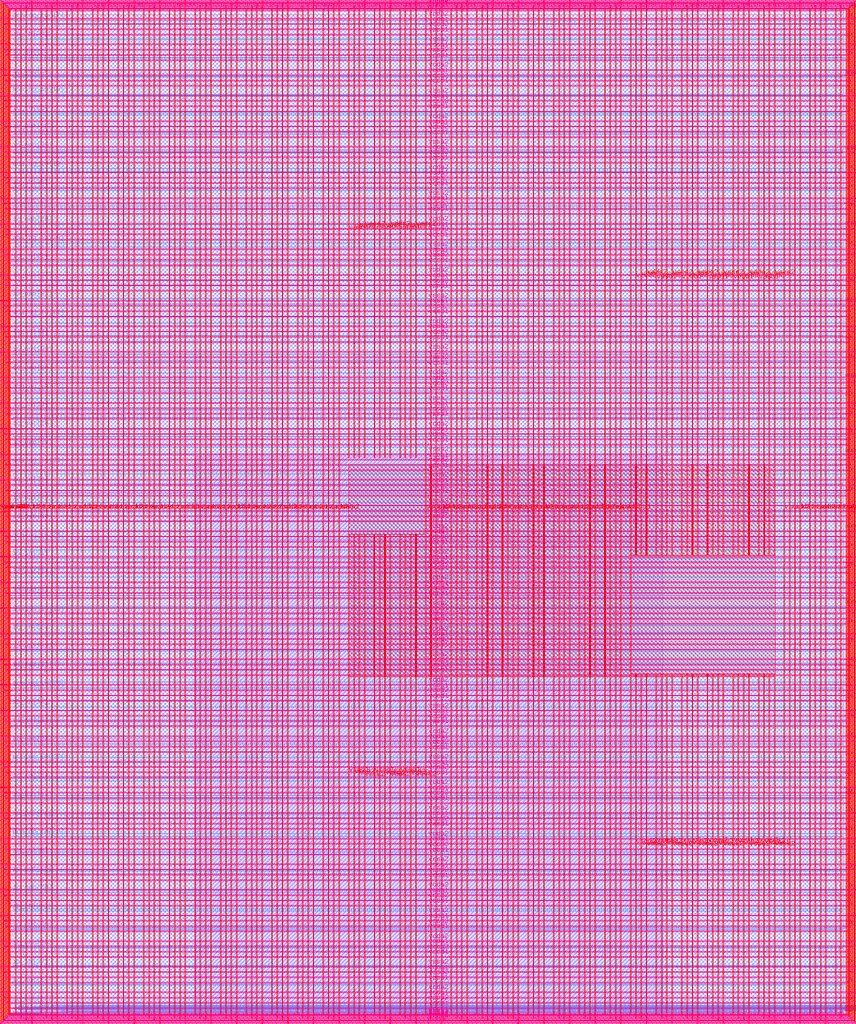
<source format=lef>
VERSION 5.7 ;
  NOWIREEXTENSIONATPIN ON ;
  DIVIDERCHAR "/" ;
  BUSBITCHARS "[]" ;
MACRO user_project_wrapper
  CLASS BLOCK ;
  FOREIGN user_project_wrapper ;
  ORIGIN 0.000 0.000 ;
  SIZE 2920.000 BY 3520.000 ;
  PIN analog_io[0]
    DIRECTION INOUT ;
    USE SIGNAL ;
    PORT
      LAYER met3 ;
        RECT 2917.600 1426.380 2924.800 1427.580 ;
    END
  END analog_io[0]
  PIN analog_io[10]
    DIRECTION INOUT ;
    USE SIGNAL ;
    PORT
      LAYER met2 ;
        RECT 2230.490 3517.600 2231.050 3524.800 ;
    END
  END analog_io[10]
  PIN analog_io[11]
    DIRECTION INOUT ;
    USE SIGNAL ;
    PORT
      LAYER met2 ;
        RECT 1905.730 3517.600 1906.290 3524.800 ;
    END
  END analog_io[11]
  PIN analog_io[12]
    DIRECTION INOUT ;
    USE SIGNAL ;
    PORT
      LAYER met2 ;
        RECT 1581.430 3517.600 1581.990 3524.800 ;
    END
  END analog_io[12]
  PIN analog_io[13]
    DIRECTION INOUT ;
    USE SIGNAL ;
    PORT
      LAYER met2 ;
        RECT 1257.130 3517.600 1257.690 3524.800 ;
    END
  END analog_io[13]
  PIN analog_io[14]
    DIRECTION INOUT ;
    USE SIGNAL ;
    PORT
      LAYER met2 ;
        RECT 932.370 3517.600 932.930 3524.800 ;
    END
  END analog_io[14]
  PIN analog_io[15]
    DIRECTION INOUT ;
    USE SIGNAL ;
    PORT
      LAYER met2 ;
        RECT 608.070 3517.600 608.630 3524.800 ;
    END
  END analog_io[15]
  PIN analog_io[16]
    DIRECTION INOUT ;
    USE SIGNAL ;
    PORT
      LAYER met2 ;
        RECT 283.770 3517.600 284.330 3524.800 ;
    END
  END analog_io[16]
  PIN analog_io[17]
    DIRECTION INOUT ;
    USE SIGNAL ;
    PORT
      LAYER met3 ;
        RECT -4.800 3486.100 2.400 3487.300 ;
    END
  END analog_io[17]
  PIN analog_io[18]
    DIRECTION INOUT ;
    USE SIGNAL ;
    PORT
      LAYER met3 ;
        RECT -4.800 3224.980 2.400 3226.180 ;
    END
  END analog_io[18]
  PIN analog_io[19]
    DIRECTION INOUT ;
    USE SIGNAL ;
    PORT
      LAYER met3 ;
        RECT -4.800 2964.540 2.400 2965.740 ;
    END
  END analog_io[19]
  PIN analog_io[1]
    DIRECTION INOUT ;
    USE SIGNAL ;
    PORT
      LAYER met3 ;
        RECT 2917.600 1692.260 2924.800 1693.460 ;
    END
  END analog_io[1]
  PIN analog_io[20]
    DIRECTION INOUT ;
    USE SIGNAL ;
    PORT
      LAYER met3 ;
        RECT -4.800 2703.420 2.400 2704.620 ;
    END
  END analog_io[20]
  PIN analog_io[21]
    DIRECTION INOUT ;
    USE SIGNAL ;
    PORT
      LAYER met3 ;
        RECT -4.800 2442.980 2.400 2444.180 ;
    END
  END analog_io[21]
  PIN analog_io[22]
    DIRECTION INOUT ;
    USE SIGNAL ;
    PORT
      LAYER met3 ;
        RECT -4.800 2182.540 2.400 2183.740 ;
    END
  END analog_io[22]
  PIN analog_io[23]
    DIRECTION INOUT ;
    USE SIGNAL ;
    PORT
      LAYER met3 ;
        RECT -4.800 1921.420 2.400 1922.620 ;
    END
  END analog_io[23]
  PIN analog_io[24]
    DIRECTION INOUT ;
    USE SIGNAL ;
    PORT
      LAYER met3 ;
        RECT -4.800 1660.980 2.400 1662.180 ;
    END
  END analog_io[24]
  PIN analog_io[25]
    DIRECTION INOUT ;
    USE SIGNAL ;
    PORT
      LAYER met3 ;
        RECT -4.800 1399.860 2.400 1401.060 ;
    END
  END analog_io[25]
  PIN analog_io[26]
    DIRECTION INOUT ;
    USE SIGNAL ;
    PORT
      LAYER met3 ;
        RECT -4.800 1139.420 2.400 1140.620 ;
    END
  END analog_io[26]
  PIN analog_io[27]
    DIRECTION INOUT ;
    USE SIGNAL ;
    PORT
      LAYER met3 ;
        RECT -4.800 878.980 2.400 880.180 ;
    END
  END analog_io[27]
  PIN analog_io[28]
    DIRECTION INOUT ;
    USE SIGNAL ;
    PORT
      LAYER met3 ;
        RECT -4.800 617.860 2.400 619.060 ;
    END
  END analog_io[28]
  PIN analog_io[2]
    DIRECTION INOUT ;
    USE SIGNAL ;
    PORT
      LAYER met3 ;
        RECT 2917.600 1958.140 2924.800 1959.340 ;
    END
  END analog_io[2]
  PIN analog_io[3]
    DIRECTION INOUT ;
    USE SIGNAL ;
    PORT
      LAYER met3 ;
        RECT 2917.600 2223.340 2924.800 2224.540 ;
    END
  END analog_io[3]
  PIN analog_io[4]
    DIRECTION INOUT ;
    USE SIGNAL ;
    PORT
      LAYER met3 ;
        RECT 2917.600 2489.220 2924.800 2490.420 ;
    END
  END analog_io[4]
  PIN analog_io[5]
    DIRECTION INOUT ;
    USE SIGNAL ;
    PORT
      LAYER met3 ;
        RECT 2917.600 2755.100 2924.800 2756.300 ;
    END
  END analog_io[5]
  PIN analog_io[6]
    DIRECTION INOUT ;
    USE SIGNAL ;
    PORT
      LAYER met3 ;
        RECT 2917.600 3020.300 2924.800 3021.500 ;
    END
  END analog_io[6]
  PIN analog_io[7]
    DIRECTION INOUT ;
    USE SIGNAL ;
    PORT
      LAYER met3 ;
        RECT 2917.600 3286.180 2924.800 3287.380 ;
    END
  END analog_io[7]
  PIN analog_io[8]
    DIRECTION INOUT ;
    USE SIGNAL ;
    PORT
      LAYER met2 ;
        RECT 2879.090 3517.600 2879.650 3524.800 ;
    END
  END analog_io[8]
  PIN analog_io[9]
    DIRECTION INOUT ;
    USE SIGNAL ;
    PORT
      LAYER met2 ;
        RECT 2554.790 3517.600 2555.350 3524.800 ;
    END
  END analog_io[9]
  PIN io_in[0]
    DIRECTION INPUT ;
    USE SIGNAL ;
    PORT
      LAYER met3 ;
        RECT 2917.600 32.380 2924.800 33.580 ;
    END
  END io_in[0]
  PIN io_in[10]
    DIRECTION INPUT ;
    USE SIGNAL ;
    PORT
      LAYER met3 ;
        RECT 2917.600 2289.980 2924.800 2291.180 ;
    END
  END io_in[10]
  PIN io_in[11]
    DIRECTION INPUT ;
    USE SIGNAL ;
    PORT
      LAYER met3 ;
        RECT 2917.600 2555.860 2924.800 2557.060 ;
    END
  END io_in[11]
  PIN io_in[12]
    DIRECTION INPUT ;
    USE SIGNAL ;
    PORT
      LAYER met3 ;
        RECT 2917.600 2821.060 2924.800 2822.260 ;
    END
  END io_in[12]
  PIN io_in[13]
    DIRECTION INPUT ;
    USE SIGNAL ;
    PORT
      LAYER met3 ;
        RECT 2917.600 3086.940 2924.800 3088.140 ;
    END
  END io_in[13]
  PIN io_in[14]
    DIRECTION INPUT ;
    USE SIGNAL ;
    PORT
      LAYER met3 ;
        RECT 2917.600 3352.820 2924.800 3354.020 ;
    END
  END io_in[14]
  PIN io_in[15]
    DIRECTION INPUT ;
    USE SIGNAL ;
    PORT
      LAYER met2 ;
        RECT 2798.130 3517.600 2798.690 3524.800 ;
    END
  END io_in[15]
  PIN io_in[16]
    DIRECTION INPUT ;
    USE SIGNAL ;
    PORT
      LAYER met2 ;
        RECT 2473.830 3517.600 2474.390 3524.800 ;
    END
  END io_in[16]
  PIN io_in[17]
    DIRECTION INPUT ;
    USE SIGNAL ;
    PORT
      LAYER met2 ;
        RECT 2149.070 3517.600 2149.630 3524.800 ;
    END
  END io_in[17]
  PIN io_in[18]
    DIRECTION INPUT ;
    USE SIGNAL ;
    PORT
      LAYER met2 ;
        RECT 1824.770 3517.600 1825.330 3524.800 ;
    END
  END io_in[18]
  PIN io_in[19]
    DIRECTION INPUT ;
    USE SIGNAL ;
    PORT
      LAYER met2 ;
        RECT 1500.470 3517.600 1501.030 3524.800 ;
    END
  END io_in[19]
  PIN io_in[1]
    DIRECTION INPUT ;
    USE SIGNAL ;
    PORT
      LAYER met3 ;
        RECT 2917.600 230.940 2924.800 232.140 ;
    END
  END io_in[1]
  PIN io_in[20]
    DIRECTION INPUT ;
    USE SIGNAL ;
    PORT
      LAYER met2 ;
        RECT 1175.710 3517.600 1176.270 3524.800 ;
    END
  END io_in[20]
  PIN io_in[21]
    DIRECTION INPUT ;
    USE SIGNAL ;
    PORT
      LAYER met2 ;
        RECT 851.410 3517.600 851.970 3524.800 ;
    END
  END io_in[21]
  PIN io_in[22]
    DIRECTION INPUT ;
    USE SIGNAL ;
    PORT
      LAYER met2 ;
        RECT 527.110 3517.600 527.670 3524.800 ;
    END
  END io_in[22]
  PIN io_in[23]
    DIRECTION INPUT ;
    USE SIGNAL ;
    PORT
      LAYER met2 ;
        RECT 202.350 3517.600 202.910 3524.800 ;
    END
  END io_in[23]
  PIN io_in[24]
    DIRECTION INPUT ;
    USE SIGNAL ;
    PORT
      LAYER met3 ;
        RECT -4.800 3420.820 2.400 3422.020 ;
    END
  END io_in[24]
  PIN io_in[25]
    DIRECTION INPUT ;
    USE SIGNAL ;
    PORT
      LAYER met3 ;
        RECT -4.800 3159.700 2.400 3160.900 ;
    END
  END io_in[25]
  PIN io_in[26]
    DIRECTION INPUT ;
    USE SIGNAL ;
    PORT
      LAYER met3 ;
        RECT -4.800 2899.260 2.400 2900.460 ;
    END
  END io_in[26]
  PIN io_in[27]
    DIRECTION INPUT ;
    USE SIGNAL ;
    PORT
      LAYER met3 ;
        RECT -4.800 2638.820 2.400 2640.020 ;
    END
  END io_in[27]
  PIN io_in[28]
    DIRECTION INPUT ;
    USE SIGNAL ;
    PORT
      LAYER met3 ;
        RECT -4.800 2377.700 2.400 2378.900 ;
    END
  END io_in[28]
  PIN io_in[29]
    DIRECTION INPUT ;
    USE SIGNAL ;
    PORT
      LAYER met3 ;
        RECT -4.800 2117.260 2.400 2118.460 ;
    END
  END io_in[29]
  PIN io_in[2]
    DIRECTION INPUT ;
    USE SIGNAL ;
    PORT
      LAYER met3 ;
        RECT 2917.600 430.180 2924.800 431.380 ;
    END
  END io_in[2]
  PIN io_in[30]
    DIRECTION INPUT ;
    USE SIGNAL ;
    PORT
      LAYER met3 ;
        RECT -4.800 1856.140 2.400 1857.340 ;
    END
  END io_in[30]
  PIN io_in[31]
    DIRECTION INPUT ;
    USE SIGNAL ;
    PORT
      LAYER met3 ;
        RECT -4.800 1595.700 2.400 1596.900 ;
    END
  END io_in[31]
  PIN io_in[32]
    DIRECTION INPUT ;
    USE SIGNAL ;
    PORT
      LAYER met3 ;
        RECT -4.800 1335.260 2.400 1336.460 ;
    END
  END io_in[32]
  PIN io_in[33]
    DIRECTION INPUT ;
    USE SIGNAL ;
    PORT
      LAYER met3 ;
        RECT -4.800 1074.140 2.400 1075.340 ;
    END
  END io_in[33]
  PIN io_in[34]
    DIRECTION INPUT ;
    USE SIGNAL ;
    PORT
      LAYER met3 ;
        RECT -4.800 813.700 2.400 814.900 ;
    END
  END io_in[34]
  PIN io_in[35]
    DIRECTION INPUT ;
    USE SIGNAL ;
    PORT
      LAYER met3 ;
        RECT -4.800 552.580 2.400 553.780 ;
    END
  END io_in[35]
  PIN io_in[36]
    DIRECTION INPUT ;
    USE SIGNAL ;
    PORT
      LAYER met3 ;
        RECT -4.800 357.420 2.400 358.620 ;
    END
  END io_in[36]
  PIN io_in[37]
    DIRECTION INPUT ;
    USE SIGNAL ;
    PORT
      LAYER met3 ;
        RECT -4.800 161.580 2.400 162.780 ;
    END
  END io_in[37]
  PIN io_in[3]
    DIRECTION INPUT ;
    USE SIGNAL ;
    PORT
      LAYER met3 ;
        RECT 2917.600 629.420 2924.800 630.620 ;
    END
  END io_in[3]
  PIN io_in[4]
    DIRECTION INPUT ;
    USE SIGNAL ;
    PORT
      LAYER met3 ;
        RECT 2917.600 828.660 2924.800 829.860 ;
    END
  END io_in[4]
  PIN io_in[5]
    DIRECTION INPUT ;
    USE SIGNAL ;
    PORT
      LAYER met3 ;
        RECT 2917.600 1027.900 2924.800 1029.100 ;
    END
  END io_in[5]
  PIN io_in[6]
    DIRECTION INPUT ;
    USE SIGNAL ;
    PORT
      LAYER met3 ;
        RECT 2917.600 1227.140 2924.800 1228.340 ;
    END
  END io_in[6]
  PIN io_in[7]
    DIRECTION INPUT ;
    USE SIGNAL ;
    PORT
      LAYER met3 ;
        RECT 2917.600 1493.020 2924.800 1494.220 ;
    END
  END io_in[7]
  PIN io_in[8]
    DIRECTION INPUT ;
    USE SIGNAL ;
    PORT
      LAYER met3 ;
        RECT 2917.600 1758.900 2924.800 1760.100 ;
    END
  END io_in[8]
  PIN io_in[9]
    DIRECTION INPUT ;
    USE SIGNAL ;
    PORT
      LAYER met3 ;
        RECT 2917.600 2024.100 2924.800 2025.300 ;
    END
  END io_in[9]
  PIN io_oeb[0]
    DIRECTION OUTPUT TRISTATE ;
    USE SIGNAL ;
    PORT
      LAYER met3 ;
        RECT 2917.600 164.980 2924.800 166.180 ;
    END
  END io_oeb[0]
  PIN io_oeb[10]
    DIRECTION OUTPUT TRISTATE ;
    USE SIGNAL ;
    PORT
      LAYER met3 ;
        RECT 2917.600 2422.580 2924.800 2423.780 ;
    END
  END io_oeb[10]
  PIN io_oeb[11]
    DIRECTION OUTPUT TRISTATE ;
    USE SIGNAL ;
    PORT
      LAYER met3 ;
        RECT 2917.600 2688.460 2924.800 2689.660 ;
    END
  END io_oeb[11]
  PIN io_oeb[12]
    DIRECTION OUTPUT TRISTATE ;
    USE SIGNAL ;
    PORT
      LAYER met3 ;
        RECT 2917.600 2954.340 2924.800 2955.540 ;
    END
  END io_oeb[12]
  PIN io_oeb[13]
    DIRECTION OUTPUT TRISTATE ;
    USE SIGNAL ;
    PORT
      LAYER met3 ;
        RECT 2917.600 3219.540 2924.800 3220.740 ;
    END
  END io_oeb[13]
  PIN io_oeb[14]
    DIRECTION OUTPUT TRISTATE ;
    USE SIGNAL ;
    PORT
      LAYER met3 ;
        RECT 2917.600 3485.420 2924.800 3486.620 ;
    END
  END io_oeb[14]
  PIN io_oeb[15]
    DIRECTION OUTPUT TRISTATE ;
    USE SIGNAL ;
    PORT
      LAYER met2 ;
        RECT 2635.750 3517.600 2636.310 3524.800 ;
    END
  END io_oeb[15]
  PIN io_oeb[16]
    DIRECTION OUTPUT TRISTATE ;
    USE SIGNAL ;
    PORT
      LAYER met2 ;
        RECT 2311.450 3517.600 2312.010 3524.800 ;
    END
  END io_oeb[16]
  PIN io_oeb[17]
    DIRECTION OUTPUT TRISTATE ;
    USE SIGNAL ;
    PORT
      LAYER met2 ;
        RECT 1987.150 3517.600 1987.710 3524.800 ;
    END
  END io_oeb[17]
  PIN io_oeb[18]
    DIRECTION OUTPUT TRISTATE ;
    USE SIGNAL ;
    PORT
      LAYER met2 ;
        RECT 1662.390 3517.600 1662.950 3524.800 ;
    END
  END io_oeb[18]
  PIN io_oeb[19]
    DIRECTION OUTPUT TRISTATE ;
    USE SIGNAL ;
    PORT
      LAYER met2 ;
        RECT 1338.090 3517.600 1338.650 3524.800 ;
    END
  END io_oeb[19]
  PIN io_oeb[1]
    DIRECTION OUTPUT TRISTATE ;
    USE SIGNAL ;
    PORT
      LAYER met3 ;
        RECT 2917.600 364.220 2924.800 365.420 ;
    END
  END io_oeb[1]
  PIN io_oeb[20]
    DIRECTION OUTPUT TRISTATE ;
    USE SIGNAL ;
    PORT
      LAYER met2 ;
        RECT 1013.790 3517.600 1014.350 3524.800 ;
    END
  END io_oeb[20]
  PIN io_oeb[21]
    DIRECTION OUTPUT TRISTATE ;
    USE SIGNAL ;
    PORT
      LAYER met2 ;
        RECT 689.030 3517.600 689.590 3524.800 ;
    END
  END io_oeb[21]
  PIN io_oeb[22]
    DIRECTION OUTPUT TRISTATE ;
    USE SIGNAL ;
    PORT
      LAYER met2 ;
        RECT 364.730 3517.600 365.290 3524.800 ;
    END
  END io_oeb[22]
  PIN io_oeb[23]
    DIRECTION OUTPUT TRISTATE ;
    USE SIGNAL ;
    PORT
      LAYER met2 ;
        RECT 40.430 3517.600 40.990 3524.800 ;
    END
  END io_oeb[23]
  PIN io_oeb[24]
    DIRECTION OUTPUT TRISTATE ;
    USE SIGNAL ;
    PORT
      LAYER met3 ;
        RECT -4.800 3290.260 2.400 3291.460 ;
    END
  END io_oeb[24]
  PIN io_oeb[25]
    DIRECTION OUTPUT TRISTATE ;
    USE SIGNAL ;
    PORT
      LAYER met3 ;
        RECT -4.800 3029.820 2.400 3031.020 ;
    END
  END io_oeb[25]
  PIN io_oeb[26]
    DIRECTION OUTPUT TRISTATE ;
    USE SIGNAL ;
    PORT
      LAYER met3 ;
        RECT -4.800 2768.700 2.400 2769.900 ;
    END
  END io_oeb[26]
  PIN io_oeb[27]
    DIRECTION OUTPUT TRISTATE ;
    USE SIGNAL ;
    PORT
      LAYER met3 ;
        RECT -4.800 2508.260 2.400 2509.460 ;
    END
  END io_oeb[27]
  PIN io_oeb[28]
    DIRECTION OUTPUT TRISTATE ;
    USE SIGNAL ;
    PORT
      LAYER met3 ;
        RECT -4.800 2247.140 2.400 2248.340 ;
    END
  END io_oeb[28]
  PIN io_oeb[29]
    DIRECTION OUTPUT TRISTATE ;
    USE SIGNAL ;
    PORT
      LAYER met3 ;
        RECT -4.800 1986.700 2.400 1987.900 ;
    END
  END io_oeb[29]
  PIN io_oeb[2]
    DIRECTION OUTPUT TRISTATE ;
    USE SIGNAL ;
    PORT
      LAYER met3 ;
        RECT 2917.600 563.460 2924.800 564.660 ;
    END
  END io_oeb[2]
  PIN io_oeb[30]
    DIRECTION OUTPUT TRISTATE ;
    USE SIGNAL ;
    PORT
      LAYER met3 ;
        RECT -4.800 1726.260 2.400 1727.460 ;
    END
  END io_oeb[30]
  PIN io_oeb[31]
    DIRECTION OUTPUT TRISTATE ;
    USE SIGNAL ;
    PORT
      LAYER met3 ;
        RECT -4.800 1465.140 2.400 1466.340 ;
    END
  END io_oeb[31]
  PIN io_oeb[32]
    DIRECTION OUTPUT TRISTATE ;
    USE SIGNAL ;
    PORT
      LAYER met3 ;
        RECT -4.800 1204.700 2.400 1205.900 ;
    END
  END io_oeb[32]
  PIN io_oeb[33]
    DIRECTION OUTPUT TRISTATE ;
    USE SIGNAL ;
    PORT
      LAYER met3 ;
        RECT -4.800 943.580 2.400 944.780 ;
    END
  END io_oeb[33]
  PIN io_oeb[34]
    DIRECTION OUTPUT TRISTATE ;
    USE SIGNAL ;
    PORT
      LAYER met3 ;
        RECT -4.800 683.140 2.400 684.340 ;
    END
  END io_oeb[34]
  PIN io_oeb[35]
    DIRECTION OUTPUT TRISTATE ;
    USE SIGNAL ;
    PORT
      LAYER met3 ;
        RECT -4.800 422.700 2.400 423.900 ;
    END
  END io_oeb[35]
  PIN io_oeb[36]
    DIRECTION OUTPUT TRISTATE ;
    USE SIGNAL ;
    PORT
      LAYER met3 ;
        RECT -4.800 226.860 2.400 228.060 ;
    END
  END io_oeb[36]
  PIN io_oeb[37]
    DIRECTION OUTPUT TRISTATE ;
    USE SIGNAL ;
    PORT
      LAYER met3 ;
        RECT -4.800 31.700 2.400 32.900 ;
    END
  END io_oeb[37]
  PIN io_oeb[3]
    DIRECTION OUTPUT TRISTATE ;
    USE SIGNAL ;
    PORT
      LAYER met3 ;
        RECT 2917.600 762.700 2924.800 763.900 ;
    END
  END io_oeb[3]
  PIN io_oeb[4]
    DIRECTION OUTPUT TRISTATE ;
    USE SIGNAL ;
    PORT
      LAYER met3 ;
        RECT 2917.600 961.940 2924.800 963.140 ;
    END
  END io_oeb[4]
  PIN io_oeb[5]
    DIRECTION OUTPUT TRISTATE ;
    USE SIGNAL ;
    PORT
      LAYER met3 ;
        RECT 2917.600 1161.180 2924.800 1162.380 ;
    END
  END io_oeb[5]
  PIN io_oeb[6]
    DIRECTION OUTPUT TRISTATE ;
    USE SIGNAL ;
    PORT
      LAYER met3 ;
        RECT 2917.600 1360.420 2924.800 1361.620 ;
    END
  END io_oeb[6]
  PIN io_oeb[7]
    DIRECTION OUTPUT TRISTATE ;
    USE SIGNAL ;
    PORT
      LAYER met3 ;
        RECT 2917.600 1625.620 2924.800 1626.820 ;
    END
  END io_oeb[7]
  PIN io_oeb[8]
    DIRECTION OUTPUT TRISTATE ;
    USE SIGNAL ;
    PORT
      LAYER met3 ;
        RECT 2917.600 1891.500 2924.800 1892.700 ;
    END
  END io_oeb[8]
  PIN io_oeb[9]
    DIRECTION OUTPUT TRISTATE ;
    USE SIGNAL ;
    PORT
      LAYER met3 ;
        RECT 2917.600 2157.380 2924.800 2158.580 ;
    END
  END io_oeb[9]
  PIN io_out[0]
    DIRECTION OUTPUT TRISTATE ;
    USE SIGNAL ;
    PORT
      LAYER met3 ;
        RECT 2917.600 98.340 2924.800 99.540 ;
    END
  END io_out[0]
  PIN io_out[10]
    DIRECTION OUTPUT TRISTATE ;
    USE SIGNAL ;
    PORT
      LAYER met3 ;
        RECT 2917.600 2356.620 2924.800 2357.820 ;
    END
  END io_out[10]
  PIN io_out[11]
    DIRECTION OUTPUT TRISTATE ;
    USE SIGNAL ;
    PORT
      LAYER met3 ;
        RECT 2917.600 2621.820 2924.800 2623.020 ;
    END
  END io_out[11]
  PIN io_out[12]
    DIRECTION OUTPUT TRISTATE ;
    USE SIGNAL ;
    PORT
      LAYER met3 ;
        RECT 2917.600 2887.700 2924.800 2888.900 ;
    END
  END io_out[12]
  PIN io_out[13]
    DIRECTION OUTPUT TRISTATE ;
    USE SIGNAL ;
    PORT
      LAYER met3 ;
        RECT 2917.600 3153.580 2924.800 3154.780 ;
    END
  END io_out[13]
  PIN io_out[14]
    DIRECTION OUTPUT TRISTATE ;
    USE SIGNAL ;
    PORT
      LAYER met3 ;
        RECT 2917.600 3418.780 2924.800 3419.980 ;
    END
  END io_out[14]
  PIN io_out[15]
    DIRECTION OUTPUT TRISTATE ;
    USE SIGNAL ;
    PORT
      LAYER met2 ;
        RECT 2717.170 3517.600 2717.730 3524.800 ;
    END
  END io_out[15]
  PIN io_out[16]
    DIRECTION OUTPUT TRISTATE ;
    USE SIGNAL ;
    PORT
      LAYER met2 ;
        RECT 2392.410 3517.600 2392.970 3524.800 ;
    END
  END io_out[16]
  PIN io_out[17]
    DIRECTION OUTPUT TRISTATE ;
    USE SIGNAL ;
    PORT
      LAYER met2 ;
        RECT 2068.110 3517.600 2068.670 3524.800 ;
    END
  END io_out[17]
  PIN io_out[18]
    DIRECTION OUTPUT TRISTATE ;
    USE SIGNAL ;
    PORT
      LAYER met2 ;
        RECT 1743.810 3517.600 1744.370 3524.800 ;
    END
  END io_out[18]
  PIN io_out[19]
    DIRECTION OUTPUT TRISTATE ;
    USE SIGNAL ;
    PORT
      LAYER met2 ;
        RECT 1419.050 3517.600 1419.610 3524.800 ;
    END
  END io_out[19]
  PIN io_out[1]
    DIRECTION OUTPUT TRISTATE ;
    USE SIGNAL ;
    PORT
      LAYER met3 ;
        RECT 2917.600 297.580 2924.800 298.780 ;
    END
  END io_out[1]
  PIN io_out[20]
    DIRECTION OUTPUT TRISTATE ;
    USE SIGNAL ;
    PORT
      LAYER met2 ;
        RECT 1094.750 3517.600 1095.310 3524.800 ;
    END
  END io_out[20]
  PIN io_out[21]
    DIRECTION OUTPUT TRISTATE ;
    USE SIGNAL ;
    PORT
      LAYER met2 ;
        RECT 770.450 3517.600 771.010 3524.800 ;
    END
  END io_out[21]
  PIN io_out[22]
    DIRECTION OUTPUT TRISTATE ;
    USE SIGNAL ;
    PORT
      LAYER met2 ;
        RECT 445.690 3517.600 446.250 3524.800 ;
    END
  END io_out[22]
  PIN io_out[23]
    DIRECTION OUTPUT TRISTATE ;
    USE SIGNAL ;
    PORT
      LAYER met2 ;
        RECT 121.390 3517.600 121.950 3524.800 ;
    END
  END io_out[23]
  PIN io_out[24]
    DIRECTION OUTPUT TRISTATE ;
    USE SIGNAL ;
    PORT
      LAYER met3 ;
        RECT -4.800 3355.540 2.400 3356.740 ;
    END
  END io_out[24]
  PIN io_out[25]
    DIRECTION OUTPUT TRISTATE ;
    USE SIGNAL ;
    PORT
      LAYER met3 ;
        RECT -4.800 3095.100 2.400 3096.300 ;
    END
  END io_out[25]
  PIN io_out[26]
    DIRECTION OUTPUT TRISTATE ;
    USE SIGNAL ;
    PORT
      LAYER met3 ;
        RECT -4.800 2833.980 2.400 2835.180 ;
    END
  END io_out[26]
  PIN io_out[27]
    DIRECTION OUTPUT TRISTATE ;
    USE SIGNAL ;
    PORT
      LAYER met3 ;
        RECT -4.800 2573.540 2.400 2574.740 ;
    END
  END io_out[27]
  PIN io_out[28]
    DIRECTION OUTPUT TRISTATE ;
    USE SIGNAL ;
    PORT
      LAYER met3 ;
        RECT -4.800 2312.420 2.400 2313.620 ;
    END
  END io_out[28]
  PIN io_out[29]
    DIRECTION OUTPUT TRISTATE ;
    USE SIGNAL ;
    PORT
      LAYER met3 ;
        RECT -4.800 2051.980 2.400 2053.180 ;
    END
  END io_out[29]
  PIN io_out[2]
    DIRECTION OUTPUT TRISTATE ;
    USE SIGNAL ;
    PORT
      LAYER met3 ;
        RECT 2917.600 496.820 2924.800 498.020 ;
    END
  END io_out[2]
  PIN io_out[30]
    DIRECTION OUTPUT TRISTATE ;
    USE SIGNAL ;
    PORT
      LAYER met3 ;
        RECT -4.800 1791.540 2.400 1792.740 ;
    END
  END io_out[30]
  PIN io_out[31]
    DIRECTION OUTPUT TRISTATE ;
    USE SIGNAL ;
    PORT
      LAYER met3 ;
        RECT -4.800 1530.420 2.400 1531.620 ;
    END
  END io_out[31]
  PIN io_out[32]
    DIRECTION OUTPUT TRISTATE ;
    USE SIGNAL ;
    PORT
      LAYER met3 ;
        RECT -4.800 1269.980 2.400 1271.180 ;
    END
  END io_out[32]
  PIN io_out[33]
    DIRECTION OUTPUT TRISTATE ;
    USE SIGNAL ;
    PORT
      LAYER met3 ;
        RECT -4.800 1008.860 2.400 1010.060 ;
    END
  END io_out[33]
  PIN io_out[34]
    DIRECTION OUTPUT TRISTATE ;
    USE SIGNAL ;
    PORT
      LAYER met3 ;
        RECT -4.800 748.420 2.400 749.620 ;
    END
  END io_out[34]
  PIN io_out[35]
    DIRECTION OUTPUT TRISTATE ;
    USE SIGNAL ;
    PORT
      LAYER met3 ;
        RECT -4.800 487.300 2.400 488.500 ;
    END
  END io_out[35]
  PIN io_out[36]
    DIRECTION OUTPUT TRISTATE ;
    USE SIGNAL ;
    PORT
      LAYER met3 ;
        RECT -4.800 292.140 2.400 293.340 ;
    END
  END io_out[36]
  PIN io_out[37]
    DIRECTION OUTPUT TRISTATE ;
    USE SIGNAL ;
    PORT
      LAYER met3 ;
        RECT -4.800 96.300 2.400 97.500 ;
    END
  END io_out[37]
  PIN io_out[3]
    DIRECTION OUTPUT TRISTATE ;
    USE SIGNAL ;
    PORT
      LAYER met3 ;
        RECT 2917.600 696.060 2924.800 697.260 ;
    END
  END io_out[3]
  PIN io_out[4]
    DIRECTION OUTPUT TRISTATE ;
    USE SIGNAL ;
    PORT
      LAYER met3 ;
        RECT 2917.600 895.300 2924.800 896.500 ;
    END
  END io_out[4]
  PIN io_out[5]
    DIRECTION OUTPUT TRISTATE ;
    USE SIGNAL ;
    PORT
      LAYER met3 ;
        RECT 2917.600 1094.540 2924.800 1095.740 ;
    END
  END io_out[5]
  PIN io_out[6]
    DIRECTION OUTPUT TRISTATE ;
    USE SIGNAL ;
    PORT
      LAYER met3 ;
        RECT 2917.600 1293.780 2924.800 1294.980 ;
    END
  END io_out[6]
  PIN io_out[7]
    DIRECTION OUTPUT TRISTATE ;
    USE SIGNAL ;
    PORT
      LAYER met3 ;
        RECT 2917.600 1559.660 2924.800 1560.860 ;
    END
  END io_out[7]
  PIN io_out[8]
    DIRECTION OUTPUT TRISTATE ;
    USE SIGNAL ;
    PORT
      LAYER met3 ;
        RECT 2917.600 1824.860 2924.800 1826.060 ;
    END
  END io_out[8]
  PIN io_out[9]
    DIRECTION OUTPUT TRISTATE ;
    USE SIGNAL ;
    PORT
      LAYER met3 ;
        RECT 2917.600 2090.740 2924.800 2091.940 ;
    END
  END io_out[9]
  PIN la_data_in[0]
    DIRECTION INPUT ;
    USE SIGNAL ;
    PORT
      LAYER met2 ;
        RECT 629.230 -4.800 629.790 2.400 ;
    END
  END la_data_in[0]
  PIN la_data_in[100]
    DIRECTION INPUT ;
    USE SIGNAL ;
    PORT
      LAYER met2 ;
        RECT 2402.530 -4.800 2403.090 2.400 ;
    END
  END la_data_in[100]
  PIN la_data_in[101]
    DIRECTION INPUT ;
    USE SIGNAL ;
    PORT
      LAYER met2 ;
        RECT 2420.010 -4.800 2420.570 2.400 ;
    END
  END la_data_in[101]
  PIN la_data_in[102]
    DIRECTION INPUT ;
    USE SIGNAL ;
    PORT
      LAYER met2 ;
        RECT 2437.950 -4.800 2438.510 2.400 ;
    END
  END la_data_in[102]
  PIN la_data_in[103]
    DIRECTION INPUT ;
    USE SIGNAL ;
    PORT
      LAYER met2 ;
        RECT 2455.430 -4.800 2455.990 2.400 ;
    END
  END la_data_in[103]
  PIN la_data_in[104]
    DIRECTION INPUT ;
    USE SIGNAL ;
    PORT
      LAYER met2 ;
        RECT 2473.370 -4.800 2473.930 2.400 ;
    END
  END la_data_in[104]
  PIN la_data_in[105]
    DIRECTION INPUT ;
    USE SIGNAL ;
    PORT
      LAYER met2 ;
        RECT 2490.850 -4.800 2491.410 2.400 ;
    END
  END la_data_in[105]
  PIN la_data_in[106]
    DIRECTION INPUT ;
    USE SIGNAL ;
    PORT
      LAYER met2 ;
        RECT 2508.790 -4.800 2509.350 2.400 ;
    END
  END la_data_in[106]
  PIN la_data_in[107]
    DIRECTION INPUT ;
    USE SIGNAL ;
    PORT
      LAYER met2 ;
        RECT 2526.730 -4.800 2527.290 2.400 ;
    END
  END la_data_in[107]
  PIN la_data_in[108]
    DIRECTION INPUT ;
    USE SIGNAL ;
    PORT
      LAYER met2 ;
        RECT 2544.210 -4.800 2544.770 2.400 ;
    END
  END la_data_in[108]
  PIN la_data_in[109]
    DIRECTION INPUT ;
    USE SIGNAL ;
    PORT
      LAYER met2 ;
        RECT 2562.150 -4.800 2562.710 2.400 ;
    END
  END la_data_in[109]
  PIN la_data_in[10]
    DIRECTION INPUT ;
    USE SIGNAL ;
    PORT
      LAYER met2 ;
        RECT 806.330 -4.800 806.890 2.400 ;
    END
  END la_data_in[10]
  PIN la_data_in[110]
    DIRECTION INPUT ;
    USE SIGNAL ;
    PORT
      LAYER met2 ;
        RECT 2579.630 -4.800 2580.190 2.400 ;
    END
  END la_data_in[110]
  PIN la_data_in[111]
    DIRECTION INPUT ;
    USE SIGNAL ;
    PORT
      LAYER met2 ;
        RECT 2597.570 -4.800 2598.130 2.400 ;
    END
  END la_data_in[111]
  PIN la_data_in[112]
    DIRECTION INPUT ;
    USE SIGNAL ;
    PORT
      LAYER met2 ;
        RECT 2615.050 -4.800 2615.610 2.400 ;
    END
  END la_data_in[112]
  PIN la_data_in[113]
    DIRECTION INPUT ;
    USE SIGNAL ;
    PORT
      LAYER met2 ;
        RECT 2632.990 -4.800 2633.550 2.400 ;
    END
  END la_data_in[113]
  PIN la_data_in[114]
    DIRECTION INPUT ;
    USE SIGNAL ;
    PORT
      LAYER met2 ;
        RECT 2650.470 -4.800 2651.030 2.400 ;
    END
  END la_data_in[114]
  PIN la_data_in[115]
    DIRECTION INPUT ;
    USE SIGNAL ;
    PORT
      LAYER met2 ;
        RECT 2668.410 -4.800 2668.970 2.400 ;
    END
  END la_data_in[115]
  PIN la_data_in[116]
    DIRECTION INPUT ;
    USE SIGNAL ;
    PORT
      LAYER met2 ;
        RECT 2685.890 -4.800 2686.450 2.400 ;
    END
  END la_data_in[116]
  PIN la_data_in[117]
    DIRECTION INPUT ;
    USE SIGNAL ;
    PORT
      LAYER met2 ;
        RECT 2703.830 -4.800 2704.390 2.400 ;
    END
  END la_data_in[117]
  PIN la_data_in[118]
    DIRECTION INPUT ;
    USE SIGNAL ;
    PORT
      LAYER met2 ;
        RECT 2721.770 -4.800 2722.330 2.400 ;
    END
  END la_data_in[118]
  PIN la_data_in[119]
    DIRECTION INPUT ;
    USE SIGNAL ;
    PORT
      LAYER met2 ;
        RECT 2739.250 -4.800 2739.810 2.400 ;
    END
  END la_data_in[119]
  PIN la_data_in[11]
    DIRECTION INPUT ;
    USE SIGNAL ;
    PORT
      LAYER met2 ;
        RECT 824.270 -4.800 824.830 2.400 ;
    END
  END la_data_in[11]
  PIN la_data_in[120]
    DIRECTION INPUT ;
    USE SIGNAL ;
    PORT
      LAYER met2 ;
        RECT 2757.190 -4.800 2757.750 2.400 ;
    END
  END la_data_in[120]
  PIN la_data_in[121]
    DIRECTION INPUT ;
    USE SIGNAL ;
    PORT
      LAYER met2 ;
        RECT 2774.670 -4.800 2775.230 2.400 ;
    END
  END la_data_in[121]
  PIN la_data_in[122]
    DIRECTION INPUT ;
    USE SIGNAL ;
    PORT
      LAYER met2 ;
        RECT 2792.610 -4.800 2793.170 2.400 ;
    END
  END la_data_in[122]
  PIN la_data_in[123]
    DIRECTION INPUT ;
    USE SIGNAL ;
    PORT
      LAYER met2 ;
        RECT 2810.090 -4.800 2810.650 2.400 ;
    END
  END la_data_in[123]
  PIN la_data_in[124]
    DIRECTION INPUT ;
    USE SIGNAL ;
    PORT
      LAYER met2 ;
        RECT 2828.030 -4.800 2828.590 2.400 ;
    END
  END la_data_in[124]
  PIN la_data_in[125]
    DIRECTION INPUT ;
    USE SIGNAL ;
    PORT
      LAYER met2 ;
        RECT 2845.510 -4.800 2846.070 2.400 ;
    END
  END la_data_in[125]
  PIN la_data_in[126]
    DIRECTION INPUT ;
    USE SIGNAL ;
    PORT
      LAYER met2 ;
        RECT 2863.450 -4.800 2864.010 2.400 ;
    END
  END la_data_in[126]
  PIN la_data_in[127]
    DIRECTION INPUT ;
    USE SIGNAL ;
    PORT
      LAYER met2 ;
        RECT 2881.390 -4.800 2881.950 2.400 ;
    END
  END la_data_in[127]
  PIN la_data_in[12]
    DIRECTION INPUT ;
    USE SIGNAL ;
    PORT
      LAYER met2 ;
        RECT 841.750 -4.800 842.310 2.400 ;
    END
  END la_data_in[12]
  PIN la_data_in[13]
    DIRECTION INPUT ;
    USE SIGNAL ;
    PORT
      LAYER met2 ;
        RECT 859.690 -4.800 860.250 2.400 ;
    END
  END la_data_in[13]
  PIN la_data_in[14]
    DIRECTION INPUT ;
    USE SIGNAL ;
    PORT
      LAYER met2 ;
        RECT 877.170 -4.800 877.730 2.400 ;
    END
  END la_data_in[14]
  PIN la_data_in[15]
    DIRECTION INPUT ;
    USE SIGNAL ;
    PORT
      LAYER met2 ;
        RECT 895.110 -4.800 895.670 2.400 ;
    END
  END la_data_in[15]
  PIN la_data_in[16]
    DIRECTION INPUT ;
    USE SIGNAL ;
    PORT
      LAYER met2 ;
        RECT 912.590 -4.800 913.150 2.400 ;
    END
  END la_data_in[16]
  PIN la_data_in[17]
    DIRECTION INPUT ;
    USE SIGNAL ;
    PORT
      LAYER met2 ;
        RECT 930.530 -4.800 931.090 2.400 ;
    END
  END la_data_in[17]
  PIN la_data_in[18]
    DIRECTION INPUT ;
    USE SIGNAL ;
    PORT
      LAYER met2 ;
        RECT 948.470 -4.800 949.030 2.400 ;
    END
  END la_data_in[18]
  PIN la_data_in[19]
    DIRECTION INPUT ;
    USE SIGNAL ;
    PORT
      LAYER met2 ;
        RECT 965.950 -4.800 966.510 2.400 ;
    END
  END la_data_in[19]
  PIN la_data_in[1]
    DIRECTION INPUT ;
    USE SIGNAL ;
    PORT
      LAYER met2 ;
        RECT 646.710 -4.800 647.270 2.400 ;
    END
  END la_data_in[1]
  PIN la_data_in[20]
    DIRECTION INPUT ;
    USE SIGNAL ;
    PORT
      LAYER met2 ;
        RECT 983.890 -4.800 984.450 2.400 ;
    END
  END la_data_in[20]
  PIN la_data_in[21]
    DIRECTION INPUT ;
    USE SIGNAL ;
    PORT
      LAYER met2 ;
        RECT 1001.370 -4.800 1001.930 2.400 ;
    END
  END la_data_in[21]
  PIN la_data_in[22]
    DIRECTION INPUT ;
    USE SIGNAL ;
    PORT
      LAYER met2 ;
        RECT 1019.310 -4.800 1019.870 2.400 ;
    END
  END la_data_in[22]
  PIN la_data_in[23]
    DIRECTION INPUT ;
    USE SIGNAL ;
    PORT
      LAYER met2 ;
        RECT 1036.790 -4.800 1037.350 2.400 ;
    END
  END la_data_in[23]
  PIN la_data_in[24]
    DIRECTION INPUT ;
    USE SIGNAL ;
    PORT
      LAYER met2 ;
        RECT 1054.730 -4.800 1055.290 2.400 ;
    END
  END la_data_in[24]
  PIN la_data_in[25]
    DIRECTION INPUT ;
    USE SIGNAL ;
    PORT
      LAYER met2 ;
        RECT 1072.210 -4.800 1072.770 2.400 ;
    END
  END la_data_in[25]
  PIN la_data_in[26]
    DIRECTION INPUT ;
    USE SIGNAL ;
    PORT
      LAYER met2 ;
        RECT 1090.150 -4.800 1090.710 2.400 ;
    END
  END la_data_in[26]
  PIN la_data_in[27]
    DIRECTION INPUT ;
    USE SIGNAL ;
    PORT
      LAYER met2 ;
        RECT 1107.630 -4.800 1108.190 2.400 ;
    END
  END la_data_in[27]
  PIN la_data_in[28]
    DIRECTION INPUT ;
    USE SIGNAL ;
    PORT
      LAYER met2 ;
        RECT 1125.570 -4.800 1126.130 2.400 ;
    END
  END la_data_in[28]
  PIN la_data_in[29]
    DIRECTION INPUT ;
    USE SIGNAL ;
    PORT
      LAYER met2 ;
        RECT 1143.510 -4.800 1144.070 2.400 ;
    END
  END la_data_in[29]
  PIN la_data_in[2]
    DIRECTION INPUT ;
    USE SIGNAL ;
    PORT
      LAYER met2 ;
        RECT 664.650 -4.800 665.210 2.400 ;
    END
  END la_data_in[2]
  PIN la_data_in[30]
    DIRECTION INPUT ;
    USE SIGNAL ;
    PORT
      LAYER met2 ;
        RECT 1160.990 -4.800 1161.550 2.400 ;
    END
  END la_data_in[30]
  PIN la_data_in[31]
    DIRECTION INPUT ;
    USE SIGNAL ;
    PORT
      LAYER met2 ;
        RECT 1178.930 -4.800 1179.490 2.400 ;
    END
  END la_data_in[31]
  PIN la_data_in[32]
    DIRECTION INPUT ;
    USE SIGNAL ;
    PORT
      LAYER met2 ;
        RECT 1196.410 -4.800 1196.970 2.400 ;
    END
  END la_data_in[32]
  PIN la_data_in[33]
    DIRECTION INPUT ;
    USE SIGNAL ;
    PORT
      LAYER met2 ;
        RECT 1214.350 -4.800 1214.910 2.400 ;
    END
  END la_data_in[33]
  PIN la_data_in[34]
    DIRECTION INPUT ;
    USE SIGNAL ;
    PORT
      LAYER met2 ;
        RECT 1231.830 -4.800 1232.390 2.400 ;
    END
  END la_data_in[34]
  PIN la_data_in[35]
    DIRECTION INPUT ;
    USE SIGNAL ;
    PORT
      LAYER met2 ;
        RECT 1249.770 -4.800 1250.330 2.400 ;
    END
  END la_data_in[35]
  PIN la_data_in[36]
    DIRECTION INPUT ;
    USE SIGNAL ;
    PORT
      LAYER met2 ;
        RECT 1267.250 -4.800 1267.810 2.400 ;
    END
  END la_data_in[36]
  PIN la_data_in[37]
    DIRECTION INPUT ;
    USE SIGNAL ;
    PORT
      LAYER met2 ;
        RECT 1285.190 -4.800 1285.750 2.400 ;
    END
  END la_data_in[37]
  PIN la_data_in[38]
    DIRECTION INPUT ;
    USE SIGNAL ;
    PORT
      LAYER met2 ;
        RECT 1303.130 -4.800 1303.690 2.400 ;
    END
  END la_data_in[38]
  PIN la_data_in[39]
    DIRECTION INPUT ;
    USE SIGNAL ;
    PORT
      LAYER met2 ;
        RECT 1320.610 -4.800 1321.170 2.400 ;
    END
  END la_data_in[39]
  PIN la_data_in[3]
    DIRECTION INPUT ;
    USE SIGNAL ;
    PORT
      LAYER met2 ;
        RECT 682.130 -4.800 682.690 2.400 ;
    END
  END la_data_in[3]
  PIN la_data_in[40]
    DIRECTION INPUT ;
    USE SIGNAL ;
    PORT
      LAYER met2 ;
        RECT 1338.550 -4.800 1339.110 2.400 ;
    END
  END la_data_in[40]
  PIN la_data_in[41]
    DIRECTION INPUT ;
    USE SIGNAL ;
    PORT
      LAYER met2 ;
        RECT 1356.030 -4.800 1356.590 2.400 ;
    END
  END la_data_in[41]
  PIN la_data_in[42]
    DIRECTION INPUT ;
    USE SIGNAL ;
    PORT
      LAYER met2 ;
        RECT 1373.970 -4.800 1374.530 2.400 ;
    END
  END la_data_in[42]
  PIN la_data_in[43]
    DIRECTION INPUT ;
    USE SIGNAL ;
    PORT
      LAYER met2 ;
        RECT 1391.450 -4.800 1392.010 2.400 ;
    END
  END la_data_in[43]
  PIN la_data_in[44]
    DIRECTION INPUT ;
    USE SIGNAL ;
    PORT
      LAYER met2 ;
        RECT 1409.390 -4.800 1409.950 2.400 ;
    END
  END la_data_in[44]
  PIN la_data_in[45]
    DIRECTION INPUT ;
    USE SIGNAL ;
    PORT
      LAYER met2 ;
        RECT 1426.870 -4.800 1427.430 2.400 ;
    END
  END la_data_in[45]
  PIN la_data_in[46]
    DIRECTION INPUT ;
    USE SIGNAL ;
    PORT
      LAYER met2 ;
        RECT 1444.810 -4.800 1445.370 2.400 ;
    END
  END la_data_in[46]
  PIN la_data_in[47]
    DIRECTION INPUT ;
    USE SIGNAL ;
    PORT
      LAYER met2 ;
        RECT 1462.750 -4.800 1463.310 2.400 ;
    END
  END la_data_in[47]
  PIN la_data_in[48]
    DIRECTION INPUT ;
    USE SIGNAL ;
    PORT
      LAYER met2 ;
        RECT 1480.230 -4.800 1480.790 2.400 ;
    END
  END la_data_in[48]
  PIN la_data_in[49]
    DIRECTION INPUT ;
    USE SIGNAL ;
    PORT
      LAYER met2 ;
        RECT 1498.170 -4.800 1498.730 2.400 ;
    END
  END la_data_in[49]
  PIN la_data_in[4]
    DIRECTION INPUT ;
    USE SIGNAL ;
    PORT
      LAYER met2 ;
        RECT 700.070 -4.800 700.630 2.400 ;
    END
  END la_data_in[4]
  PIN la_data_in[50]
    DIRECTION INPUT ;
    USE SIGNAL ;
    PORT
      LAYER met2 ;
        RECT 1515.650 -4.800 1516.210 2.400 ;
    END
  END la_data_in[50]
  PIN la_data_in[51]
    DIRECTION INPUT ;
    USE SIGNAL ;
    PORT
      LAYER met2 ;
        RECT 1533.590 -4.800 1534.150 2.400 ;
    END
  END la_data_in[51]
  PIN la_data_in[52]
    DIRECTION INPUT ;
    USE SIGNAL ;
    PORT
      LAYER met2 ;
        RECT 1551.070 -4.800 1551.630 2.400 ;
    END
  END la_data_in[52]
  PIN la_data_in[53]
    DIRECTION INPUT ;
    USE SIGNAL ;
    PORT
      LAYER met2 ;
        RECT 1569.010 -4.800 1569.570 2.400 ;
    END
  END la_data_in[53]
  PIN la_data_in[54]
    DIRECTION INPUT ;
    USE SIGNAL ;
    PORT
      LAYER met2 ;
        RECT 1586.490 -4.800 1587.050 2.400 ;
    END
  END la_data_in[54]
  PIN la_data_in[55]
    DIRECTION INPUT ;
    USE SIGNAL ;
    PORT
      LAYER met2 ;
        RECT 1604.430 -4.800 1604.990 2.400 ;
    END
  END la_data_in[55]
  PIN la_data_in[56]
    DIRECTION INPUT ;
    USE SIGNAL ;
    PORT
      LAYER met2 ;
        RECT 1621.910 -4.800 1622.470 2.400 ;
    END
  END la_data_in[56]
  PIN la_data_in[57]
    DIRECTION INPUT ;
    USE SIGNAL ;
    PORT
      LAYER met2 ;
        RECT 1639.850 -4.800 1640.410 2.400 ;
    END
  END la_data_in[57]
  PIN la_data_in[58]
    DIRECTION INPUT ;
    USE SIGNAL ;
    PORT
      LAYER met2 ;
        RECT 1657.790 -4.800 1658.350 2.400 ;
    END
  END la_data_in[58]
  PIN la_data_in[59]
    DIRECTION INPUT ;
    USE SIGNAL ;
    PORT
      LAYER met2 ;
        RECT 1675.270 -4.800 1675.830 2.400 ;
    END
  END la_data_in[59]
  PIN la_data_in[5]
    DIRECTION INPUT ;
    USE SIGNAL ;
    PORT
      LAYER met2 ;
        RECT 717.550 -4.800 718.110 2.400 ;
    END
  END la_data_in[5]
  PIN la_data_in[60]
    DIRECTION INPUT ;
    USE SIGNAL ;
    PORT
      LAYER met2 ;
        RECT 1693.210 -4.800 1693.770 2.400 ;
    END
  END la_data_in[60]
  PIN la_data_in[61]
    DIRECTION INPUT ;
    USE SIGNAL ;
    PORT
      LAYER met2 ;
        RECT 1710.690 -4.800 1711.250 2.400 ;
    END
  END la_data_in[61]
  PIN la_data_in[62]
    DIRECTION INPUT ;
    USE SIGNAL ;
    PORT
      LAYER met2 ;
        RECT 1728.630 -4.800 1729.190 2.400 ;
    END
  END la_data_in[62]
  PIN la_data_in[63]
    DIRECTION INPUT ;
    USE SIGNAL ;
    PORT
      LAYER met2 ;
        RECT 1746.110 -4.800 1746.670 2.400 ;
    END
  END la_data_in[63]
  PIN la_data_in[64]
    DIRECTION INPUT ;
    USE SIGNAL ;
    PORT
      LAYER met2 ;
        RECT 1764.050 -4.800 1764.610 2.400 ;
    END
  END la_data_in[64]
  PIN la_data_in[65]
    DIRECTION INPUT ;
    USE SIGNAL ;
    PORT
      LAYER met2 ;
        RECT 1781.530 -4.800 1782.090 2.400 ;
    END
  END la_data_in[65]
  PIN la_data_in[66]
    DIRECTION INPUT ;
    USE SIGNAL ;
    PORT
      LAYER met2 ;
        RECT 1799.470 -4.800 1800.030 2.400 ;
    END
  END la_data_in[66]
  PIN la_data_in[67]
    DIRECTION INPUT ;
    USE SIGNAL ;
    PORT
      LAYER met2 ;
        RECT 1817.410 -4.800 1817.970 2.400 ;
    END
  END la_data_in[67]
  PIN la_data_in[68]
    DIRECTION INPUT ;
    USE SIGNAL ;
    PORT
      LAYER met2 ;
        RECT 1834.890 -4.800 1835.450 2.400 ;
    END
  END la_data_in[68]
  PIN la_data_in[69]
    DIRECTION INPUT ;
    USE SIGNAL ;
    PORT
      LAYER met2 ;
        RECT 1852.830 -4.800 1853.390 2.400 ;
    END
  END la_data_in[69]
  PIN la_data_in[6]
    DIRECTION INPUT ;
    USE SIGNAL ;
    PORT
      LAYER met2 ;
        RECT 735.490 -4.800 736.050 2.400 ;
    END
  END la_data_in[6]
  PIN la_data_in[70]
    DIRECTION INPUT ;
    USE SIGNAL ;
    PORT
      LAYER met2 ;
        RECT 1870.310 -4.800 1870.870 2.400 ;
    END
  END la_data_in[70]
  PIN la_data_in[71]
    DIRECTION INPUT ;
    USE SIGNAL ;
    PORT
      LAYER met2 ;
        RECT 1888.250 -4.800 1888.810 2.400 ;
    END
  END la_data_in[71]
  PIN la_data_in[72]
    DIRECTION INPUT ;
    USE SIGNAL ;
    PORT
      LAYER met2 ;
        RECT 1905.730 -4.800 1906.290 2.400 ;
    END
  END la_data_in[72]
  PIN la_data_in[73]
    DIRECTION INPUT ;
    USE SIGNAL ;
    PORT
      LAYER met2 ;
        RECT 1923.670 -4.800 1924.230 2.400 ;
    END
  END la_data_in[73]
  PIN la_data_in[74]
    DIRECTION INPUT ;
    USE SIGNAL ;
    PORT
      LAYER met2 ;
        RECT 1941.150 -4.800 1941.710 2.400 ;
    END
  END la_data_in[74]
  PIN la_data_in[75]
    DIRECTION INPUT ;
    USE SIGNAL ;
    PORT
      LAYER met2 ;
        RECT 1959.090 -4.800 1959.650 2.400 ;
    END
  END la_data_in[75]
  PIN la_data_in[76]
    DIRECTION INPUT ;
    USE SIGNAL ;
    PORT
      LAYER met2 ;
        RECT 1976.570 -4.800 1977.130 2.400 ;
    END
  END la_data_in[76]
  PIN la_data_in[77]
    DIRECTION INPUT ;
    USE SIGNAL ;
    PORT
      LAYER met2 ;
        RECT 1994.510 -4.800 1995.070 2.400 ;
    END
  END la_data_in[77]
  PIN la_data_in[78]
    DIRECTION INPUT ;
    USE SIGNAL ;
    PORT
      LAYER met2 ;
        RECT 2012.450 -4.800 2013.010 2.400 ;
    END
  END la_data_in[78]
  PIN la_data_in[79]
    DIRECTION INPUT ;
    USE SIGNAL ;
    PORT
      LAYER met2 ;
        RECT 2029.930 -4.800 2030.490 2.400 ;
    END
  END la_data_in[79]
  PIN la_data_in[7]
    DIRECTION INPUT ;
    USE SIGNAL ;
    PORT
      LAYER met2 ;
        RECT 752.970 -4.800 753.530 2.400 ;
    END
  END la_data_in[7]
  PIN la_data_in[80]
    DIRECTION INPUT ;
    USE SIGNAL ;
    PORT
      LAYER met2 ;
        RECT 2047.870 -4.800 2048.430 2.400 ;
    END
  END la_data_in[80]
  PIN la_data_in[81]
    DIRECTION INPUT ;
    USE SIGNAL ;
    PORT
      LAYER met2 ;
        RECT 2065.350 -4.800 2065.910 2.400 ;
    END
  END la_data_in[81]
  PIN la_data_in[82]
    DIRECTION INPUT ;
    USE SIGNAL ;
    PORT
      LAYER met2 ;
        RECT 2083.290 -4.800 2083.850 2.400 ;
    END
  END la_data_in[82]
  PIN la_data_in[83]
    DIRECTION INPUT ;
    USE SIGNAL ;
    PORT
      LAYER met2 ;
        RECT 2100.770 -4.800 2101.330 2.400 ;
    END
  END la_data_in[83]
  PIN la_data_in[84]
    DIRECTION INPUT ;
    USE SIGNAL ;
    PORT
      LAYER met2 ;
        RECT 2118.710 -4.800 2119.270 2.400 ;
    END
  END la_data_in[84]
  PIN la_data_in[85]
    DIRECTION INPUT ;
    USE SIGNAL ;
    PORT
      LAYER met2 ;
        RECT 2136.190 -4.800 2136.750 2.400 ;
    END
  END la_data_in[85]
  PIN la_data_in[86]
    DIRECTION INPUT ;
    USE SIGNAL ;
    PORT
      LAYER met2 ;
        RECT 2154.130 -4.800 2154.690 2.400 ;
    END
  END la_data_in[86]
  PIN la_data_in[87]
    DIRECTION INPUT ;
    USE SIGNAL ;
    PORT
      LAYER met2 ;
        RECT 2172.070 -4.800 2172.630 2.400 ;
    END
  END la_data_in[87]
  PIN la_data_in[88]
    DIRECTION INPUT ;
    USE SIGNAL ;
    PORT
      LAYER met2 ;
        RECT 2189.550 -4.800 2190.110 2.400 ;
    END
  END la_data_in[88]
  PIN la_data_in[89]
    DIRECTION INPUT ;
    USE SIGNAL ;
    PORT
      LAYER met2 ;
        RECT 2207.490 -4.800 2208.050 2.400 ;
    END
  END la_data_in[89]
  PIN la_data_in[8]
    DIRECTION INPUT ;
    USE SIGNAL ;
    PORT
      LAYER met2 ;
        RECT 770.910 -4.800 771.470 2.400 ;
    END
  END la_data_in[8]
  PIN la_data_in[90]
    DIRECTION INPUT ;
    USE SIGNAL ;
    PORT
      LAYER met2 ;
        RECT 2224.970 -4.800 2225.530 2.400 ;
    END
  END la_data_in[90]
  PIN la_data_in[91]
    DIRECTION INPUT ;
    USE SIGNAL ;
    PORT
      LAYER met2 ;
        RECT 2242.910 -4.800 2243.470 2.400 ;
    END
  END la_data_in[91]
  PIN la_data_in[92]
    DIRECTION INPUT ;
    USE SIGNAL ;
    PORT
      LAYER met2 ;
        RECT 2260.390 -4.800 2260.950 2.400 ;
    END
  END la_data_in[92]
  PIN la_data_in[93]
    DIRECTION INPUT ;
    USE SIGNAL ;
    PORT
      LAYER met2 ;
        RECT 2278.330 -4.800 2278.890 2.400 ;
    END
  END la_data_in[93]
  PIN la_data_in[94]
    DIRECTION INPUT ;
    USE SIGNAL ;
    PORT
      LAYER met2 ;
        RECT 2295.810 -4.800 2296.370 2.400 ;
    END
  END la_data_in[94]
  PIN la_data_in[95]
    DIRECTION INPUT ;
    USE SIGNAL ;
    PORT
      LAYER met2 ;
        RECT 2313.750 -4.800 2314.310 2.400 ;
    END
  END la_data_in[95]
  PIN la_data_in[96]
    DIRECTION INPUT ;
    USE SIGNAL ;
    PORT
      LAYER met2 ;
        RECT 2331.230 -4.800 2331.790 2.400 ;
    END
  END la_data_in[96]
  PIN la_data_in[97]
    DIRECTION INPUT ;
    USE SIGNAL ;
    PORT
      LAYER met2 ;
        RECT 2349.170 -4.800 2349.730 2.400 ;
    END
  END la_data_in[97]
  PIN la_data_in[98]
    DIRECTION INPUT ;
    USE SIGNAL ;
    PORT
      LAYER met2 ;
        RECT 2367.110 -4.800 2367.670 2.400 ;
    END
  END la_data_in[98]
  PIN la_data_in[99]
    DIRECTION INPUT ;
    USE SIGNAL ;
    PORT
      LAYER met2 ;
        RECT 2384.590 -4.800 2385.150 2.400 ;
    END
  END la_data_in[99]
  PIN la_data_in[9]
    DIRECTION INPUT ;
    USE SIGNAL ;
    PORT
      LAYER met2 ;
        RECT 788.850 -4.800 789.410 2.400 ;
    END
  END la_data_in[9]
  PIN la_data_out[0]
    DIRECTION OUTPUT TRISTATE ;
    USE SIGNAL ;
    PORT
      LAYER met2 ;
        RECT 634.750 -4.800 635.310 2.400 ;
    END
  END la_data_out[0]
  PIN la_data_out[100]
    DIRECTION OUTPUT TRISTATE ;
    USE SIGNAL ;
    PORT
      LAYER met2 ;
        RECT 2408.510 -4.800 2409.070 2.400 ;
    END
  END la_data_out[100]
  PIN la_data_out[101]
    DIRECTION OUTPUT TRISTATE ;
    USE SIGNAL ;
    PORT
      LAYER met2 ;
        RECT 2425.990 -4.800 2426.550 2.400 ;
    END
  END la_data_out[101]
  PIN la_data_out[102]
    DIRECTION OUTPUT TRISTATE ;
    USE SIGNAL ;
    PORT
      LAYER met2 ;
        RECT 2443.930 -4.800 2444.490 2.400 ;
    END
  END la_data_out[102]
  PIN la_data_out[103]
    DIRECTION OUTPUT TRISTATE ;
    USE SIGNAL ;
    PORT
      LAYER met2 ;
        RECT 2461.410 -4.800 2461.970 2.400 ;
    END
  END la_data_out[103]
  PIN la_data_out[104]
    DIRECTION OUTPUT TRISTATE ;
    USE SIGNAL ;
    PORT
      LAYER met2 ;
        RECT 2479.350 -4.800 2479.910 2.400 ;
    END
  END la_data_out[104]
  PIN la_data_out[105]
    DIRECTION OUTPUT TRISTATE ;
    USE SIGNAL ;
    PORT
      LAYER met2 ;
        RECT 2496.830 -4.800 2497.390 2.400 ;
    END
  END la_data_out[105]
  PIN la_data_out[106]
    DIRECTION OUTPUT TRISTATE ;
    USE SIGNAL ;
    PORT
      LAYER met2 ;
        RECT 2514.770 -4.800 2515.330 2.400 ;
    END
  END la_data_out[106]
  PIN la_data_out[107]
    DIRECTION OUTPUT TRISTATE ;
    USE SIGNAL ;
    PORT
      LAYER met2 ;
        RECT 2532.250 -4.800 2532.810 2.400 ;
    END
  END la_data_out[107]
  PIN la_data_out[108]
    DIRECTION OUTPUT TRISTATE ;
    USE SIGNAL ;
    PORT
      LAYER met2 ;
        RECT 2550.190 -4.800 2550.750 2.400 ;
    END
  END la_data_out[108]
  PIN la_data_out[109]
    DIRECTION OUTPUT TRISTATE ;
    USE SIGNAL ;
    PORT
      LAYER met2 ;
        RECT 2567.670 -4.800 2568.230 2.400 ;
    END
  END la_data_out[109]
  PIN la_data_out[10]
    DIRECTION OUTPUT TRISTATE ;
    USE SIGNAL ;
    PORT
      LAYER met2 ;
        RECT 812.310 -4.800 812.870 2.400 ;
    END
  END la_data_out[10]
  PIN la_data_out[110]
    DIRECTION OUTPUT TRISTATE ;
    USE SIGNAL ;
    PORT
      LAYER met2 ;
        RECT 2585.610 -4.800 2586.170 2.400 ;
    END
  END la_data_out[110]
  PIN la_data_out[111]
    DIRECTION OUTPUT TRISTATE ;
    USE SIGNAL ;
    PORT
      LAYER met2 ;
        RECT 2603.550 -4.800 2604.110 2.400 ;
    END
  END la_data_out[111]
  PIN la_data_out[112]
    DIRECTION OUTPUT TRISTATE ;
    USE SIGNAL ;
    PORT
      LAYER met2 ;
        RECT 2621.030 -4.800 2621.590 2.400 ;
    END
  END la_data_out[112]
  PIN la_data_out[113]
    DIRECTION OUTPUT TRISTATE ;
    USE SIGNAL ;
    PORT
      LAYER met2 ;
        RECT 2638.970 -4.800 2639.530 2.400 ;
    END
  END la_data_out[113]
  PIN la_data_out[114]
    DIRECTION OUTPUT TRISTATE ;
    USE SIGNAL ;
    PORT
      LAYER met2 ;
        RECT 2656.450 -4.800 2657.010 2.400 ;
    END
  END la_data_out[114]
  PIN la_data_out[115]
    DIRECTION OUTPUT TRISTATE ;
    USE SIGNAL ;
    PORT
      LAYER met2 ;
        RECT 2674.390 -4.800 2674.950 2.400 ;
    END
  END la_data_out[115]
  PIN la_data_out[116]
    DIRECTION OUTPUT TRISTATE ;
    USE SIGNAL ;
    PORT
      LAYER met2 ;
        RECT 2691.870 -4.800 2692.430 2.400 ;
    END
  END la_data_out[116]
  PIN la_data_out[117]
    DIRECTION OUTPUT TRISTATE ;
    USE SIGNAL ;
    PORT
      LAYER met2 ;
        RECT 2709.810 -4.800 2710.370 2.400 ;
    END
  END la_data_out[117]
  PIN la_data_out[118]
    DIRECTION OUTPUT TRISTATE ;
    USE SIGNAL ;
    PORT
      LAYER met2 ;
        RECT 2727.290 -4.800 2727.850 2.400 ;
    END
  END la_data_out[118]
  PIN la_data_out[119]
    DIRECTION OUTPUT TRISTATE ;
    USE SIGNAL ;
    PORT
      LAYER met2 ;
        RECT 2745.230 -4.800 2745.790 2.400 ;
    END
  END la_data_out[119]
  PIN la_data_out[11]
    DIRECTION OUTPUT TRISTATE ;
    USE SIGNAL ;
    PORT
      LAYER met2 ;
        RECT 830.250 -4.800 830.810 2.400 ;
    END
  END la_data_out[11]
  PIN la_data_out[120]
    DIRECTION OUTPUT TRISTATE ;
    USE SIGNAL ;
    PORT
      LAYER met2 ;
        RECT 2763.170 -4.800 2763.730 2.400 ;
    END
  END la_data_out[120]
  PIN la_data_out[121]
    DIRECTION OUTPUT TRISTATE ;
    USE SIGNAL ;
    PORT
      LAYER met2 ;
        RECT 2780.650 -4.800 2781.210 2.400 ;
    END
  END la_data_out[121]
  PIN la_data_out[122]
    DIRECTION OUTPUT TRISTATE ;
    USE SIGNAL ;
    PORT
      LAYER met2 ;
        RECT 2798.590 -4.800 2799.150 2.400 ;
    END
  END la_data_out[122]
  PIN la_data_out[123]
    DIRECTION OUTPUT TRISTATE ;
    USE SIGNAL ;
    PORT
      LAYER met2 ;
        RECT 2816.070 -4.800 2816.630 2.400 ;
    END
  END la_data_out[123]
  PIN la_data_out[124]
    DIRECTION OUTPUT TRISTATE ;
    USE SIGNAL ;
    PORT
      LAYER met2 ;
        RECT 2834.010 -4.800 2834.570 2.400 ;
    END
  END la_data_out[124]
  PIN la_data_out[125]
    DIRECTION OUTPUT TRISTATE ;
    USE SIGNAL ;
    PORT
      LAYER met2 ;
        RECT 2851.490 -4.800 2852.050 2.400 ;
    END
  END la_data_out[125]
  PIN la_data_out[126]
    DIRECTION OUTPUT TRISTATE ;
    USE SIGNAL ;
    PORT
      LAYER met2 ;
        RECT 2869.430 -4.800 2869.990 2.400 ;
    END
  END la_data_out[126]
  PIN la_data_out[127]
    DIRECTION OUTPUT TRISTATE ;
    USE SIGNAL ;
    PORT
      LAYER met2 ;
        RECT 2886.910 -4.800 2887.470 2.400 ;
    END
  END la_data_out[127]
  PIN la_data_out[12]
    DIRECTION OUTPUT TRISTATE ;
    USE SIGNAL ;
    PORT
      LAYER met2 ;
        RECT 847.730 -4.800 848.290 2.400 ;
    END
  END la_data_out[12]
  PIN la_data_out[13]
    DIRECTION OUTPUT TRISTATE ;
    USE SIGNAL ;
    PORT
      LAYER met2 ;
        RECT 865.670 -4.800 866.230 2.400 ;
    END
  END la_data_out[13]
  PIN la_data_out[14]
    DIRECTION OUTPUT TRISTATE ;
    USE SIGNAL ;
    PORT
      LAYER met2 ;
        RECT 883.150 -4.800 883.710 2.400 ;
    END
  END la_data_out[14]
  PIN la_data_out[15]
    DIRECTION OUTPUT TRISTATE ;
    USE SIGNAL ;
    PORT
      LAYER met2 ;
        RECT 901.090 -4.800 901.650 2.400 ;
    END
  END la_data_out[15]
  PIN la_data_out[16]
    DIRECTION OUTPUT TRISTATE ;
    USE SIGNAL ;
    PORT
      LAYER met2 ;
        RECT 918.570 -4.800 919.130 2.400 ;
    END
  END la_data_out[16]
  PIN la_data_out[17]
    DIRECTION OUTPUT TRISTATE ;
    USE SIGNAL ;
    PORT
      LAYER met2 ;
        RECT 936.510 -4.800 937.070 2.400 ;
    END
  END la_data_out[17]
  PIN la_data_out[18]
    DIRECTION OUTPUT TRISTATE ;
    USE SIGNAL ;
    PORT
      LAYER met2 ;
        RECT 953.990 -4.800 954.550 2.400 ;
    END
  END la_data_out[18]
  PIN la_data_out[19]
    DIRECTION OUTPUT TRISTATE ;
    USE SIGNAL ;
    PORT
      LAYER met2 ;
        RECT 971.930 -4.800 972.490 2.400 ;
    END
  END la_data_out[19]
  PIN la_data_out[1]
    DIRECTION OUTPUT TRISTATE ;
    USE SIGNAL ;
    PORT
      LAYER met2 ;
        RECT 652.690 -4.800 653.250 2.400 ;
    END
  END la_data_out[1]
  PIN la_data_out[20]
    DIRECTION OUTPUT TRISTATE ;
    USE SIGNAL ;
    PORT
      LAYER met2 ;
        RECT 989.410 -4.800 989.970 2.400 ;
    END
  END la_data_out[20]
  PIN la_data_out[21]
    DIRECTION OUTPUT TRISTATE ;
    USE SIGNAL ;
    PORT
      LAYER met2 ;
        RECT 1007.350 -4.800 1007.910 2.400 ;
    END
  END la_data_out[21]
  PIN la_data_out[22]
    DIRECTION OUTPUT TRISTATE ;
    USE SIGNAL ;
    PORT
      LAYER met2 ;
        RECT 1025.290 -4.800 1025.850 2.400 ;
    END
  END la_data_out[22]
  PIN la_data_out[23]
    DIRECTION OUTPUT TRISTATE ;
    USE SIGNAL ;
    PORT
      LAYER met2 ;
        RECT 1042.770 -4.800 1043.330 2.400 ;
    END
  END la_data_out[23]
  PIN la_data_out[24]
    DIRECTION OUTPUT TRISTATE ;
    USE SIGNAL ;
    PORT
      LAYER met2 ;
        RECT 1060.710 -4.800 1061.270 2.400 ;
    END
  END la_data_out[24]
  PIN la_data_out[25]
    DIRECTION OUTPUT TRISTATE ;
    USE SIGNAL ;
    PORT
      LAYER met2 ;
        RECT 1078.190 -4.800 1078.750 2.400 ;
    END
  END la_data_out[25]
  PIN la_data_out[26]
    DIRECTION OUTPUT TRISTATE ;
    USE SIGNAL ;
    PORT
      LAYER met2 ;
        RECT 1096.130 -4.800 1096.690 2.400 ;
    END
  END la_data_out[26]
  PIN la_data_out[27]
    DIRECTION OUTPUT TRISTATE ;
    USE SIGNAL ;
    PORT
      LAYER met2 ;
        RECT 1113.610 -4.800 1114.170 2.400 ;
    END
  END la_data_out[27]
  PIN la_data_out[28]
    DIRECTION OUTPUT TRISTATE ;
    USE SIGNAL ;
    PORT
      LAYER met2 ;
        RECT 1131.550 -4.800 1132.110 2.400 ;
    END
  END la_data_out[28]
  PIN la_data_out[29]
    DIRECTION OUTPUT TRISTATE ;
    USE SIGNAL ;
    PORT
      LAYER met2 ;
        RECT 1149.030 -4.800 1149.590 2.400 ;
    END
  END la_data_out[29]
  PIN la_data_out[2]
    DIRECTION OUTPUT TRISTATE ;
    USE SIGNAL ;
    PORT
      LAYER met2 ;
        RECT 670.630 -4.800 671.190 2.400 ;
    END
  END la_data_out[2]
  PIN la_data_out[30]
    DIRECTION OUTPUT TRISTATE ;
    USE SIGNAL ;
    PORT
      LAYER met2 ;
        RECT 1166.970 -4.800 1167.530 2.400 ;
    END
  END la_data_out[30]
  PIN la_data_out[31]
    DIRECTION OUTPUT TRISTATE ;
    USE SIGNAL ;
    PORT
      LAYER met2 ;
        RECT 1184.910 -4.800 1185.470 2.400 ;
    END
  END la_data_out[31]
  PIN la_data_out[32]
    DIRECTION OUTPUT TRISTATE ;
    USE SIGNAL ;
    PORT
      LAYER met2 ;
        RECT 1202.390 -4.800 1202.950 2.400 ;
    END
  END la_data_out[32]
  PIN la_data_out[33]
    DIRECTION OUTPUT TRISTATE ;
    USE SIGNAL ;
    PORT
      LAYER met2 ;
        RECT 1220.330 -4.800 1220.890 2.400 ;
    END
  END la_data_out[33]
  PIN la_data_out[34]
    DIRECTION OUTPUT TRISTATE ;
    USE SIGNAL ;
    PORT
      LAYER met2 ;
        RECT 1237.810 -4.800 1238.370 2.400 ;
    END
  END la_data_out[34]
  PIN la_data_out[35]
    DIRECTION OUTPUT TRISTATE ;
    USE SIGNAL ;
    PORT
      LAYER met2 ;
        RECT 1255.750 -4.800 1256.310 2.400 ;
    END
  END la_data_out[35]
  PIN la_data_out[36]
    DIRECTION OUTPUT TRISTATE ;
    USE SIGNAL ;
    PORT
      LAYER met2 ;
        RECT 1273.230 -4.800 1273.790 2.400 ;
    END
  END la_data_out[36]
  PIN la_data_out[37]
    DIRECTION OUTPUT TRISTATE ;
    USE SIGNAL ;
    PORT
      LAYER met2 ;
        RECT 1291.170 -4.800 1291.730 2.400 ;
    END
  END la_data_out[37]
  PIN la_data_out[38]
    DIRECTION OUTPUT TRISTATE ;
    USE SIGNAL ;
    PORT
      LAYER met2 ;
        RECT 1308.650 -4.800 1309.210 2.400 ;
    END
  END la_data_out[38]
  PIN la_data_out[39]
    DIRECTION OUTPUT TRISTATE ;
    USE SIGNAL ;
    PORT
      LAYER met2 ;
        RECT 1326.590 -4.800 1327.150 2.400 ;
    END
  END la_data_out[39]
  PIN la_data_out[3]
    DIRECTION OUTPUT TRISTATE ;
    USE SIGNAL ;
    PORT
      LAYER met2 ;
        RECT 688.110 -4.800 688.670 2.400 ;
    END
  END la_data_out[3]
  PIN la_data_out[40]
    DIRECTION OUTPUT TRISTATE ;
    USE SIGNAL ;
    PORT
      LAYER met2 ;
        RECT 1344.070 -4.800 1344.630 2.400 ;
    END
  END la_data_out[40]
  PIN la_data_out[41]
    DIRECTION OUTPUT TRISTATE ;
    USE SIGNAL ;
    PORT
      LAYER met2 ;
        RECT 1362.010 -4.800 1362.570 2.400 ;
    END
  END la_data_out[41]
  PIN la_data_out[42]
    DIRECTION OUTPUT TRISTATE ;
    USE SIGNAL ;
    PORT
      LAYER met2 ;
        RECT 1379.950 -4.800 1380.510 2.400 ;
    END
  END la_data_out[42]
  PIN la_data_out[43]
    DIRECTION OUTPUT TRISTATE ;
    USE SIGNAL ;
    PORT
      LAYER met2 ;
        RECT 1397.430 -4.800 1397.990 2.400 ;
    END
  END la_data_out[43]
  PIN la_data_out[44]
    DIRECTION OUTPUT TRISTATE ;
    USE SIGNAL ;
    PORT
      LAYER met2 ;
        RECT 1415.370 -4.800 1415.930 2.400 ;
    END
  END la_data_out[44]
  PIN la_data_out[45]
    DIRECTION OUTPUT TRISTATE ;
    USE SIGNAL ;
    PORT
      LAYER met2 ;
        RECT 1432.850 -4.800 1433.410 2.400 ;
    END
  END la_data_out[45]
  PIN la_data_out[46]
    DIRECTION OUTPUT TRISTATE ;
    USE SIGNAL ;
    PORT
      LAYER met2 ;
        RECT 1450.790 -4.800 1451.350 2.400 ;
    END
  END la_data_out[46]
  PIN la_data_out[47]
    DIRECTION OUTPUT TRISTATE ;
    USE SIGNAL ;
    PORT
      LAYER met2 ;
        RECT 1468.270 -4.800 1468.830 2.400 ;
    END
  END la_data_out[47]
  PIN la_data_out[48]
    DIRECTION OUTPUT TRISTATE ;
    USE SIGNAL ;
    PORT
      LAYER met2 ;
        RECT 1486.210 -4.800 1486.770 2.400 ;
    END
  END la_data_out[48]
  PIN la_data_out[49]
    DIRECTION OUTPUT TRISTATE ;
    USE SIGNAL ;
    PORT
      LAYER met2 ;
        RECT 1503.690 -4.800 1504.250 2.400 ;
    END
  END la_data_out[49]
  PIN la_data_out[4]
    DIRECTION OUTPUT TRISTATE ;
    USE SIGNAL ;
    PORT
      LAYER met2 ;
        RECT 706.050 -4.800 706.610 2.400 ;
    END
  END la_data_out[4]
  PIN la_data_out[50]
    DIRECTION OUTPUT TRISTATE ;
    USE SIGNAL ;
    PORT
      LAYER met2 ;
        RECT 1521.630 -4.800 1522.190 2.400 ;
    END
  END la_data_out[50]
  PIN la_data_out[51]
    DIRECTION OUTPUT TRISTATE ;
    USE SIGNAL ;
    PORT
      LAYER met2 ;
        RECT 1539.570 -4.800 1540.130 2.400 ;
    END
  END la_data_out[51]
  PIN la_data_out[52]
    DIRECTION OUTPUT TRISTATE ;
    USE SIGNAL ;
    PORT
      LAYER met2 ;
        RECT 1557.050 -4.800 1557.610 2.400 ;
    END
  END la_data_out[52]
  PIN la_data_out[53]
    DIRECTION OUTPUT TRISTATE ;
    USE SIGNAL ;
    PORT
      LAYER met2 ;
        RECT 1574.990 -4.800 1575.550 2.400 ;
    END
  END la_data_out[53]
  PIN la_data_out[54]
    DIRECTION OUTPUT TRISTATE ;
    USE SIGNAL ;
    PORT
      LAYER met2 ;
        RECT 1592.470 -4.800 1593.030 2.400 ;
    END
  END la_data_out[54]
  PIN la_data_out[55]
    DIRECTION OUTPUT TRISTATE ;
    USE SIGNAL ;
    PORT
      LAYER met2 ;
        RECT 1610.410 -4.800 1610.970 2.400 ;
    END
  END la_data_out[55]
  PIN la_data_out[56]
    DIRECTION OUTPUT TRISTATE ;
    USE SIGNAL ;
    PORT
      LAYER met2 ;
        RECT 1627.890 -4.800 1628.450 2.400 ;
    END
  END la_data_out[56]
  PIN la_data_out[57]
    DIRECTION OUTPUT TRISTATE ;
    USE SIGNAL ;
    PORT
      LAYER met2 ;
        RECT 1645.830 -4.800 1646.390 2.400 ;
    END
  END la_data_out[57]
  PIN la_data_out[58]
    DIRECTION OUTPUT TRISTATE ;
    USE SIGNAL ;
    PORT
      LAYER met2 ;
        RECT 1663.310 -4.800 1663.870 2.400 ;
    END
  END la_data_out[58]
  PIN la_data_out[59]
    DIRECTION OUTPUT TRISTATE ;
    USE SIGNAL ;
    PORT
      LAYER met2 ;
        RECT 1681.250 -4.800 1681.810 2.400 ;
    END
  END la_data_out[59]
  PIN la_data_out[5]
    DIRECTION OUTPUT TRISTATE ;
    USE SIGNAL ;
    PORT
      LAYER met2 ;
        RECT 723.530 -4.800 724.090 2.400 ;
    END
  END la_data_out[5]
  PIN la_data_out[60]
    DIRECTION OUTPUT TRISTATE ;
    USE SIGNAL ;
    PORT
      LAYER met2 ;
        RECT 1699.190 -4.800 1699.750 2.400 ;
    END
  END la_data_out[60]
  PIN la_data_out[61]
    DIRECTION OUTPUT TRISTATE ;
    USE SIGNAL ;
    PORT
      LAYER met2 ;
        RECT 1716.670 -4.800 1717.230 2.400 ;
    END
  END la_data_out[61]
  PIN la_data_out[62]
    DIRECTION OUTPUT TRISTATE ;
    USE SIGNAL ;
    PORT
      LAYER met2 ;
        RECT 1734.610 -4.800 1735.170 2.400 ;
    END
  END la_data_out[62]
  PIN la_data_out[63]
    DIRECTION OUTPUT TRISTATE ;
    USE SIGNAL ;
    PORT
      LAYER met2 ;
        RECT 1752.090 -4.800 1752.650 2.400 ;
    END
  END la_data_out[63]
  PIN la_data_out[64]
    DIRECTION OUTPUT TRISTATE ;
    USE SIGNAL ;
    PORT
      LAYER met2 ;
        RECT 1770.030 -4.800 1770.590 2.400 ;
    END
  END la_data_out[64]
  PIN la_data_out[65]
    DIRECTION OUTPUT TRISTATE ;
    USE SIGNAL ;
    PORT
      LAYER met2 ;
        RECT 1787.510 -4.800 1788.070 2.400 ;
    END
  END la_data_out[65]
  PIN la_data_out[66]
    DIRECTION OUTPUT TRISTATE ;
    USE SIGNAL ;
    PORT
      LAYER met2 ;
        RECT 1805.450 -4.800 1806.010 2.400 ;
    END
  END la_data_out[66]
  PIN la_data_out[67]
    DIRECTION OUTPUT TRISTATE ;
    USE SIGNAL ;
    PORT
      LAYER met2 ;
        RECT 1822.930 -4.800 1823.490 2.400 ;
    END
  END la_data_out[67]
  PIN la_data_out[68]
    DIRECTION OUTPUT TRISTATE ;
    USE SIGNAL ;
    PORT
      LAYER met2 ;
        RECT 1840.870 -4.800 1841.430 2.400 ;
    END
  END la_data_out[68]
  PIN la_data_out[69]
    DIRECTION OUTPUT TRISTATE ;
    USE SIGNAL ;
    PORT
      LAYER met2 ;
        RECT 1858.350 -4.800 1858.910 2.400 ;
    END
  END la_data_out[69]
  PIN la_data_out[6]
    DIRECTION OUTPUT TRISTATE ;
    USE SIGNAL ;
    PORT
      LAYER met2 ;
        RECT 741.470 -4.800 742.030 2.400 ;
    END
  END la_data_out[6]
  PIN la_data_out[70]
    DIRECTION OUTPUT TRISTATE ;
    USE SIGNAL ;
    PORT
      LAYER met2 ;
        RECT 1876.290 -4.800 1876.850 2.400 ;
    END
  END la_data_out[70]
  PIN la_data_out[71]
    DIRECTION OUTPUT TRISTATE ;
    USE SIGNAL ;
    PORT
      LAYER met2 ;
        RECT 1894.230 -4.800 1894.790 2.400 ;
    END
  END la_data_out[71]
  PIN la_data_out[72]
    DIRECTION OUTPUT TRISTATE ;
    USE SIGNAL ;
    PORT
      LAYER met2 ;
        RECT 1911.710 -4.800 1912.270 2.400 ;
    END
  END la_data_out[72]
  PIN la_data_out[73]
    DIRECTION OUTPUT TRISTATE ;
    USE SIGNAL ;
    PORT
      LAYER met2 ;
        RECT 1929.650 -4.800 1930.210 2.400 ;
    END
  END la_data_out[73]
  PIN la_data_out[74]
    DIRECTION OUTPUT TRISTATE ;
    USE SIGNAL ;
    PORT
      LAYER met2 ;
        RECT 1947.130 -4.800 1947.690 2.400 ;
    END
  END la_data_out[74]
  PIN la_data_out[75]
    DIRECTION OUTPUT TRISTATE ;
    USE SIGNAL ;
    PORT
      LAYER met2 ;
        RECT 1965.070 -4.800 1965.630 2.400 ;
    END
  END la_data_out[75]
  PIN la_data_out[76]
    DIRECTION OUTPUT TRISTATE ;
    USE SIGNAL ;
    PORT
      LAYER met2 ;
        RECT 1982.550 -4.800 1983.110 2.400 ;
    END
  END la_data_out[76]
  PIN la_data_out[77]
    DIRECTION OUTPUT TRISTATE ;
    USE SIGNAL ;
    PORT
      LAYER met2 ;
        RECT 2000.490 -4.800 2001.050 2.400 ;
    END
  END la_data_out[77]
  PIN la_data_out[78]
    DIRECTION OUTPUT TRISTATE ;
    USE SIGNAL ;
    PORT
      LAYER met2 ;
        RECT 2017.970 -4.800 2018.530 2.400 ;
    END
  END la_data_out[78]
  PIN la_data_out[79]
    DIRECTION OUTPUT TRISTATE ;
    USE SIGNAL ;
    PORT
      LAYER met2 ;
        RECT 2035.910 -4.800 2036.470 2.400 ;
    END
  END la_data_out[79]
  PIN la_data_out[7]
    DIRECTION OUTPUT TRISTATE ;
    USE SIGNAL ;
    PORT
      LAYER met2 ;
        RECT 758.950 -4.800 759.510 2.400 ;
    END
  END la_data_out[7]
  PIN la_data_out[80]
    DIRECTION OUTPUT TRISTATE ;
    USE SIGNAL ;
    PORT
      LAYER met2 ;
        RECT 2053.850 -4.800 2054.410 2.400 ;
    END
  END la_data_out[80]
  PIN la_data_out[81]
    DIRECTION OUTPUT TRISTATE ;
    USE SIGNAL ;
    PORT
      LAYER met2 ;
        RECT 2071.330 -4.800 2071.890 2.400 ;
    END
  END la_data_out[81]
  PIN la_data_out[82]
    DIRECTION OUTPUT TRISTATE ;
    USE SIGNAL ;
    PORT
      LAYER met2 ;
        RECT 2089.270 -4.800 2089.830 2.400 ;
    END
  END la_data_out[82]
  PIN la_data_out[83]
    DIRECTION OUTPUT TRISTATE ;
    USE SIGNAL ;
    PORT
      LAYER met2 ;
        RECT 2106.750 -4.800 2107.310 2.400 ;
    END
  END la_data_out[83]
  PIN la_data_out[84]
    DIRECTION OUTPUT TRISTATE ;
    USE SIGNAL ;
    PORT
      LAYER met2 ;
        RECT 2124.690 -4.800 2125.250 2.400 ;
    END
  END la_data_out[84]
  PIN la_data_out[85]
    DIRECTION OUTPUT TRISTATE ;
    USE SIGNAL ;
    PORT
      LAYER met2 ;
        RECT 2142.170 -4.800 2142.730 2.400 ;
    END
  END la_data_out[85]
  PIN la_data_out[86]
    DIRECTION OUTPUT TRISTATE ;
    USE SIGNAL ;
    PORT
      LAYER met2 ;
        RECT 2160.110 -4.800 2160.670 2.400 ;
    END
  END la_data_out[86]
  PIN la_data_out[87]
    DIRECTION OUTPUT TRISTATE ;
    USE SIGNAL ;
    PORT
      LAYER met2 ;
        RECT 2177.590 -4.800 2178.150 2.400 ;
    END
  END la_data_out[87]
  PIN la_data_out[88]
    DIRECTION OUTPUT TRISTATE ;
    USE SIGNAL ;
    PORT
      LAYER met2 ;
        RECT 2195.530 -4.800 2196.090 2.400 ;
    END
  END la_data_out[88]
  PIN la_data_out[89]
    DIRECTION OUTPUT TRISTATE ;
    USE SIGNAL ;
    PORT
      LAYER met2 ;
        RECT 2213.010 -4.800 2213.570 2.400 ;
    END
  END la_data_out[89]
  PIN la_data_out[8]
    DIRECTION OUTPUT TRISTATE ;
    USE SIGNAL ;
    PORT
      LAYER met2 ;
        RECT 776.890 -4.800 777.450 2.400 ;
    END
  END la_data_out[8]
  PIN la_data_out[90]
    DIRECTION OUTPUT TRISTATE ;
    USE SIGNAL ;
    PORT
      LAYER met2 ;
        RECT 2230.950 -4.800 2231.510 2.400 ;
    END
  END la_data_out[90]
  PIN la_data_out[91]
    DIRECTION OUTPUT TRISTATE ;
    USE SIGNAL ;
    PORT
      LAYER met2 ;
        RECT 2248.890 -4.800 2249.450 2.400 ;
    END
  END la_data_out[91]
  PIN la_data_out[92]
    DIRECTION OUTPUT TRISTATE ;
    USE SIGNAL ;
    PORT
      LAYER met2 ;
        RECT 2266.370 -4.800 2266.930 2.400 ;
    END
  END la_data_out[92]
  PIN la_data_out[93]
    DIRECTION OUTPUT TRISTATE ;
    USE SIGNAL ;
    PORT
      LAYER met2 ;
        RECT 2284.310 -4.800 2284.870 2.400 ;
    END
  END la_data_out[93]
  PIN la_data_out[94]
    DIRECTION OUTPUT TRISTATE ;
    USE SIGNAL ;
    PORT
      LAYER met2 ;
        RECT 2301.790 -4.800 2302.350 2.400 ;
    END
  END la_data_out[94]
  PIN la_data_out[95]
    DIRECTION OUTPUT TRISTATE ;
    USE SIGNAL ;
    PORT
      LAYER met2 ;
        RECT 2319.730 -4.800 2320.290 2.400 ;
    END
  END la_data_out[95]
  PIN la_data_out[96]
    DIRECTION OUTPUT TRISTATE ;
    USE SIGNAL ;
    PORT
      LAYER met2 ;
        RECT 2337.210 -4.800 2337.770 2.400 ;
    END
  END la_data_out[96]
  PIN la_data_out[97]
    DIRECTION OUTPUT TRISTATE ;
    USE SIGNAL ;
    PORT
      LAYER met2 ;
        RECT 2355.150 -4.800 2355.710 2.400 ;
    END
  END la_data_out[97]
  PIN la_data_out[98]
    DIRECTION OUTPUT TRISTATE ;
    USE SIGNAL ;
    PORT
      LAYER met2 ;
        RECT 2372.630 -4.800 2373.190 2.400 ;
    END
  END la_data_out[98]
  PIN la_data_out[99]
    DIRECTION OUTPUT TRISTATE ;
    USE SIGNAL ;
    PORT
      LAYER met2 ;
        RECT 2390.570 -4.800 2391.130 2.400 ;
    END
  END la_data_out[99]
  PIN la_data_out[9]
    DIRECTION OUTPUT TRISTATE ;
    USE SIGNAL ;
    PORT
      LAYER met2 ;
        RECT 794.370 -4.800 794.930 2.400 ;
    END
  END la_data_out[9]
  PIN la_oenb[0]
    DIRECTION INPUT ;
    USE SIGNAL ;
    PORT
      LAYER met2 ;
        RECT 640.730 -4.800 641.290 2.400 ;
    END
  END la_oenb[0]
  PIN la_oenb[100]
    DIRECTION INPUT ;
    USE SIGNAL ;
    PORT
      LAYER met2 ;
        RECT 2414.030 -4.800 2414.590 2.400 ;
    END
  END la_oenb[100]
  PIN la_oenb[101]
    DIRECTION INPUT ;
    USE SIGNAL ;
    PORT
      LAYER met2 ;
        RECT 2431.970 -4.800 2432.530 2.400 ;
    END
  END la_oenb[101]
  PIN la_oenb[102]
    DIRECTION INPUT ;
    USE SIGNAL ;
    PORT
      LAYER met2 ;
        RECT 2449.450 -4.800 2450.010 2.400 ;
    END
  END la_oenb[102]
  PIN la_oenb[103]
    DIRECTION INPUT ;
    USE SIGNAL ;
    PORT
      LAYER met2 ;
        RECT 2467.390 -4.800 2467.950 2.400 ;
    END
  END la_oenb[103]
  PIN la_oenb[104]
    DIRECTION INPUT ;
    USE SIGNAL ;
    PORT
      LAYER met2 ;
        RECT 2485.330 -4.800 2485.890 2.400 ;
    END
  END la_oenb[104]
  PIN la_oenb[105]
    DIRECTION INPUT ;
    USE SIGNAL ;
    PORT
      LAYER met2 ;
        RECT 2502.810 -4.800 2503.370 2.400 ;
    END
  END la_oenb[105]
  PIN la_oenb[106]
    DIRECTION INPUT ;
    USE SIGNAL ;
    PORT
      LAYER met2 ;
        RECT 2520.750 -4.800 2521.310 2.400 ;
    END
  END la_oenb[106]
  PIN la_oenb[107]
    DIRECTION INPUT ;
    USE SIGNAL ;
    PORT
      LAYER met2 ;
        RECT 2538.230 -4.800 2538.790 2.400 ;
    END
  END la_oenb[107]
  PIN la_oenb[108]
    DIRECTION INPUT ;
    USE SIGNAL ;
    PORT
      LAYER met2 ;
        RECT 2556.170 -4.800 2556.730 2.400 ;
    END
  END la_oenb[108]
  PIN la_oenb[109]
    DIRECTION INPUT ;
    USE SIGNAL ;
    PORT
      LAYER met2 ;
        RECT 2573.650 -4.800 2574.210 2.400 ;
    END
  END la_oenb[109]
  PIN la_oenb[10]
    DIRECTION INPUT ;
    USE SIGNAL ;
    PORT
      LAYER met2 ;
        RECT 818.290 -4.800 818.850 2.400 ;
    END
  END la_oenb[10]
  PIN la_oenb[110]
    DIRECTION INPUT ;
    USE SIGNAL ;
    PORT
      LAYER met2 ;
        RECT 2591.590 -4.800 2592.150 2.400 ;
    END
  END la_oenb[110]
  PIN la_oenb[111]
    DIRECTION INPUT ;
    USE SIGNAL ;
    PORT
      LAYER met2 ;
        RECT 2609.070 -4.800 2609.630 2.400 ;
    END
  END la_oenb[111]
  PIN la_oenb[112]
    DIRECTION INPUT ;
    USE SIGNAL ;
    PORT
      LAYER met2 ;
        RECT 2627.010 -4.800 2627.570 2.400 ;
    END
  END la_oenb[112]
  PIN la_oenb[113]
    DIRECTION INPUT ;
    USE SIGNAL ;
    PORT
      LAYER met2 ;
        RECT 2644.950 -4.800 2645.510 2.400 ;
    END
  END la_oenb[113]
  PIN la_oenb[114]
    DIRECTION INPUT ;
    USE SIGNAL ;
    PORT
      LAYER met2 ;
        RECT 2662.430 -4.800 2662.990 2.400 ;
    END
  END la_oenb[114]
  PIN la_oenb[115]
    DIRECTION INPUT ;
    USE SIGNAL ;
    PORT
      LAYER met2 ;
        RECT 2680.370 -4.800 2680.930 2.400 ;
    END
  END la_oenb[115]
  PIN la_oenb[116]
    DIRECTION INPUT ;
    USE SIGNAL ;
    PORT
      LAYER met2 ;
        RECT 2697.850 -4.800 2698.410 2.400 ;
    END
  END la_oenb[116]
  PIN la_oenb[117]
    DIRECTION INPUT ;
    USE SIGNAL ;
    PORT
      LAYER met2 ;
        RECT 2715.790 -4.800 2716.350 2.400 ;
    END
  END la_oenb[117]
  PIN la_oenb[118]
    DIRECTION INPUT ;
    USE SIGNAL ;
    PORT
      LAYER met2 ;
        RECT 2733.270 -4.800 2733.830 2.400 ;
    END
  END la_oenb[118]
  PIN la_oenb[119]
    DIRECTION INPUT ;
    USE SIGNAL ;
    PORT
      LAYER met2 ;
        RECT 2751.210 -4.800 2751.770 2.400 ;
    END
  END la_oenb[119]
  PIN la_oenb[11]
    DIRECTION INPUT ;
    USE SIGNAL ;
    PORT
      LAYER met2 ;
        RECT 835.770 -4.800 836.330 2.400 ;
    END
  END la_oenb[11]
  PIN la_oenb[120]
    DIRECTION INPUT ;
    USE SIGNAL ;
    PORT
      LAYER met2 ;
        RECT 2768.690 -4.800 2769.250 2.400 ;
    END
  END la_oenb[120]
  PIN la_oenb[121]
    DIRECTION INPUT ;
    USE SIGNAL ;
    PORT
      LAYER met2 ;
        RECT 2786.630 -4.800 2787.190 2.400 ;
    END
  END la_oenb[121]
  PIN la_oenb[122]
    DIRECTION INPUT ;
    USE SIGNAL ;
    PORT
      LAYER met2 ;
        RECT 2804.110 -4.800 2804.670 2.400 ;
    END
  END la_oenb[122]
  PIN la_oenb[123]
    DIRECTION INPUT ;
    USE SIGNAL ;
    PORT
      LAYER met2 ;
        RECT 2822.050 -4.800 2822.610 2.400 ;
    END
  END la_oenb[123]
  PIN la_oenb[124]
    DIRECTION INPUT ;
    USE SIGNAL ;
    PORT
      LAYER met2 ;
        RECT 2839.990 -4.800 2840.550 2.400 ;
    END
  END la_oenb[124]
  PIN la_oenb[125]
    DIRECTION INPUT ;
    USE SIGNAL ;
    PORT
      LAYER met2 ;
        RECT 2857.470 -4.800 2858.030 2.400 ;
    END
  END la_oenb[125]
  PIN la_oenb[126]
    DIRECTION INPUT ;
    USE SIGNAL ;
    PORT
      LAYER met2 ;
        RECT 2875.410 -4.800 2875.970 2.400 ;
    END
  END la_oenb[126]
  PIN la_oenb[127]
    DIRECTION INPUT ;
    USE SIGNAL ;
    PORT
      LAYER met2 ;
        RECT 2892.890 -4.800 2893.450 2.400 ;
    END
  END la_oenb[127]
  PIN la_oenb[12]
    DIRECTION INPUT ;
    USE SIGNAL ;
    PORT
      LAYER met2 ;
        RECT 853.710 -4.800 854.270 2.400 ;
    END
  END la_oenb[12]
  PIN la_oenb[13]
    DIRECTION INPUT ;
    USE SIGNAL ;
    PORT
      LAYER met2 ;
        RECT 871.190 -4.800 871.750 2.400 ;
    END
  END la_oenb[13]
  PIN la_oenb[14]
    DIRECTION INPUT ;
    USE SIGNAL ;
    PORT
      LAYER met2 ;
        RECT 889.130 -4.800 889.690 2.400 ;
    END
  END la_oenb[14]
  PIN la_oenb[15]
    DIRECTION INPUT ;
    USE SIGNAL ;
    PORT
      LAYER met2 ;
        RECT 907.070 -4.800 907.630 2.400 ;
    END
  END la_oenb[15]
  PIN la_oenb[16]
    DIRECTION INPUT ;
    USE SIGNAL ;
    PORT
      LAYER met2 ;
        RECT 924.550 -4.800 925.110 2.400 ;
    END
  END la_oenb[16]
  PIN la_oenb[17]
    DIRECTION INPUT ;
    USE SIGNAL ;
    PORT
      LAYER met2 ;
        RECT 942.490 -4.800 943.050 2.400 ;
    END
  END la_oenb[17]
  PIN la_oenb[18]
    DIRECTION INPUT ;
    USE SIGNAL ;
    PORT
      LAYER met2 ;
        RECT 959.970 -4.800 960.530 2.400 ;
    END
  END la_oenb[18]
  PIN la_oenb[19]
    DIRECTION INPUT ;
    USE SIGNAL ;
    PORT
      LAYER met2 ;
        RECT 977.910 -4.800 978.470 2.400 ;
    END
  END la_oenb[19]
  PIN la_oenb[1]
    DIRECTION INPUT ;
    USE SIGNAL ;
    PORT
      LAYER met2 ;
        RECT 658.670 -4.800 659.230 2.400 ;
    END
  END la_oenb[1]
  PIN la_oenb[20]
    DIRECTION INPUT ;
    USE SIGNAL ;
    PORT
      LAYER met2 ;
        RECT 995.390 -4.800 995.950 2.400 ;
    END
  END la_oenb[20]
  PIN la_oenb[21]
    DIRECTION INPUT ;
    USE SIGNAL ;
    PORT
      LAYER met2 ;
        RECT 1013.330 -4.800 1013.890 2.400 ;
    END
  END la_oenb[21]
  PIN la_oenb[22]
    DIRECTION INPUT ;
    USE SIGNAL ;
    PORT
      LAYER met2 ;
        RECT 1030.810 -4.800 1031.370 2.400 ;
    END
  END la_oenb[22]
  PIN la_oenb[23]
    DIRECTION INPUT ;
    USE SIGNAL ;
    PORT
      LAYER met2 ;
        RECT 1048.750 -4.800 1049.310 2.400 ;
    END
  END la_oenb[23]
  PIN la_oenb[24]
    DIRECTION INPUT ;
    USE SIGNAL ;
    PORT
      LAYER met2 ;
        RECT 1066.690 -4.800 1067.250 2.400 ;
    END
  END la_oenb[24]
  PIN la_oenb[25]
    DIRECTION INPUT ;
    USE SIGNAL ;
    PORT
      LAYER met2 ;
        RECT 1084.170 -4.800 1084.730 2.400 ;
    END
  END la_oenb[25]
  PIN la_oenb[26]
    DIRECTION INPUT ;
    USE SIGNAL ;
    PORT
      LAYER met2 ;
        RECT 1102.110 -4.800 1102.670 2.400 ;
    END
  END la_oenb[26]
  PIN la_oenb[27]
    DIRECTION INPUT ;
    USE SIGNAL ;
    PORT
      LAYER met2 ;
        RECT 1119.590 -4.800 1120.150 2.400 ;
    END
  END la_oenb[27]
  PIN la_oenb[28]
    DIRECTION INPUT ;
    USE SIGNAL ;
    PORT
      LAYER met2 ;
        RECT 1137.530 -4.800 1138.090 2.400 ;
    END
  END la_oenb[28]
  PIN la_oenb[29]
    DIRECTION INPUT ;
    USE SIGNAL ;
    PORT
      LAYER met2 ;
        RECT 1155.010 -4.800 1155.570 2.400 ;
    END
  END la_oenb[29]
  PIN la_oenb[2]
    DIRECTION INPUT ;
    USE SIGNAL ;
    PORT
      LAYER met2 ;
        RECT 676.150 -4.800 676.710 2.400 ;
    END
  END la_oenb[2]
  PIN la_oenb[30]
    DIRECTION INPUT ;
    USE SIGNAL ;
    PORT
      LAYER met2 ;
        RECT 1172.950 -4.800 1173.510 2.400 ;
    END
  END la_oenb[30]
  PIN la_oenb[31]
    DIRECTION INPUT ;
    USE SIGNAL ;
    PORT
      LAYER met2 ;
        RECT 1190.430 -4.800 1190.990 2.400 ;
    END
  END la_oenb[31]
  PIN la_oenb[32]
    DIRECTION INPUT ;
    USE SIGNAL ;
    PORT
      LAYER met2 ;
        RECT 1208.370 -4.800 1208.930 2.400 ;
    END
  END la_oenb[32]
  PIN la_oenb[33]
    DIRECTION INPUT ;
    USE SIGNAL ;
    PORT
      LAYER met2 ;
        RECT 1225.850 -4.800 1226.410 2.400 ;
    END
  END la_oenb[33]
  PIN la_oenb[34]
    DIRECTION INPUT ;
    USE SIGNAL ;
    PORT
      LAYER met2 ;
        RECT 1243.790 -4.800 1244.350 2.400 ;
    END
  END la_oenb[34]
  PIN la_oenb[35]
    DIRECTION INPUT ;
    USE SIGNAL ;
    PORT
      LAYER met2 ;
        RECT 1261.730 -4.800 1262.290 2.400 ;
    END
  END la_oenb[35]
  PIN la_oenb[36]
    DIRECTION INPUT ;
    USE SIGNAL ;
    PORT
      LAYER met2 ;
        RECT 1279.210 -4.800 1279.770 2.400 ;
    END
  END la_oenb[36]
  PIN la_oenb[37]
    DIRECTION INPUT ;
    USE SIGNAL ;
    PORT
      LAYER met2 ;
        RECT 1297.150 -4.800 1297.710 2.400 ;
    END
  END la_oenb[37]
  PIN la_oenb[38]
    DIRECTION INPUT ;
    USE SIGNAL ;
    PORT
      LAYER met2 ;
        RECT 1314.630 -4.800 1315.190 2.400 ;
    END
  END la_oenb[38]
  PIN la_oenb[39]
    DIRECTION INPUT ;
    USE SIGNAL ;
    PORT
      LAYER met2 ;
        RECT 1332.570 -4.800 1333.130 2.400 ;
    END
  END la_oenb[39]
  PIN la_oenb[3]
    DIRECTION INPUT ;
    USE SIGNAL ;
    PORT
      LAYER met2 ;
        RECT 694.090 -4.800 694.650 2.400 ;
    END
  END la_oenb[3]
  PIN la_oenb[40]
    DIRECTION INPUT ;
    USE SIGNAL ;
    PORT
      LAYER met2 ;
        RECT 1350.050 -4.800 1350.610 2.400 ;
    END
  END la_oenb[40]
  PIN la_oenb[41]
    DIRECTION INPUT ;
    USE SIGNAL ;
    PORT
      LAYER met2 ;
        RECT 1367.990 -4.800 1368.550 2.400 ;
    END
  END la_oenb[41]
  PIN la_oenb[42]
    DIRECTION INPUT ;
    USE SIGNAL ;
    PORT
      LAYER met2 ;
        RECT 1385.470 -4.800 1386.030 2.400 ;
    END
  END la_oenb[42]
  PIN la_oenb[43]
    DIRECTION INPUT ;
    USE SIGNAL ;
    PORT
      LAYER met2 ;
        RECT 1403.410 -4.800 1403.970 2.400 ;
    END
  END la_oenb[43]
  PIN la_oenb[44]
    DIRECTION INPUT ;
    USE SIGNAL ;
    PORT
      LAYER met2 ;
        RECT 1421.350 -4.800 1421.910 2.400 ;
    END
  END la_oenb[44]
  PIN la_oenb[45]
    DIRECTION INPUT ;
    USE SIGNAL ;
    PORT
      LAYER met2 ;
        RECT 1438.830 -4.800 1439.390 2.400 ;
    END
  END la_oenb[45]
  PIN la_oenb[46]
    DIRECTION INPUT ;
    USE SIGNAL ;
    PORT
      LAYER met2 ;
        RECT 1456.770 -4.800 1457.330 2.400 ;
    END
  END la_oenb[46]
  PIN la_oenb[47]
    DIRECTION INPUT ;
    USE SIGNAL ;
    PORT
      LAYER met2 ;
        RECT 1474.250 -4.800 1474.810 2.400 ;
    END
  END la_oenb[47]
  PIN la_oenb[48]
    DIRECTION INPUT ;
    USE SIGNAL ;
    PORT
      LAYER met2 ;
        RECT 1492.190 -4.800 1492.750 2.400 ;
    END
  END la_oenb[48]
  PIN la_oenb[49]
    DIRECTION INPUT ;
    USE SIGNAL ;
    PORT
      LAYER met2 ;
        RECT 1509.670 -4.800 1510.230 2.400 ;
    END
  END la_oenb[49]
  PIN la_oenb[4]
    DIRECTION INPUT ;
    USE SIGNAL ;
    PORT
      LAYER met2 ;
        RECT 712.030 -4.800 712.590 2.400 ;
    END
  END la_oenb[4]
  PIN la_oenb[50]
    DIRECTION INPUT ;
    USE SIGNAL ;
    PORT
      LAYER met2 ;
        RECT 1527.610 -4.800 1528.170 2.400 ;
    END
  END la_oenb[50]
  PIN la_oenb[51]
    DIRECTION INPUT ;
    USE SIGNAL ;
    PORT
      LAYER met2 ;
        RECT 1545.090 -4.800 1545.650 2.400 ;
    END
  END la_oenb[51]
  PIN la_oenb[52]
    DIRECTION INPUT ;
    USE SIGNAL ;
    PORT
      LAYER met2 ;
        RECT 1563.030 -4.800 1563.590 2.400 ;
    END
  END la_oenb[52]
  PIN la_oenb[53]
    DIRECTION INPUT ;
    USE SIGNAL ;
    PORT
      LAYER met2 ;
        RECT 1580.970 -4.800 1581.530 2.400 ;
    END
  END la_oenb[53]
  PIN la_oenb[54]
    DIRECTION INPUT ;
    USE SIGNAL ;
    PORT
      LAYER met2 ;
        RECT 1598.450 -4.800 1599.010 2.400 ;
    END
  END la_oenb[54]
  PIN la_oenb[55]
    DIRECTION INPUT ;
    USE SIGNAL ;
    PORT
      LAYER met2 ;
        RECT 1616.390 -4.800 1616.950 2.400 ;
    END
  END la_oenb[55]
  PIN la_oenb[56]
    DIRECTION INPUT ;
    USE SIGNAL ;
    PORT
      LAYER met2 ;
        RECT 1633.870 -4.800 1634.430 2.400 ;
    END
  END la_oenb[56]
  PIN la_oenb[57]
    DIRECTION INPUT ;
    USE SIGNAL ;
    PORT
      LAYER met2 ;
        RECT 1651.810 -4.800 1652.370 2.400 ;
    END
  END la_oenb[57]
  PIN la_oenb[58]
    DIRECTION INPUT ;
    USE SIGNAL ;
    PORT
      LAYER met2 ;
        RECT 1669.290 -4.800 1669.850 2.400 ;
    END
  END la_oenb[58]
  PIN la_oenb[59]
    DIRECTION INPUT ;
    USE SIGNAL ;
    PORT
      LAYER met2 ;
        RECT 1687.230 -4.800 1687.790 2.400 ;
    END
  END la_oenb[59]
  PIN la_oenb[5]
    DIRECTION INPUT ;
    USE SIGNAL ;
    PORT
      LAYER met2 ;
        RECT 729.510 -4.800 730.070 2.400 ;
    END
  END la_oenb[5]
  PIN la_oenb[60]
    DIRECTION INPUT ;
    USE SIGNAL ;
    PORT
      LAYER met2 ;
        RECT 1704.710 -4.800 1705.270 2.400 ;
    END
  END la_oenb[60]
  PIN la_oenb[61]
    DIRECTION INPUT ;
    USE SIGNAL ;
    PORT
      LAYER met2 ;
        RECT 1722.650 -4.800 1723.210 2.400 ;
    END
  END la_oenb[61]
  PIN la_oenb[62]
    DIRECTION INPUT ;
    USE SIGNAL ;
    PORT
      LAYER met2 ;
        RECT 1740.130 -4.800 1740.690 2.400 ;
    END
  END la_oenb[62]
  PIN la_oenb[63]
    DIRECTION INPUT ;
    USE SIGNAL ;
    PORT
      LAYER met2 ;
        RECT 1758.070 -4.800 1758.630 2.400 ;
    END
  END la_oenb[63]
  PIN la_oenb[64]
    DIRECTION INPUT ;
    USE SIGNAL ;
    PORT
      LAYER met2 ;
        RECT 1776.010 -4.800 1776.570 2.400 ;
    END
  END la_oenb[64]
  PIN la_oenb[65]
    DIRECTION INPUT ;
    USE SIGNAL ;
    PORT
      LAYER met2 ;
        RECT 1793.490 -4.800 1794.050 2.400 ;
    END
  END la_oenb[65]
  PIN la_oenb[66]
    DIRECTION INPUT ;
    USE SIGNAL ;
    PORT
      LAYER met2 ;
        RECT 1811.430 -4.800 1811.990 2.400 ;
    END
  END la_oenb[66]
  PIN la_oenb[67]
    DIRECTION INPUT ;
    USE SIGNAL ;
    PORT
      LAYER met2 ;
        RECT 1828.910 -4.800 1829.470 2.400 ;
    END
  END la_oenb[67]
  PIN la_oenb[68]
    DIRECTION INPUT ;
    USE SIGNAL ;
    PORT
      LAYER met2 ;
        RECT 1846.850 -4.800 1847.410 2.400 ;
    END
  END la_oenb[68]
  PIN la_oenb[69]
    DIRECTION INPUT ;
    USE SIGNAL ;
    PORT
      LAYER met2 ;
        RECT 1864.330 -4.800 1864.890 2.400 ;
    END
  END la_oenb[69]
  PIN la_oenb[6]
    DIRECTION INPUT ;
    USE SIGNAL ;
    PORT
      LAYER met2 ;
        RECT 747.450 -4.800 748.010 2.400 ;
    END
  END la_oenb[6]
  PIN la_oenb[70]
    DIRECTION INPUT ;
    USE SIGNAL ;
    PORT
      LAYER met2 ;
        RECT 1882.270 -4.800 1882.830 2.400 ;
    END
  END la_oenb[70]
  PIN la_oenb[71]
    DIRECTION INPUT ;
    USE SIGNAL ;
    PORT
      LAYER met2 ;
        RECT 1899.750 -4.800 1900.310 2.400 ;
    END
  END la_oenb[71]
  PIN la_oenb[72]
    DIRECTION INPUT ;
    USE SIGNAL ;
    PORT
      LAYER met2 ;
        RECT 1917.690 -4.800 1918.250 2.400 ;
    END
  END la_oenb[72]
  PIN la_oenb[73]
    DIRECTION INPUT ;
    USE SIGNAL ;
    PORT
      LAYER met2 ;
        RECT 1935.630 -4.800 1936.190 2.400 ;
    END
  END la_oenb[73]
  PIN la_oenb[74]
    DIRECTION INPUT ;
    USE SIGNAL ;
    PORT
      LAYER met2 ;
        RECT 1953.110 -4.800 1953.670 2.400 ;
    END
  END la_oenb[74]
  PIN la_oenb[75]
    DIRECTION INPUT ;
    USE SIGNAL ;
    PORT
      LAYER met2 ;
        RECT 1971.050 -4.800 1971.610 2.400 ;
    END
  END la_oenb[75]
  PIN la_oenb[76]
    DIRECTION INPUT ;
    USE SIGNAL ;
    PORT
      LAYER met2 ;
        RECT 1988.530 -4.800 1989.090 2.400 ;
    END
  END la_oenb[76]
  PIN la_oenb[77]
    DIRECTION INPUT ;
    USE SIGNAL ;
    PORT
      LAYER met2 ;
        RECT 2006.470 -4.800 2007.030 2.400 ;
    END
  END la_oenb[77]
  PIN la_oenb[78]
    DIRECTION INPUT ;
    USE SIGNAL ;
    PORT
      LAYER met2 ;
        RECT 2023.950 -4.800 2024.510 2.400 ;
    END
  END la_oenb[78]
  PIN la_oenb[79]
    DIRECTION INPUT ;
    USE SIGNAL ;
    PORT
      LAYER met2 ;
        RECT 2041.890 -4.800 2042.450 2.400 ;
    END
  END la_oenb[79]
  PIN la_oenb[7]
    DIRECTION INPUT ;
    USE SIGNAL ;
    PORT
      LAYER met2 ;
        RECT 764.930 -4.800 765.490 2.400 ;
    END
  END la_oenb[7]
  PIN la_oenb[80]
    DIRECTION INPUT ;
    USE SIGNAL ;
    PORT
      LAYER met2 ;
        RECT 2059.370 -4.800 2059.930 2.400 ;
    END
  END la_oenb[80]
  PIN la_oenb[81]
    DIRECTION INPUT ;
    USE SIGNAL ;
    PORT
      LAYER met2 ;
        RECT 2077.310 -4.800 2077.870 2.400 ;
    END
  END la_oenb[81]
  PIN la_oenb[82]
    DIRECTION INPUT ;
    USE SIGNAL ;
    PORT
      LAYER met2 ;
        RECT 2094.790 -4.800 2095.350 2.400 ;
    END
  END la_oenb[82]
  PIN la_oenb[83]
    DIRECTION INPUT ;
    USE SIGNAL ;
    PORT
      LAYER met2 ;
        RECT 2112.730 -4.800 2113.290 2.400 ;
    END
  END la_oenb[83]
  PIN la_oenb[84]
    DIRECTION INPUT ;
    USE SIGNAL ;
    PORT
      LAYER met2 ;
        RECT 2130.670 -4.800 2131.230 2.400 ;
    END
  END la_oenb[84]
  PIN la_oenb[85]
    DIRECTION INPUT ;
    USE SIGNAL ;
    PORT
      LAYER met2 ;
        RECT 2148.150 -4.800 2148.710 2.400 ;
    END
  END la_oenb[85]
  PIN la_oenb[86]
    DIRECTION INPUT ;
    USE SIGNAL ;
    PORT
      LAYER met2 ;
        RECT 2166.090 -4.800 2166.650 2.400 ;
    END
  END la_oenb[86]
  PIN la_oenb[87]
    DIRECTION INPUT ;
    USE SIGNAL ;
    PORT
      LAYER met2 ;
        RECT 2183.570 -4.800 2184.130 2.400 ;
    END
  END la_oenb[87]
  PIN la_oenb[88]
    DIRECTION INPUT ;
    USE SIGNAL ;
    PORT
      LAYER met2 ;
        RECT 2201.510 -4.800 2202.070 2.400 ;
    END
  END la_oenb[88]
  PIN la_oenb[89]
    DIRECTION INPUT ;
    USE SIGNAL ;
    PORT
      LAYER met2 ;
        RECT 2218.990 -4.800 2219.550 2.400 ;
    END
  END la_oenb[89]
  PIN la_oenb[8]
    DIRECTION INPUT ;
    USE SIGNAL ;
    PORT
      LAYER met2 ;
        RECT 782.870 -4.800 783.430 2.400 ;
    END
  END la_oenb[8]
  PIN la_oenb[90]
    DIRECTION INPUT ;
    USE SIGNAL ;
    PORT
      LAYER met2 ;
        RECT 2236.930 -4.800 2237.490 2.400 ;
    END
  END la_oenb[90]
  PIN la_oenb[91]
    DIRECTION INPUT ;
    USE SIGNAL ;
    PORT
      LAYER met2 ;
        RECT 2254.410 -4.800 2254.970 2.400 ;
    END
  END la_oenb[91]
  PIN la_oenb[92]
    DIRECTION INPUT ;
    USE SIGNAL ;
    PORT
      LAYER met2 ;
        RECT 2272.350 -4.800 2272.910 2.400 ;
    END
  END la_oenb[92]
  PIN la_oenb[93]
    DIRECTION INPUT ;
    USE SIGNAL ;
    PORT
      LAYER met2 ;
        RECT 2290.290 -4.800 2290.850 2.400 ;
    END
  END la_oenb[93]
  PIN la_oenb[94]
    DIRECTION INPUT ;
    USE SIGNAL ;
    PORT
      LAYER met2 ;
        RECT 2307.770 -4.800 2308.330 2.400 ;
    END
  END la_oenb[94]
  PIN la_oenb[95]
    DIRECTION INPUT ;
    USE SIGNAL ;
    PORT
      LAYER met2 ;
        RECT 2325.710 -4.800 2326.270 2.400 ;
    END
  END la_oenb[95]
  PIN la_oenb[96]
    DIRECTION INPUT ;
    USE SIGNAL ;
    PORT
      LAYER met2 ;
        RECT 2343.190 -4.800 2343.750 2.400 ;
    END
  END la_oenb[96]
  PIN la_oenb[97]
    DIRECTION INPUT ;
    USE SIGNAL ;
    PORT
      LAYER met2 ;
        RECT 2361.130 -4.800 2361.690 2.400 ;
    END
  END la_oenb[97]
  PIN la_oenb[98]
    DIRECTION INPUT ;
    USE SIGNAL ;
    PORT
      LAYER met2 ;
        RECT 2378.610 -4.800 2379.170 2.400 ;
    END
  END la_oenb[98]
  PIN la_oenb[99]
    DIRECTION INPUT ;
    USE SIGNAL ;
    PORT
      LAYER met2 ;
        RECT 2396.550 -4.800 2397.110 2.400 ;
    END
  END la_oenb[99]
  PIN la_oenb[9]
    DIRECTION INPUT ;
    USE SIGNAL ;
    PORT
      LAYER met2 ;
        RECT 800.350 -4.800 800.910 2.400 ;
    END
  END la_oenb[9]
  PIN user_clock2
    DIRECTION INPUT ;
    USE SIGNAL ;
    PORT
      LAYER met2 ;
        RECT 2898.870 -4.800 2899.430 2.400 ;
    END
  END user_clock2
  PIN user_irq[0]
    DIRECTION OUTPUT TRISTATE ;
    USE SIGNAL ;
    PORT
      LAYER met2 ;
        RECT 2904.850 -4.800 2905.410 2.400 ;
    END
  END user_irq[0]
  PIN user_irq[1]
    DIRECTION OUTPUT TRISTATE ;
    USE SIGNAL ;
    PORT
      LAYER met2 ;
        RECT 2910.830 -4.800 2911.390 2.400 ;
    END
  END user_irq[1]
  PIN user_irq[2]
    DIRECTION OUTPUT TRISTATE ;
    USE SIGNAL ;
    PORT
      LAYER met2 ;
        RECT 2916.810 -4.800 2917.370 2.400 ;
    END
  END user_irq[2]
  PIN vccd1
    DIRECTION INPUT ;
    USE POWER ;
    PORT
      LAYER met5 ;
        RECT -10.030 -4.670 2929.650 -1.570 ;
    END
    PORT
      LAYER met5 ;
        RECT -14.830 14.330 2934.450 17.430 ;
    END
    PORT
      LAYER met5 ;
        RECT -14.830 194.330 2934.450 197.430 ;
    END
    PORT
      LAYER met5 ;
        RECT -14.830 374.330 2934.450 377.430 ;
    END
    PORT
      LAYER met5 ;
        RECT -14.830 554.330 2934.450 557.430 ;
    END
    PORT
      LAYER met5 ;
        RECT -14.830 734.330 2934.450 737.430 ;
    END
    PORT
      LAYER met5 ;
        RECT -14.830 914.330 2934.450 917.430 ;
    END
    PORT
      LAYER met5 ;
        RECT -14.830 1094.330 2934.450 1097.430 ;
    END
    PORT
      LAYER met5 ;
        RECT -14.830 1274.330 2934.450 1277.430 ;
    END
    PORT
      LAYER met5 ;
        RECT -14.830 1454.330 2934.450 1457.430 ;
    END
    PORT
      LAYER met5 ;
        RECT -14.830 1634.330 2934.450 1637.430 ;
    END
    PORT
      LAYER met5 ;
        RECT -14.830 1814.330 2934.450 1817.430 ;
    END
    PORT
      LAYER met5 ;
        RECT -14.830 1994.330 2934.450 1997.430 ;
    END
    PORT
      LAYER met5 ;
        RECT -14.830 2174.330 2934.450 2177.430 ;
    END
    PORT
      LAYER met5 ;
        RECT -14.830 2354.330 2934.450 2357.430 ;
    END
    PORT
      LAYER met5 ;
        RECT -14.830 2534.330 2934.450 2537.430 ;
    END
    PORT
      LAYER met5 ;
        RECT -14.830 2714.330 2934.450 2717.430 ;
    END
    PORT
      LAYER met5 ;
        RECT -14.830 2894.330 2934.450 2897.430 ;
    END
    PORT
      LAYER met5 ;
        RECT -14.830 3074.330 2934.450 3077.430 ;
    END
    PORT
      LAYER met5 ;
        RECT -14.830 3254.330 2934.450 3257.430 ;
    END
    PORT
      LAYER met5 ;
        RECT -14.830 3434.330 2934.450 3437.430 ;
    END
    PORT
      LAYER met5 ;
        RECT -10.030 3521.250 2929.650 3524.350 ;
    END
    PORT
      LAYER met4 ;
        RECT 2348.970 -9.470 2352.070 1190.000 ;
    END
    PORT
      LAYER met4 ;
        RECT 2528.970 -9.470 2532.070 1190.000 ;
    END
    PORT
      LAYER met4 ;
        RECT 1268.970 -9.470 1272.070 1680.000 ;
    END
    PORT
      LAYER met4 ;
        RECT -10.030 -4.670 -6.930 3524.350 ;
    END
    PORT
      LAYER met4 ;
        RECT 2926.550 -4.670 2929.650 3524.350 ;
    END
    PORT
      LAYER met4 ;
        RECT 8.970 -9.470 12.070 3529.150 ;
    END
    PORT
      LAYER met4 ;
        RECT 188.970 -9.470 192.070 3529.150 ;
    END
    PORT
      LAYER met4 ;
        RECT 368.970 -9.470 372.070 3529.150 ;
    END
    PORT
      LAYER met4 ;
        RECT 548.970 -9.470 552.070 3529.150 ;
    END
    PORT
      LAYER met4 ;
        RECT 728.970 -9.470 732.070 3529.150 ;
    END
    PORT
      LAYER met4 ;
        RECT 908.970 -9.470 912.070 3529.150 ;
    END
    PORT
      LAYER met4 ;
        RECT 1088.970 -9.470 1092.070 3529.150 ;
    END
    PORT
      LAYER met4 ;
        RECT 1268.970 1950.000 1272.070 3529.150 ;
    END
    PORT
      LAYER met4 ;
        RECT 1448.970 -9.470 1452.070 3529.150 ;
    END
    PORT
      LAYER met4 ;
        RECT 1628.970 -9.470 1632.070 3529.150 ;
    END
    PORT
      LAYER met4 ;
        RECT 1808.970 -9.470 1812.070 3529.150 ;
    END
    PORT
      LAYER met4 ;
        RECT 1988.970 -9.470 1992.070 3529.150 ;
    END
    PORT
      LAYER met4 ;
        RECT 2168.970 -9.470 2172.070 3529.150 ;
    END
    PORT
      LAYER met4 ;
        RECT 2348.970 1607.500 2352.070 3529.150 ;
    END
    PORT
      LAYER met4 ;
        RECT 2528.970 1607.500 2532.070 3529.150 ;
    END
    PORT
      LAYER met4 ;
        RECT 2708.970 -9.470 2712.070 3529.150 ;
    END
    PORT
      LAYER met4 ;
        RECT 2888.970 -9.470 2892.070 3529.150 ;
    END
  END vccd1
  PIN vccd2
    DIRECTION INPUT ;
    USE POWER ;
    PORT
      LAYER met5 ;
        RECT -19.630 -14.270 2939.250 -11.170 ;
    END
    PORT
      LAYER met5 ;
        RECT -24.430 32.930 2944.050 36.030 ;
    END
    PORT
      LAYER met5 ;
        RECT -24.430 212.930 2944.050 216.030 ;
    END
    PORT
      LAYER met5 ;
        RECT -24.430 392.930 2944.050 396.030 ;
    END
    PORT
      LAYER met5 ;
        RECT -24.430 572.930 2944.050 576.030 ;
    END
    PORT
      LAYER met5 ;
        RECT -24.430 752.930 2944.050 756.030 ;
    END
    PORT
      LAYER met5 ;
        RECT -24.430 932.930 2944.050 936.030 ;
    END
    PORT
      LAYER met5 ;
        RECT -24.430 1112.930 2944.050 1116.030 ;
    END
    PORT
      LAYER met5 ;
        RECT -24.430 1292.930 2944.050 1296.030 ;
    END
    PORT
      LAYER met5 ;
        RECT -24.430 1472.930 2944.050 1476.030 ;
    END
    PORT
      LAYER met5 ;
        RECT -24.430 1652.930 2944.050 1656.030 ;
    END
    PORT
      LAYER met5 ;
        RECT -24.430 1832.930 2944.050 1836.030 ;
    END
    PORT
      LAYER met5 ;
        RECT -24.430 2012.930 2944.050 2016.030 ;
    END
    PORT
      LAYER met5 ;
        RECT -24.430 2192.930 2944.050 2196.030 ;
    END
    PORT
      LAYER met5 ;
        RECT -24.430 2372.930 2944.050 2376.030 ;
    END
    PORT
      LAYER met5 ;
        RECT -24.430 2552.930 2944.050 2556.030 ;
    END
    PORT
      LAYER met5 ;
        RECT -24.430 2732.930 2944.050 2736.030 ;
    END
    PORT
      LAYER met5 ;
        RECT -24.430 2912.930 2944.050 2916.030 ;
    END
    PORT
      LAYER met5 ;
        RECT -24.430 3092.930 2944.050 3096.030 ;
    END
    PORT
      LAYER met5 ;
        RECT -24.430 3272.930 2944.050 3276.030 ;
    END
    PORT
      LAYER met5 ;
        RECT -24.430 3452.930 2944.050 3456.030 ;
    END
    PORT
      LAYER met5 ;
        RECT -19.630 3530.850 2939.250 3533.950 ;
    END
    PORT
      LAYER met4 ;
        RECT 2187.570 -19.070 2190.670 1190.000 ;
    END
    PORT
      LAYER met4 ;
        RECT 2367.570 -19.070 2370.670 1190.000 ;
    END
    PORT
      LAYER met4 ;
        RECT 2547.570 -19.070 2550.670 1190.000 ;
    END
    PORT
      LAYER met4 ;
        RECT 1287.570 -19.070 1290.670 1680.000 ;
    END
    PORT
      LAYER met4 ;
        RECT -19.630 -14.270 -16.530 3533.950 ;
    END
    PORT
      LAYER met4 ;
        RECT 2936.150 -14.270 2939.250 3533.950 ;
    END
    PORT
      LAYER met4 ;
        RECT 27.570 -19.070 30.670 3538.750 ;
    END
    PORT
      LAYER met4 ;
        RECT 207.570 -19.070 210.670 3538.750 ;
    END
    PORT
      LAYER met4 ;
        RECT 387.570 -19.070 390.670 3538.750 ;
    END
    PORT
      LAYER met4 ;
        RECT 567.570 -19.070 570.670 3538.750 ;
    END
    PORT
      LAYER met4 ;
        RECT 747.570 -19.070 750.670 3538.750 ;
    END
    PORT
      LAYER met4 ;
        RECT 927.570 -19.070 930.670 3538.750 ;
    END
    PORT
      LAYER met4 ;
        RECT 1107.570 -19.070 1110.670 3538.750 ;
    END
    PORT
      LAYER met4 ;
        RECT 1287.570 1950.000 1290.670 3538.750 ;
    END
    PORT
      LAYER met4 ;
        RECT 1467.570 -19.070 1470.670 3538.750 ;
    END
    PORT
      LAYER met4 ;
        RECT 1647.570 -19.070 1650.670 3538.750 ;
    END
    PORT
      LAYER met4 ;
        RECT 1827.570 -19.070 1830.670 3538.750 ;
    END
    PORT
      LAYER met4 ;
        RECT 2007.570 -19.070 2010.670 3538.750 ;
    END
    PORT
      LAYER met4 ;
        RECT 2187.570 1607.500 2190.670 3538.750 ;
    END
    PORT
      LAYER met4 ;
        RECT 2367.570 1607.500 2370.670 3538.750 ;
    END
    PORT
      LAYER met4 ;
        RECT 2547.570 1607.500 2550.670 3538.750 ;
    END
    PORT
      LAYER met4 ;
        RECT 2727.570 -19.070 2730.670 3538.750 ;
    END
    PORT
      LAYER met4 ;
        RECT 2907.570 -19.070 2910.670 3538.750 ;
    END
  END vccd2
  PIN vdda1
    DIRECTION INPUT ;
    USE POWER ;
    PORT
      LAYER met5 ;
        RECT -29.230 -23.870 2948.850 -20.770 ;
    END
    PORT
      LAYER met5 ;
        RECT -34.030 51.530 2953.650 54.630 ;
    END
    PORT
      LAYER met5 ;
        RECT -34.030 231.530 2953.650 234.630 ;
    END
    PORT
      LAYER met5 ;
        RECT -34.030 411.530 2953.650 414.630 ;
    END
    PORT
      LAYER met5 ;
        RECT -34.030 591.530 2953.650 594.630 ;
    END
    PORT
      LAYER met5 ;
        RECT -34.030 771.530 2953.650 774.630 ;
    END
    PORT
      LAYER met5 ;
        RECT -34.030 951.530 2953.650 954.630 ;
    END
    PORT
      LAYER met5 ;
        RECT -34.030 1131.530 2953.650 1134.630 ;
    END
    PORT
      LAYER met5 ;
        RECT -34.030 1311.530 2953.650 1314.630 ;
    END
    PORT
      LAYER met5 ;
        RECT -34.030 1491.530 2953.650 1494.630 ;
    END
    PORT
      LAYER met5 ;
        RECT -34.030 1671.530 2953.650 1674.630 ;
    END
    PORT
      LAYER met5 ;
        RECT -34.030 1851.530 2953.650 1854.630 ;
    END
    PORT
      LAYER met5 ;
        RECT -34.030 2031.530 2953.650 2034.630 ;
    END
    PORT
      LAYER met5 ;
        RECT -34.030 2211.530 2953.650 2214.630 ;
    END
    PORT
      LAYER met5 ;
        RECT -34.030 2391.530 2953.650 2394.630 ;
    END
    PORT
      LAYER met5 ;
        RECT -34.030 2571.530 2953.650 2574.630 ;
    END
    PORT
      LAYER met5 ;
        RECT -34.030 2751.530 2953.650 2754.630 ;
    END
    PORT
      LAYER met5 ;
        RECT -34.030 2931.530 2953.650 2934.630 ;
    END
    PORT
      LAYER met5 ;
        RECT -34.030 3111.530 2953.650 3114.630 ;
    END
    PORT
      LAYER met5 ;
        RECT -34.030 3291.530 2953.650 3294.630 ;
    END
    PORT
      LAYER met5 ;
        RECT -34.030 3471.530 2953.650 3474.630 ;
    END
    PORT
      LAYER met5 ;
        RECT -29.230 3540.450 2948.850 3543.550 ;
    END
    PORT
      LAYER met4 ;
        RECT 2206.170 -28.670 2209.270 1190.000 ;
    END
    PORT
      LAYER met4 ;
        RECT 2386.170 -28.670 2389.270 1190.000 ;
    END
    PORT
      LAYER met4 ;
        RECT 2566.170 -28.670 2569.270 1190.000 ;
    END
    PORT
      LAYER met4 ;
        RECT 1306.170 -28.670 1309.270 1680.000 ;
    END
    PORT
      LAYER met4 ;
        RECT -29.230 -23.870 -26.130 3543.550 ;
    END
    PORT
      LAYER met4 ;
        RECT 2945.750 -23.870 2948.850 3543.550 ;
    END
    PORT
      LAYER met4 ;
        RECT 46.170 -28.670 49.270 3548.350 ;
    END
    PORT
      LAYER met4 ;
        RECT 226.170 -28.670 229.270 3548.350 ;
    END
    PORT
      LAYER met4 ;
        RECT 406.170 -28.670 409.270 3548.350 ;
    END
    PORT
      LAYER met4 ;
        RECT 586.170 -28.670 589.270 3548.350 ;
    END
    PORT
      LAYER met4 ;
        RECT 766.170 -28.670 769.270 3548.350 ;
    END
    PORT
      LAYER met4 ;
        RECT 946.170 -28.670 949.270 3548.350 ;
    END
    PORT
      LAYER met4 ;
        RECT 1126.170 -28.670 1129.270 3548.350 ;
    END
    PORT
      LAYER met4 ;
        RECT 1306.170 1950.000 1309.270 3548.350 ;
    END
    PORT
      LAYER met4 ;
        RECT 1486.170 -28.670 1489.270 3548.350 ;
    END
    PORT
      LAYER met4 ;
        RECT 1666.170 -28.670 1669.270 3548.350 ;
    END
    PORT
      LAYER met4 ;
        RECT 1846.170 -28.670 1849.270 3548.350 ;
    END
    PORT
      LAYER met4 ;
        RECT 2026.170 -28.670 2029.270 3548.350 ;
    END
    PORT
      LAYER met4 ;
        RECT 2206.170 1607.500 2209.270 3548.350 ;
    END
    PORT
      LAYER met4 ;
        RECT 2386.170 1607.500 2389.270 3548.350 ;
    END
    PORT
      LAYER met4 ;
        RECT 2566.170 1607.500 2569.270 3548.350 ;
    END
    PORT
      LAYER met4 ;
        RECT 2746.170 -28.670 2749.270 3548.350 ;
    END
  END vdda1
  PIN vdda2
    DIRECTION INPUT ;
    USE POWER ;
    PORT
      LAYER met5 ;
        RECT -38.830 -33.470 2958.450 -30.370 ;
    END
    PORT
      LAYER met5 ;
        RECT -43.630 70.130 2963.250 73.230 ;
    END
    PORT
      LAYER met5 ;
        RECT -43.630 250.130 2963.250 253.230 ;
    END
    PORT
      LAYER met5 ;
        RECT -43.630 430.130 2963.250 433.230 ;
    END
    PORT
      LAYER met5 ;
        RECT -43.630 610.130 2963.250 613.230 ;
    END
    PORT
      LAYER met5 ;
        RECT -43.630 790.130 2963.250 793.230 ;
    END
    PORT
      LAYER met5 ;
        RECT -43.630 970.130 2963.250 973.230 ;
    END
    PORT
      LAYER met5 ;
        RECT -43.630 1150.130 2963.250 1153.230 ;
    END
    PORT
      LAYER met5 ;
        RECT -43.630 1330.130 2963.250 1333.230 ;
    END
    PORT
      LAYER met5 ;
        RECT -43.630 1510.130 2963.250 1513.230 ;
    END
    PORT
      LAYER met5 ;
        RECT -43.630 1690.130 2963.250 1693.230 ;
    END
    PORT
      LAYER met5 ;
        RECT -43.630 1870.130 2963.250 1873.230 ;
    END
    PORT
      LAYER met5 ;
        RECT -43.630 2050.130 2963.250 2053.230 ;
    END
    PORT
      LAYER met5 ;
        RECT -43.630 2230.130 2963.250 2233.230 ;
    END
    PORT
      LAYER met5 ;
        RECT -43.630 2410.130 2963.250 2413.230 ;
    END
    PORT
      LAYER met5 ;
        RECT -43.630 2590.130 2963.250 2593.230 ;
    END
    PORT
      LAYER met5 ;
        RECT -43.630 2770.130 2963.250 2773.230 ;
    END
    PORT
      LAYER met5 ;
        RECT -43.630 2950.130 2963.250 2953.230 ;
    END
    PORT
      LAYER met5 ;
        RECT -43.630 3130.130 2963.250 3133.230 ;
    END
    PORT
      LAYER met5 ;
        RECT -43.630 3310.130 2963.250 3313.230 ;
    END
    PORT
      LAYER met5 ;
        RECT -43.630 3490.130 2963.250 3493.230 ;
    END
    PORT
      LAYER met5 ;
        RECT -38.830 3550.050 2958.450 3553.150 ;
    END
    PORT
      LAYER met4 ;
        RECT 2224.770 -38.270 2227.870 1190.000 ;
    END
    PORT
      LAYER met4 ;
        RECT 2404.770 -38.270 2407.870 1190.000 ;
    END
    PORT
      LAYER met4 ;
        RECT 2584.770 -38.270 2587.870 1190.000 ;
    END
    PORT
      LAYER met4 ;
        RECT 1324.770 -38.270 1327.870 1680.000 ;
    END
    PORT
      LAYER met4 ;
        RECT -38.830 -33.470 -35.730 3553.150 ;
    END
    PORT
      LAYER met4 ;
        RECT 2955.350 -33.470 2958.450 3553.150 ;
    END
    PORT
      LAYER met4 ;
        RECT 64.770 -38.270 67.870 3557.950 ;
    END
    PORT
      LAYER met4 ;
        RECT 244.770 -38.270 247.870 3557.950 ;
    END
    PORT
      LAYER met4 ;
        RECT 424.770 -38.270 427.870 3557.950 ;
    END
    PORT
      LAYER met4 ;
        RECT 604.770 -38.270 607.870 3557.950 ;
    END
    PORT
      LAYER met4 ;
        RECT 784.770 -38.270 787.870 3557.950 ;
    END
    PORT
      LAYER met4 ;
        RECT 964.770 -38.270 967.870 3557.950 ;
    END
    PORT
      LAYER met4 ;
        RECT 1144.770 -38.270 1147.870 3557.950 ;
    END
    PORT
      LAYER met4 ;
        RECT 1324.770 1950.000 1327.870 3557.950 ;
    END
    PORT
      LAYER met4 ;
        RECT 1504.770 -38.270 1507.870 3557.950 ;
    END
    PORT
      LAYER met4 ;
        RECT 1684.770 -38.270 1687.870 3557.950 ;
    END
    PORT
      LAYER met4 ;
        RECT 1864.770 -38.270 1867.870 3557.950 ;
    END
    PORT
      LAYER met4 ;
        RECT 2044.770 -38.270 2047.870 3557.950 ;
    END
    PORT
      LAYER met4 ;
        RECT 2224.770 1607.500 2227.870 3557.950 ;
    END
    PORT
      LAYER met4 ;
        RECT 2404.770 1607.500 2407.870 3557.950 ;
    END
    PORT
      LAYER met4 ;
        RECT 2584.770 1607.500 2587.870 3557.950 ;
    END
    PORT
      LAYER met4 ;
        RECT 2764.770 -38.270 2767.870 3557.950 ;
    END
  END vdda2
  PIN vssa1
    DIRECTION INPUT ;
    USE GROUND ;
    PORT
      LAYER met5 ;
        RECT -34.030 -28.670 2953.650 -25.570 ;
    END
    PORT
      LAYER met5 ;
        RECT -34.030 141.530 2953.650 144.630 ;
    END
    PORT
      LAYER met5 ;
        RECT -34.030 321.530 2953.650 324.630 ;
    END
    PORT
      LAYER met5 ;
        RECT -34.030 501.530 2953.650 504.630 ;
    END
    PORT
      LAYER met5 ;
        RECT -34.030 681.530 2953.650 684.630 ;
    END
    PORT
      LAYER met5 ;
        RECT -34.030 861.530 2953.650 864.630 ;
    END
    PORT
      LAYER met5 ;
        RECT -34.030 1041.530 2953.650 1044.630 ;
    END
    PORT
      LAYER met5 ;
        RECT -34.030 1221.530 2953.650 1224.630 ;
    END
    PORT
      LAYER met5 ;
        RECT -34.030 1401.530 2953.650 1404.630 ;
    END
    PORT
      LAYER met5 ;
        RECT -34.030 1581.530 2953.650 1584.630 ;
    END
    PORT
      LAYER met5 ;
        RECT -34.030 1761.530 2953.650 1764.630 ;
    END
    PORT
      LAYER met5 ;
        RECT -34.030 1941.530 2953.650 1944.630 ;
    END
    PORT
      LAYER met5 ;
        RECT -34.030 2121.530 2953.650 2124.630 ;
    END
    PORT
      LAYER met5 ;
        RECT -34.030 2301.530 2953.650 2304.630 ;
    END
    PORT
      LAYER met5 ;
        RECT -34.030 2481.530 2953.650 2484.630 ;
    END
    PORT
      LAYER met5 ;
        RECT -34.030 2661.530 2953.650 2664.630 ;
    END
    PORT
      LAYER met5 ;
        RECT -34.030 2841.530 2953.650 2844.630 ;
    END
    PORT
      LAYER met5 ;
        RECT -34.030 3021.530 2953.650 3024.630 ;
    END
    PORT
      LAYER met5 ;
        RECT -34.030 3201.530 2953.650 3204.630 ;
    END
    PORT
      LAYER met5 ;
        RECT -34.030 3381.530 2953.650 3384.630 ;
    END
    PORT
      LAYER met5 ;
        RECT -34.030 3545.250 2953.650 3548.350 ;
    END
    PORT
      LAYER met4 ;
        RECT 2296.170 -28.670 2299.270 1190.000 ;
    END
    PORT
      LAYER met4 ;
        RECT 2476.170 -28.670 2479.270 1190.000 ;
    END
    PORT
      LAYER met4 ;
        RECT 2656.170 -28.670 2659.270 1190.000 ;
    END
    PORT
      LAYER met4 ;
        RECT 1216.170 -28.670 1219.270 1680.000 ;
    END
    PORT
      LAYER met4 ;
        RECT 1396.170 -28.670 1399.270 1680.000 ;
    END
    PORT
      LAYER met4 ;
        RECT -34.030 -28.670 -30.930 3548.350 ;
    END
    PORT
      LAYER met4 ;
        RECT 136.170 -28.670 139.270 3548.350 ;
    END
    PORT
      LAYER met4 ;
        RECT 316.170 -28.670 319.270 3548.350 ;
    END
    PORT
      LAYER met4 ;
        RECT 496.170 -28.670 499.270 3548.350 ;
    END
    PORT
      LAYER met4 ;
        RECT 676.170 -28.670 679.270 3548.350 ;
    END
    PORT
      LAYER met4 ;
        RECT 856.170 -28.670 859.270 3548.350 ;
    END
    PORT
      LAYER met4 ;
        RECT 1036.170 -28.670 1039.270 3548.350 ;
    END
    PORT
      LAYER met4 ;
        RECT 1216.170 1950.000 1219.270 3548.350 ;
    END
    PORT
      LAYER met4 ;
        RECT 1396.170 1950.000 1399.270 3548.350 ;
    END
    PORT
      LAYER met4 ;
        RECT 1576.170 -28.670 1579.270 3548.350 ;
    END
    PORT
      LAYER met4 ;
        RECT 1756.170 -28.670 1759.270 3548.350 ;
    END
    PORT
      LAYER met4 ;
        RECT 1936.170 -28.670 1939.270 3548.350 ;
    END
    PORT
      LAYER met4 ;
        RECT 2116.170 -28.670 2119.270 3548.350 ;
    END
    PORT
      LAYER met4 ;
        RECT 2296.170 1607.500 2299.270 3548.350 ;
    END
    PORT
      LAYER met4 ;
        RECT 2476.170 1607.500 2479.270 3548.350 ;
    END
    PORT
      LAYER met4 ;
        RECT 2656.170 1607.500 2659.270 3548.350 ;
    END
    PORT
      LAYER met4 ;
        RECT 2836.170 -28.670 2839.270 3548.350 ;
    END
    PORT
      LAYER met4 ;
        RECT 2950.550 -28.670 2953.650 3548.350 ;
    END
  END vssa1
  PIN vssa2
    DIRECTION INPUT ;
    USE GROUND ;
    PORT
      LAYER met5 ;
        RECT -43.630 -38.270 2963.250 -35.170 ;
    END
    PORT
      LAYER met5 ;
        RECT -43.630 160.130 2963.250 163.230 ;
    END
    PORT
      LAYER met5 ;
        RECT -43.630 340.130 2963.250 343.230 ;
    END
    PORT
      LAYER met5 ;
        RECT -43.630 520.130 2963.250 523.230 ;
    END
    PORT
      LAYER met5 ;
        RECT -43.630 700.130 2963.250 703.230 ;
    END
    PORT
      LAYER met5 ;
        RECT -43.630 880.130 2963.250 883.230 ;
    END
    PORT
      LAYER met5 ;
        RECT -43.630 1060.130 2963.250 1063.230 ;
    END
    PORT
      LAYER met5 ;
        RECT -43.630 1240.130 2963.250 1243.230 ;
    END
    PORT
      LAYER met5 ;
        RECT -43.630 1420.130 2963.250 1423.230 ;
    END
    PORT
      LAYER met5 ;
        RECT -43.630 1600.130 2963.250 1603.230 ;
    END
    PORT
      LAYER met5 ;
        RECT -43.630 1780.130 2963.250 1783.230 ;
    END
    PORT
      LAYER met5 ;
        RECT -43.630 1960.130 2963.250 1963.230 ;
    END
    PORT
      LAYER met5 ;
        RECT -43.630 2140.130 2963.250 2143.230 ;
    END
    PORT
      LAYER met5 ;
        RECT -43.630 2320.130 2963.250 2323.230 ;
    END
    PORT
      LAYER met5 ;
        RECT -43.630 2500.130 2963.250 2503.230 ;
    END
    PORT
      LAYER met5 ;
        RECT -43.630 2680.130 2963.250 2683.230 ;
    END
    PORT
      LAYER met5 ;
        RECT -43.630 2860.130 2963.250 2863.230 ;
    END
    PORT
      LAYER met5 ;
        RECT -43.630 3040.130 2963.250 3043.230 ;
    END
    PORT
      LAYER met5 ;
        RECT -43.630 3220.130 2963.250 3223.230 ;
    END
    PORT
      LAYER met5 ;
        RECT -43.630 3400.130 2963.250 3403.230 ;
    END
    PORT
      LAYER met5 ;
        RECT -43.630 3554.850 2963.250 3557.950 ;
    END
    PORT
      LAYER met4 ;
        RECT 2314.770 -38.270 2317.870 1190.000 ;
    END
    PORT
      LAYER met4 ;
        RECT 2494.770 -38.270 2497.870 1190.000 ;
    END
    PORT
      LAYER met4 ;
        RECT 2674.770 -38.270 2677.870 1190.000 ;
    END
    PORT
      LAYER met4 ;
        RECT 1234.770 -38.270 1237.870 1680.000 ;
    END
    PORT
      LAYER met4 ;
        RECT 1414.770 -38.270 1417.870 1680.000 ;
    END
    PORT
      LAYER met4 ;
        RECT -43.630 -38.270 -40.530 3557.950 ;
    END
    PORT
      LAYER met4 ;
        RECT 154.770 -38.270 157.870 3557.950 ;
    END
    PORT
      LAYER met4 ;
        RECT 334.770 -38.270 337.870 3557.950 ;
    END
    PORT
      LAYER met4 ;
        RECT 514.770 -38.270 517.870 3557.950 ;
    END
    PORT
      LAYER met4 ;
        RECT 694.770 -38.270 697.870 3557.950 ;
    END
    PORT
      LAYER met4 ;
        RECT 874.770 -38.270 877.870 3557.950 ;
    END
    PORT
      LAYER met4 ;
        RECT 1054.770 -38.270 1057.870 3557.950 ;
    END
    PORT
      LAYER met4 ;
        RECT 1234.770 1950.000 1237.870 3557.950 ;
    END
    PORT
      LAYER met4 ;
        RECT 1414.770 1950.000 1417.870 3557.950 ;
    END
    PORT
      LAYER met4 ;
        RECT 1594.770 -38.270 1597.870 3557.950 ;
    END
    PORT
      LAYER met4 ;
        RECT 1774.770 -38.270 1777.870 3557.950 ;
    END
    PORT
      LAYER met4 ;
        RECT 1954.770 -38.270 1957.870 3557.950 ;
    END
    PORT
      LAYER met4 ;
        RECT 2134.770 -38.270 2137.870 3557.950 ;
    END
    PORT
      LAYER met4 ;
        RECT 2314.770 1607.500 2317.870 3557.950 ;
    END
    PORT
      LAYER met4 ;
        RECT 2494.770 1607.500 2497.870 3557.950 ;
    END
    PORT
      LAYER met4 ;
        RECT 2674.770 1607.500 2677.870 3557.950 ;
    END
    PORT
      LAYER met4 ;
        RECT 2854.770 -38.270 2857.870 3557.950 ;
    END
    PORT
      LAYER met4 ;
        RECT 2960.150 -38.270 2963.250 3557.950 ;
    END
  END vssa2
  PIN vssd1
    DIRECTION INPUT ;
    USE GROUND ;
    PORT
      LAYER met5 ;
        RECT -14.830 -9.470 2934.450 -6.370 ;
    END
    PORT
      LAYER met5 ;
        RECT -14.830 104.330 2934.450 107.430 ;
    END
    PORT
      LAYER met5 ;
        RECT -14.830 284.330 2934.450 287.430 ;
    END
    PORT
      LAYER met5 ;
        RECT -14.830 464.330 2934.450 467.430 ;
    END
    PORT
      LAYER met5 ;
        RECT -14.830 644.330 2934.450 647.430 ;
    END
    PORT
      LAYER met5 ;
        RECT -14.830 824.330 2934.450 827.430 ;
    END
    PORT
      LAYER met5 ;
        RECT -14.830 1004.330 2934.450 1007.430 ;
    END
    PORT
      LAYER met5 ;
        RECT -14.830 1184.330 2934.450 1187.430 ;
    END
    PORT
      LAYER met5 ;
        RECT -14.830 1364.330 2934.450 1367.430 ;
    END
    PORT
      LAYER met5 ;
        RECT -14.830 1544.330 2934.450 1547.430 ;
    END
    PORT
      LAYER met5 ;
        RECT -14.830 1724.330 2934.450 1727.430 ;
    END
    PORT
      LAYER met5 ;
        RECT -14.830 1904.330 2934.450 1907.430 ;
    END
    PORT
      LAYER met5 ;
        RECT -14.830 2084.330 2934.450 2087.430 ;
    END
    PORT
      LAYER met5 ;
        RECT -14.830 2264.330 2934.450 2267.430 ;
    END
    PORT
      LAYER met5 ;
        RECT -14.830 2444.330 2934.450 2447.430 ;
    END
    PORT
      LAYER met5 ;
        RECT -14.830 2624.330 2934.450 2627.430 ;
    END
    PORT
      LAYER met5 ;
        RECT -14.830 2804.330 2934.450 2807.430 ;
    END
    PORT
      LAYER met5 ;
        RECT -14.830 2984.330 2934.450 2987.430 ;
    END
    PORT
      LAYER met5 ;
        RECT -14.830 3164.330 2934.450 3167.430 ;
    END
    PORT
      LAYER met5 ;
        RECT -14.830 3344.330 2934.450 3347.430 ;
    END
    PORT
      LAYER met5 ;
        RECT -14.830 3526.050 2934.450 3529.150 ;
    END
    PORT
      LAYER met4 ;
        RECT 2258.970 -9.470 2262.070 1190.000 ;
    END
    PORT
      LAYER met4 ;
        RECT 2438.970 -9.470 2442.070 1190.000 ;
    END
    PORT
      LAYER met4 ;
        RECT 2618.970 -9.470 2622.070 1190.000 ;
    END
    PORT
      LAYER met4 ;
        RECT 1178.970 -9.470 1182.070 1680.000 ;
    END
    PORT
      LAYER met4 ;
        RECT 1358.970 -9.470 1362.070 1680.000 ;
    END
    PORT
      LAYER met4 ;
        RECT -14.830 -9.470 -11.730 3529.150 ;
    END
    PORT
      LAYER met4 ;
        RECT 98.970 -9.470 102.070 3529.150 ;
    END
    PORT
      LAYER met4 ;
        RECT 278.970 -9.470 282.070 3529.150 ;
    END
    PORT
      LAYER met4 ;
        RECT 458.970 -9.470 462.070 3529.150 ;
    END
    PORT
      LAYER met4 ;
        RECT 638.970 -9.470 642.070 3529.150 ;
    END
    PORT
      LAYER met4 ;
        RECT 818.970 -9.470 822.070 3529.150 ;
    END
    PORT
      LAYER met4 ;
        RECT 998.970 -9.470 1002.070 3529.150 ;
    END
    PORT
      LAYER met4 ;
        RECT 1178.970 1950.000 1182.070 3529.150 ;
    END
    PORT
      LAYER met4 ;
        RECT 1358.970 1950.000 1362.070 3529.150 ;
    END
    PORT
      LAYER met4 ;
        RECT 1538.970 -9.470 1542.070 3529.150 ;
    END
    PORT
      LAYER met4 ;
        RECT 1718.970 -9.470 1722.070 3529.150 ;
    END
    PORT
      LAYER met4 ;
        RECT 1898.970 -9.470 1902.070 3529.150 ;
    END
    PORT
      LAYER met4 ;
        RECT 2078.970 -9.470 2082.070 3529.150 ;
    END
    PORT
      LAYER met4 ;
        RECT 2258.970 1607.500 2262.070 3529.150 ;
    END
    PORT
      LAYER met4 ;
        RECT 2438.970 1607.500 2442.070 3529.150 ;
    END
    PORT
      LAYER met4 ;
        RECT 2618.970 1607.500 2622.070 3529.150 ;
    END
    PORT
      LAYER met4 ;
        RECT 2798.970 -9.470 2802.070 3529.150 ;
    END
    PORT
      LAYER met4 ;
        RECT 2931.350 -9.470 2934.450 3529.150 ;
    END
  END vssd1
  PIN vssd2
    DIRECTION INPUT ;
    USE GROUND ;
    PORT
      LAYER met5 ;
        RECT -24.430 -19.070 2944.050 -15.970 ;
    END
    PORT
      LAYER met5 ;
        RECT -24.430 122.930 2944.050 126.030 ;
    END
    PORT
      LAYER met5 ;
        RECT -24.430 302.930 2944.050 306.030 ;
    END
    PORT
      LAYER met5 ;
        RECT -24.430 482.930 2944.050 486.030 ;
    END
    PORT
      LAYER met5 ;
        RECT -24.430 662.930 2944.050 666.030 ;
    END
    PORT
      LAYER met5 ;
        RECT -24.430 842.930 2944.050 846.030 ;
    END
    PORT
      LAYER met5 ;
        RECT -24.430 1022.930 2944.050 1026.030 ;
    END
    PORT
      LAYER met5 ;
        RECT -24.430 1202.930 2944.050 1206.030 ;
    END
    PORT
      LAYER met5 ;
        RECT -24.430 1382.930 2944.050 1386.030 ;
    END
    PORT
      LAYER met5 ;
        RECT -24.430 1562.930 2944.050 1566.030 ;
    END
    PORT
      LAYER met5 ;
        RECT -24.430 1742.930 2944.050 1746.030 ;
    END
    PORT
      LAYER met5 ;
        RECT -24.430 1922.930 2944.050 1926.030 ;
    END
    PORT
      LAYER met5 ;
        RECT -24.430 2102.930 2944.050 2106.030 ;
    END
    PORT
      LAYER met5 ;
        RECT -24.430 2282.930 2944.050 2286.030 ;
    END
    PORT
      LAYER met5 ;
        RECT -24.430 2462.930 2944.050 2466.030 ;
    END
    PORT
      LAYER met5 ;
        RECT -24.430 2642.930 2944.050 2646.030 ;
    END
    PORT
      LAYER met5 ;
        RECT -24.430 2822.930 2944.050 2826.030 ;
    END
    PORT
      LAYER met5 ;
        RECT -24.430 3002.930 2944.050 3006.030 ;
    END
    PORT
      LAYER met5 ;
        RECT -24.430 3182.930 2944.050 3186.030 ;
    END
    PORT
      LAYER met5 ;
        RECT -24.430 3362.930 2944.050 3366.030 ;
    END
    PORT
      LAYER met5 ;
        RECT -24.430 3535.650 2944.050 3538.750 ;
    END
    PORT
      LAYER met4 ;
        RECT 2277.570 -19.070 2280.670 1190.000 ;
    END
    PORT
      LAYER met4 ;
        RECT 2457.570 -19.070 2460.670 1190.000 ;
    END
    PORT
      LAYER met4 ;
        RECT 2637.570 -19.070 2640.670 1190.000 ;
    END
    PORT
      LAYER met4 ;
        RECT 1197.570 -19.070 1200.670 1680.000 ;
    END
    PORT
      LAYER met4 ;
        RECT 1377.570 -19.070 1380.670 1680.000 ;
    END
    PORT
      LAYER met4 ;
        RECT -24.430 -19.070 -21.330 3538.750 ;
    END
    PORT
      LAYER met4 ;
        RECT 117.570 -19.070 120.670 3538.750 ;
    END
    PORT
      LAYER met4 ;
        RECT 297.570 -19.070 300.670 3538.750 ;
    END
    PORT
      LAYER met4 ;
        RECT 477.570 -19.070 480.670 3538.750 ;
    END
    PORT
      LAYER met4 ;
        RECT 657.570 -19.070 660.670 3538.750 ;
    END
    PORT
      LAYER met4 ;
        RECT 837.570 -19.070 840.670 3538.750 ;
    END
    PORT
      LAYER met4 ;
        RECT 1017.570 -19.070 1020.670 3538.750 ;
    END
    PORT
      LAYER met4 ;
        RECT 1197.570 1950.000 1200.670 3538.750 ;
    END
    PORT
      LAYER met4 ;
        RECT 1377.570 1950.000 1380.670 3538.750 ;
    END
    PORT
      LAYER met4 ;
        RECT 1557.570 -19.070 1560.670 3538.750 ;
    END
    PORT
      LAYER met4 ;
        RECT 1737.570 -19.070 1740.670 3538.750 ;
    END
    PORT
      LAYER met4 ;
        RECT 1917.570 -19.070 1920.670 3538.750 ;
    END
    PORT
      LAYER met4 ;
        RECT 2097.570 -19.070 2100.670 3538.750 ;
    END
    PORT
      LAYER met4 ;
        RECT 2277.570 1607.500 2280.670 3538.750 ;
    END
    PORT
      LAYER met4 ;
        RECT 2457.570 1607.500 2460.670 3538.750 ;
    END
    PORT
      LAYER met4 ;
        RECT 2637.570 1607.500 2640.670 3538.750 ;
    END
    PORT
      LAYER met4 ;
        RECT 2817.570 -19.070 2820.670 3538.750 ;
    END
    PORT
      LAYER met4 ;
        RECT 2940.950 -19.070 2944.050 3538.750 ;
    END
  END vssd2
  PIN wb_clk_i
    DIRECTION INPUT ;
    USE SIGNAL ;
    PORT
      LAYER met2 ;
        RECT 2.710 -4.800 3.270 2.400 ;
    END
  END wb_clk_i
  PIN wb_rst_i
    DIRECTION INPUT ;
    USE SIGNAL ;
    PORT
      LAYER met2 ;
        RECT 8.230 -4.800 8.790 2.400 ;
    END
  END wb_rst_i
  PIN wbs_ack_o
    DIRECTION OUTPUT TRISTATE ;
    USE SIGNAL ;
    PORT
      LAYER met2 ;
        RECT 14.210 -4.800 14.770 2.400 ;
    END
  END wbs_ack_o
  PIN wbs_adr_i[0]
    DIRECTION INPUT ;
    USE SIGNAL ;
    PORT
      LAYER met2 ;
        RECT 38.130 -4.800 38.690 2.400 ;
    END
  END wbs_adr_i[0]
  PIN wbs_adr_i[10]
    DIRECTION INPUT ;
    USE SIGNAL ;
    PORT
      LAYER met2 ;
        RECT 239.150 -4.800 239.710 2.400 ;
    END
  END wbs_adr_i[10]
  PIN wbs_adr_i[11]
    DIRECTION INPUT ;
    USE SIGNAL ;
    PORT
      LAYER met2 ;
        RECT 256.630 -4.800 257.190 2.400 ;
    END
  END wbs_adr_i[11]
  PIN wbs_adr_i[12]
    DIRECTION INPUT ;
    USE SIGNAL ;
    PORT
      LAYER met2 ;
        RECT 274.570 -4.800 275.130 2.400 ;
    END
  END wbs_adr_i[12]
  PIN wbs_adr_i[13]
    DIRECTION INPUT ;
    USE SIGNAL ;
    PORT
      LAYER met2 ;
        RECT 292.050 -4.800 292.610 2.400 ;
    END
  END wbs_adr_i[13]
  PIN wbs_adr_i[14]
    DIRECTION INPUT ;
    USE SIGNAL ;
    PORT
      LAYER met2 ;
        RECT 309.990 -4.800 310.550 2.400 ;
    END
  END wbs_adr_i[14]
  PIN wbs_adr_i[15]
    DIRECTION INPUT ;
    USE SIGNAL ;
    PORT
      LAYER met2 ;
        RECT 327.470 -4.800 328.030 2.400 ;
    END
  END wbs_adr_i[15]
  PIN wbs_adr_i[16]
    DIRECTION INPUT ;
    USE SIGNAL ;
    PORT
      LAYER met2 ;
        RECT 345.410 -4.800 345.970 2.400 ;
    END
  END wbs_adr_i[16]
  PIN wbs_adr_i[17]
    DIRECTION INPUT ;
    USE SIGNAL ;
    PORT
      LAYER met2 ;
        RECT 362.890 -4.800 363.450 2.400 ;
    END
  END wbs_adr_i[17]
  PIN wbs_adr_i[18]
    DIRECTION INPUT ;
    USE SIGNAL ;
    PORT
      LAYER met2 ;
        RECT 380.830 -4.800 381.390 2.400 ;
    END
  END wbs_adr_i[18]
  PIN wbs_adr_i[19]
    DIRECTION INPUT ;
    USE SIGNAL ;
    PORT
      LAYER met2 ;
        RECT 398.310 -4.800 398.870 2.400 ;
    END
  END wbs_adr_i[19]
  PIN wbs_adr_i[1]
    DIRECTION INPUT ;
    USE SIGNAL ;
    PORT
      LAYER met2 ;
        RECT 61.590 -4.800 62.150 2.400 ;
    END
  END wbs_adr_i[1]
  PIN wbs_adr_i[20]
    DIRECTION INPUT ;
    USE SIGNAL ;
    PORT
      LAYER met2 ;
        RECT 416.250 -4.800 416.810 2.400 ;
    END
  END wbs_adr_i[20]
  PIN wbs_adr_i[21]
    DIRECTION INPUT ;
    USE SIGNAL ;
    PORT
      LAYER met2 ;
        RECT 434.190 -4.800 434.750 2.400 ;
    END
  END wbs_adr_i[21]
  PIN wbs_adr_i[22]
    DIRECTION INPUT ;
    USE SIGNAL ;
    PORT
      LAYER met2 ;
        RECT 451.670 -4.800 452.230 2.400 ;
    END
  END wbs_adr_i[22]
  PIN wbs_adr_i[23]
    DIRECTION INPUT ;
    USE SIGNAL ;
    PORT
      LAYER met2 ;
        RECT 469.610 -4.800 470.170 2.400 ;
    END
  END wbs_adr_i[23]
  PIN wbs_adr_i[24]
    DIRECTION INPUT ;
    USE SIGNAL ;
    PORT
      LAYER met2 ;
        RECT 487.090 -4.800 487.650 2.400 ;
    END
  END wbs_adr_i[24]
  PIN wbs_adr_i[25]
    DIRECTION INPUT ;
    USE SIGNAL ;
    PORT
      LAYER met2 ;
        RECT 505.030 -4.800 505.590 2.400 ;
    END
  END wbs_adr_i[25]
  PIN wbs_adr_i[26]
    DIRECTION INPUT ;
    USE SIGNAL ;
    PORT
      LAYER met2 ;
        RECT 522.510 -4.800 523.070 2.400 ;
    END
  END wbs_adr_i[26]
  PIN wbs_adr_i[27]
    DIRECTION INPUT ;
    USE SIGNAL ;
    PORT
      LAYER met2 ;
        RECT 540.450 -4.800 541.010 2.400 ;
    END
  END wbs_adr_i[27]
  PIN wbs_adr_i[28]
    DIRECTION INPUT ;
    USE SIGNAL ;
    PORT
      LAYER met2 ;
        RECT 557.930 -4.800 558.490 2.400 ;
    END
  END wbs_adr_i[28]
  PIN wbs_adr_i[29]
    DIRECTION INPUT ;
    USE SIGNAL ;
    PORT
      LAYER met2 ;
        RECT 575.870 -4.800 576.430 2.400 ;
    END
  END wbs_adr_i[29]
  PIN wbs_adr_i[2]
    DIRECTION INPUT ;
    USE SIGNAL ;
    PORT
      LAYER met2 ;
        RECT 85.050 -4.800 85.610 2.400 ;
    END
  END wbs_adr_i[2]
  PIN wbs_adr_i[30]
    DIRECTION INPUT ;
    USE SIGNAL ;
    PORT
      LAYER met2 ;
        RECT 593.810 -4.800 594.370 2.400 ;
    END
  END wbs_adr_i[30]
  PIN wbs_adr_i[31]
    DIRECTION INPUT ;
    USE SIGNAL ;
    PORT
      LAYER met2 ;
        RECT 611.290 -4.800 611.850 2.400 ;
    END
  END wbs_adr_i[31]
  PIN wbs_adr_i[3]
    DIRECTION INPUT ;
    USE SIGNAL ;
    PORT
      LAYER met2 ;
        RECT 108.970 -4.800 109.530 2.400 ;
    END
  END wbs_adr_i[3]
  PIN wbs_adr_i[4]
    DIRECTION INPUT ;
    USE SIGNAL ;
    PORT
      LAYER met2 ;
        RECT 132.430 -4.800 132.990 2.400 ;
    END
  END wbs_adr_i[4]
  PIN wbs_adr_i[5]
    DIRECTION INPUT ;
    USE SIGNAL ;
    PORT
      LAYER met2 ;
        RECT 150.370 -4.800 150.930 2.400 ;
    END
  END wbs_adr_i[5]
  PIN wbs_adr_i[6]
    DIRECTION INPUT ;
    USE SIGNAL ;
    PORT
      LAYER met2 ;
        RECT 167.850 -4.800 168.410 2.400 ;
    END
  END wbs_adr_i[6]
  PIN wbs_adr_i[7]
    DIRECTION INPUT ;
    USE SIGNAL ;
    PORT
      LAYER met2 ;
        RECT 185.790 -4.800 186.350 2.400 ;
    END
  END wbs_adr_i[7]
  PIN wbs_adr_i[8]
    DIRECTION INPUT ;
    USE SIGNAL ;
    PORT
      LAYER met2 ;
        RECT 203.270 -4.800 203.830 2.400 ;
    END
  END wbs_adr_i[8]
  PIN wbs_adr_i[9]
    DIRECTION INPUT ;
    USE SIGNAL ;
    PORT
      LAYER met2 ;
        RECT 221.210 -4.800 221.770 2.400 ;
    END
  END wbs_adr_i[9]
  PIN wbs_cyc_i
    DIRECTION INPUT ;
    USE SIGNAL ;
    PORT
      LAYER met2 ;
        RECT 20.190 -4.800 20.750 2.400 ;
    END
  END wbs_cyc_i
  PIN wbs_dat_i[0]
    DIRECTION INPUT ;
    USE SIGNAL ;
    PORT
      LAYER met2 ;
        RECT 43.650 -4.800 44.210 2.400 ;
    END
  END wbs_dat_i[0]
  PIN wbs_dat_i[10]
    DIRECTION INPUT ;
    USE SIGNAL ;
    PORT
      LAYER met2 ;
        RECT 244.670 -4.800 245.230 2.400 ;
    END
  END wbs_dat_i[10]
  PIN wbs_dat_i[11]
    DIRECTION INPUT ;
    USE SIGNAL ;
    PORT
      LAYER met2 ;
        RECT 262.610 -4.800 263.170 2.400 ;
    END
  END wbs_dat_i[11]
  PIN wbs_dat_i[12]
    DIRECTION INPUT ;
    USE SIGNAL ;
    PORT
      LAYER met2 ;
        RECT 280.090 -4.800 280.650 2.400 ;
    END
  END wbs_dat_i[12]
  PIN wbs_dat_i[13]
    DIRECTION INPUT ;
    USE SIGNAL ;
    PORT
      LAYER met2 ;
        RECT 298.030 -4.800 298.590 2.400 ;
    END
  END wbs_dat_i[13]
  PIN wbs_dat_i[14]
    DIRECTION INPUT ;
    USE SIGNAL ;
    PORT
      LAYER met2 ;
        RECT 315.970 -4.800 316.530 2.400 ;
    END
  END wbs_dat_i[14]
  PIN wbs_dat_i[15]
    DIRECTION INPUT ;
    USE SIGNAL ;
    PORT
      LAYER met2 ;
        RECT 333.450 -4.800 334.010 2.400 ;
    END
  END wbs_dat_i[15]
  PIN wbs_dat_i[16]
    DIRECTION INPUT ;
    USE SIGNAL ;
    PORT
      LAYER met2 ;
        RECT 351.390 -4.800 351.950 2.400 ;
    END
  END wbs_dat_i[16]
  PIN wbs_dat_i[17]
    DIRECTION INPUT ;
    USE SIGNAL ;
    PORT
      LAYER met2 ;
        RECT 368.870 -4.800 369.430 2.400 ;
    END
  END wbs_dat_i[17]
  PIN wbs_dat_i[18]
    DIRECTION INPUT ;
    USE SIGNAL ;
    PORT
      LAYER met2 ;
        RECT 386.810 -4.800 387.370 2.400 ;
    END
  END wbs_dat_i[18]
  PIN wbs_dat_i[19]
    DIRECTION INPUT ;
    USE SIGNAL ;
    PORT
      LAYER met2 ;
        RECT 404.290 -4.800 404.850 2.400 ;
    END
  END wbs_dat_i[19]
  PIN wbs_dat_i[1]
    DIRECTION INPUT ;
    USE SIGNAL ;
    PORT
      LAYER met2 ;
        RECT 67.570 -4.800 68.130 2.400 ;
    END
  END wbs_dat_i[1]
  PIN wbs_dat_i[20]
    DIRECTION INPUT ;
    USE SIGNAL ;
    PORT
      LAYER met2 ;
        RECT 422.230 -4.800 422.790 2.400 ;
    END
  END wbs_dat_i[20]
  PIN wbs_dat_i[21]
    DIRECTION INPUT ;
    USE SIGNAL ;
    PORT
      LAYER met2 ;
        RECT 439.710 -4.800 440.270 2.400 ;
    END
  END wbs_dat_i[21]
  PIN wbs_dat_i[22]
    DIRECTION INPUT ;
    USE SIGNAL ;
    PORT
      LAYER met2 ;
        RECT 457.650 -4.800 458.210 2.400 ;
    END
  END wbs_dat_i[22]
  PIN wbs_dat_i[23]
    DIRECTION INPUT ;
    USE SIGNAL ;
    PORT
      LAYER met2 ;
        RECT 475.590 -4.800 476.150 2.400 ;
    END
  END wbs_dat_i[23]
  PIN wbs_dat_i[24]
    DIRECTION INPUT ;
    USE SIGNAL ;
    PORT
      LAYER met2 ;
        RECT 493.070 -4.800 493.630 2.400 ;
    END
  END wbs_dat_i[24]
  PIN wbs_dat_i[25]
    DIRECTION INPUT ;
    USE SIGNAL ;
    PORT
      LAYER met2 ;
        RECT 511.010 -4.800 511.570 2.400 ;
    END
  END wbs_dat_i[25]
  PIN wbs_dat_i[26]
    DIRECTION INPUT ;
    USE SIGNAL ;
    PORT
      LAYER met2 ;
        RECT 528.490 -4.800 529.050 2.400 ;
    END
  END wbs_dat_i[26]
  PIN wbs_dat_i[27]
    DIRECTION INPUT ;
    USE SIGNAL ;
    PORT
      LAYER met2 ;
        RECT 546.430 -4.800 546.990 2.400 ;
    END
  END wbs_dat_i[27]
  PIN wbs_dat_i[28]
    DIRECTION INPUT ;
    USE SIGNAL ;
    PORT
      LAYER met2 ;
        RECT 563.910 -4.800 564.470 2.400 ;
    END
  END wbs_dat_i[28]
  PIN wbs_dat_i[29]
    DIRECTION INPUT ;
    USE SIGNAL ;
    PORT
      LAYER met2 ;
        RECT 581.850 -4.800 582.410 2.400 ;
    END
  END wbs_dat_i[29]
  PIN wbs_dat_i[2]
    DIRECTION INPUT ;
    USE SIGNAL ;
    PORT
      LAYER met2 ;
        RECT 91.030 -4.800 91.590 2.400 ;
    END
  END wbs_dat_i[2]
  PIN wbs_dat_i[30]
    DIRECTION INPUT ;
    USE SIGNAL ;
    PORT
      LAYER met2 ;
        RECT 599.330 -4.800 599.890 2.400 ;
    END
  END wbs_dat_i[30]
  PIN wbs_dat_i[31]
    DIRECTION INPUT ;
    USE SIGNAL ;
    PORT
      LAYER met2 ;
        RECT 617.270 -4.800 617.830 2.400 ;
    END
  END wbs_dat_i[31]
  PIN wbs_dat_i[3]
    DIRECTION INPUT ;
    USE SIGNAL ;
    PORT
      LAYER met2 ;
        RECT 114.950 -4.800 115.510 2.400 ;
    END
  END wbs_dat_i[3]
  PIN wbs_dat_i[4]
    DIRECTION INPUT ;
    USE SIGNAL ;
    PORT
      LAYER met2 ;
        RECT 138.410 -4.800 138.970 2.400 ;
    END
  END wbs_dat_i[4]
  PIN wbs_dat_i[5]
    DIRECTION INPUT ;
    USE SIGNAL ;
    PORT
      LAYER met2 ;
        RECT 156.350 -4.800 156.910 2.400 ;
    END
  END wbs_dat_i[5]
  PIN wbs_dat_i[6]
    DIRECTION INPUT ;
    USE SIGNAL ;
    PORT
      LAYER met2 ;
        RECT 173.830 -4.800 174.390 2.400 ;
    END
  END wbs_dat_i[6]
  PIN wbs_dat_i[7]
    DIRECTION INPUT ;
    USE SIGNAL ;
    PORT
      LAYER met2 ;
        RECT 191.770 -4.800 192.330 2.400 ;
    END
  END wbs_dat_i[7]
  PIN wbs_dat_i[8]
    DIRECTION INPUT ;
    USE SIGNAL ;
    PORT
      LAYER met2 ;
        RECT 209.250 -4.800 209.810 2.400 ;
    END
  END wbs_dat_i[8]
  PIN wbs_dat_i[9]
    DIRECTION INPUT ;
    USE SIGNAL ;
    PORT
      LAYER met2 ;
        RECT 227.190 -4.800 227.750 2.400 ;
    END
  END wbs_dat_i[9]
  PIN wbs_dat_o[0]
    DIRECTION OUTPUT TRISTATE ;
    USE SIGNAL ;
    PORT
      LAYER met2 ;
        RECT 49.630 -4.800 50.190 2.400 ;
    END
  END wbs_dat_o[0]
  PIN wbs_dat_o[10]
    DIRECTION OUTPUT TRISTATE ;
    USE SIGNAL ;
    PORT
      LAYER met2 ;
        RECT 250.650 -4.800 251.210 2.400 ;
    END
  END wbs_dat_o[10]
  PIN wbs_dat_o[11]
    DIRECTION OUTPUT TRISTATE ;
    USE SIGNAL ;
    PORT
      LAYER met2 ;
        RECT 268.590 -4.800 269.150 2.400 ;
    END
  END wbs_dat_o[11]
  PIN wbs_dat_o[12]
    DIRECTION OUTPUT TRISTATE ;
    USE SIGNAL ;
    PORT
      LAYER met2 ;
        RECT 286.070 -4.800 286.630 2.400 ;
    END
  END wbs_dat_o[12]
  PIN wbs_dat_o[13]
    DIRECTION OUTPUT TRISTATE ;
    USE SIGNAL ;
    PORT
      LAYER met2 ;
        RECT 304.010 -4.800 304.570 2.400 ;
    END
  END wbs_dat_o[13]
  PIN wbs_dat_o[14]
    DIRECTION OUTPUT TRISTATE ;
    USE SIGNAL ;
    PORT
      LAYER met2 ;
        RECT 321.490 -4.800 322.050 2.400 ;
    END
  END wbs_dat_o[14]
  PIN wbs_dat_o[15]
    DIRECTION OUTPUT TRISTATE ;
    USE SIGNAL ;
    PORT
      LAYER met2 ;
        RECT 339.430 -4.800 339.990 2.400 ;
    END
  END wbs_dat_o[15]
  PIN wbs_dat_o[16]
    DIRECTION OUTPUT TRISTATE ;
    USE SIGNAL ;
    PORT
      LAYER met2 ;
        RECT 357.370 -4.800 357.930 2.400 ;
    END
  END wbs_dat_o[16]
  PIN wbs_dat_o[17]
    DIRECTION OUTPUT TRISTATE ;
    USE SIGNAL ;
    PORT
      LAYER met2 ;
        RECT 374.850 -4.800 375.410 2.400 ;
    END
  END wbs_dat_o[17]
  PIN wbs_dat_o[18]
    DIRECTION OUTPUT TRISTATE ;
    USE SIGNAL ;
    PORT
      LAYER met2 ;
        RECT 392.790 -4.800 393.350 2.400 ;
    END
  END wbs_dat_o[18]
  PIN wbs_dat_o[19]
    DIRECTION OUTPUT TRISTATE ;
    USE SIGNAL ;
    PORT
      LAYER met2 ;
        RECT 410.270 -4.800 410.830 2.400 ;
    END
  END wbs_dat_o[19]
  PIN wbs_dat_o[1]
    DIRECTION OUTPUT TRISTATE ;
    USE SIGNAL ;
    PORT
      LAYER met2 ;
        RECT 73.550 -4.800 74.110 2.400 ;
    END
  END wbs_dat_o[1]
  PIN wbs_dat_o[20]
    DIRECTION OUTPUT TRISTATE ;
    USE SIGNAL ;
    PORT
      LAYER met2 ;
        RECT 428.210 -4.800 428.770 2.400 ;
    END
  END wbs_dat_o[20]
  PIN wbs_dat_o[21]
    DIRECTION OUTPUT TRISTATE ;
    USE SIGNAL ;
    PORT
      LAYER met2 ;
        RECT 445.690 -4.800 446.250 2.400 ;
    END
  END wbs_dat_o[21]
  PIN wbs_dat_o[22]
    DIRECTION OUTPUT TRISTATE ;
    USE SIGNAL ;
    PORT
      LAYER met2 ;
        RECT 463.630 -4.800 464.190 2.400 ;
    END
  END wbs_dat_o[22]
  PIN wbs_dat_o[23]
    DIRECTION OUTPUT TRISTATE ;
    USE SIGNAL ;
    PORT
      LAYER met2 ;
        RECT 481.110 -4.800 481.670 2.400 ;
    END
  END wbs_dat_o[23]
  PIN wbs_dat_o[24]
    DIRECTION OUTPUT TRISTATE ;
    USE SIGNAL ;
    PORT
      LAYER met2 ;
        RECT 499.050 -4.800 499.610 2.400 ;
    END
  END wbs_dat_o[24]
  PIN wbs_dat_o[25]
    DIRECTION OUTPUT TRISTATE ;
    USE SIGNAL ;
    PORT
      LAYER met2 ;
        RECT 516.530 -4.800 517.090 2.400 ;
    END
  END wbs_dat_o[25]
  PIN wbs_dat_o[26]
    DIRECTION OUTPUT TRISTATE ;
    USE SIGNAL ;
    PORT
      LAYER met2 ;
        RECT 534.470 -4.800 535.030 2.400 ;
    END
  END wbs_dat_o[26]
  PIN wbs_dat_o[27]
    DIRECTION OUTPUT TRISTATE ;
    USE SIGNAL ;
    PORT
      LAYER met2 ;
        RECT 552.410 -4.800 552.970 2.400 ;
    END
  END wbs_dat_o[27]
  PIN wbs_dat_o[28]
    DIRECTION OUTPUT TRISTATE ;
    USE SIGNAL ;
    PORT
      LAYER met2 ;
        RECT 569.890 -4.800 570.450 2.400 ;
    END
  END wbs_dat_o[28]
  PIN wbs_dat_o[29]
    DIRECTION OUTPUT TRISTATE ;
    USE SIGNAL ;
    PORT
      LAYER met2 ;
        RECT 587.830 -4.800 588.390 2.400 ;
    END
  END wbs_dat_o[29]
  PIN wbs_dat_o[2]
    DIRECTION OUTPUT TRISTATE ;
    USE SIGNAL ;
    PORT
      LAYER met2 ;
        RECT 97.010 -4.800 97.570 2.400 ;
    END
  END wbs_dat_o[2]
  PIN wbs_dat_o[30]
    DIRECTION OUTPUT TRISTATE ;
    USE SIGNAL ;
    PORT
      LAYER met2 ;
        RECT 605.310 -4.800 605.870 2.400 ;
    END
  END wbs_dat_o[30]
  PIN wbs_dat_o[31]
    DIRECTION OUTPUT TRISTATE ;
    USE SIGNAL ;
    PORT
      LAYER met2 ;
        RECT 623.250 -4.800 623.810 2.400 ;
    END
  END wbs_dat_o[31]
  PIN wbs_dat_o[3]
    DIRECTION OUTPUT TRISTATE ;
    USE SIGNAL ;
    PORT
      LAYER met2 ;
        RECT 120.930 -4.800 121.490 2.400 ;
    END
  END wbs_dat_o[3]
  PIN wbs_dat_o[4]
    DIRECTION OUTPUT TRISTATE ;
    USE SIGNAL ;
    PORT
      LAYER met2 ;
        RECT 144.390 -4.800 144.950 2.400 ;
    END
  END wbs_dat_o[4]
  PIN wbs_dat_o[5]
    DIRECTION OUTPUT TRISTATE ;
    USE SIGNAL ;
    PORT
      LAYER met2 ;
        RECT 161.870 -4.800 162.430 2.400 ;
    END
  END wbs_dat_o[5]
  PIN wbs_dat_o[6]
    DIRECTION OUTPUT TRISTATE ;
    USE SIGNAL ;
    PORT
      LAYER met2 ;
        RECT 179.810 -4.800 180.370 2.400 ;
    END
  END wbs_dat_o[6]
  PIN wbs_dat_o[7]
    DIRECTION OUTPUT TRISTATE ;
    USE SIGNAL ;
    PORT
      LAYER met2 ;
        RECT 197.750 -4.800 198.310 2.400 ;
    END
  END wbs_dat_o[7]
  PIN wbs_dat_o[8]
    DIRECTION OUTPUT TRISTATE ;
    USE SIGNAL ;
    PORT
      LAYER met2 ;
        RECT 215.230 -4.800 215.790 2.400 ;
    END
  END wbs_dat_o[8]
  PIN wbs_dat_o[9]
    DIRECTION OUTPUT TRISTATE ;
    USE SIGNAL ;
    PORT
      LAYER met2 ;
        RECT 233.170 -4.800 233.730 2.400 ;
    END
  END wbs_dat_o[9]
  PIN wbs_sel_i[0]
    DIRECTION INPUT ;
    USE SIGNAL ;
    PORT
      LAYER met2 ;
        RECT 55.610 -4.800 56.170 2.400 ;
    END
  END wbs_sel_i[0]
  PIN wbs_sel_i[1]
    DIRECTION INPUT ;
    USE SIGNAL ;
    PORT
      LAYER met2 ;
        RECT 79.530 -4.800 80.090 2.400 ;
    END
  END wbs_sel_i[1]
  PIN wbs_sel_i[2]
    DIRECTION INPUT ;
    USE SIGNAL ;
    PORT
      LAYER met2 ;
        RECT 102.990 -4.800 103.550 2.400 ;
    END
  END wbs_sel_i[2]
  PIN wbs_sel_i[3]
    DIRECTION INPUT ;
    USE SIGNAL ;
    PORT
      LAYER met2 ;
        RECT 126.450 -4.800 127.010 2.400 ;
    END
  END wbs_sel_i[3]
  PIN wbs_stb_i
    DIRECTION INPUT ;
    USE SIGNAL ;
    PORT
      LAYER met2 ;
        RECT 26.170 -4.800 26.730 2.400 ;
    END
  END wbs_stb_i
  PIN wbs_we_i
    DIRECTION INPUT ;
    USE SIGNAL ;
    PORT
      LAYER met2 ;
        RECT 32.150 -4.800 32.710 2.400 ;
    END
  END wbs_we_i
  OBS
      LAYER li1 ;
        RECT 641.845 14.025 2283.755 1953.215 ;
      LAYER met1 ;
        RECT 8.350 13.360 2917.250 3505.020 ;
      LAYER met2 ;
        RECT 0.090 3517.320 40.150 3518.050 ;
        RECT 41.270 3517.320 121.110 3518.050 ;
        RECT 122.230 3517.320 202.070 3518.050 ;
        RECT 203.190 3517.320 283.490 3518.050 ;
        RECT 284.610 3517.320 364.450 3518.050 ;
        RECT 365.570 3517.320 445.410 3518.050 ;
        RECT 446.530 3517.320 526.830 3518.050 ;
        RECT 527.950 3517.320 607.790 3518.050 ;
        RECT 608.910 3517.320 688.750 3518.050 ;
        RECT 689.870 3517.320 770.170 3518.050 ;
        RECT 771.290 3517.320 851.130 3518.050 ;
        RECT 852.250 3517.320 932.090 3518.050 ;
        RECT 933.210 3517.320 1013.510 3518.050 ;
        RECT 1014.630 3517.320 1094.470 3518.050 ;
        RECT 1095.590 3517.320 1175.430 3518.050 ;
        RECT 1176.550 3517.320 1256.850 3518.050 ;
        RECT 1257.970 3517.320 1337.810 3518.050 ;
        RECT 1338.930 3517.320 1418.770 3518.050 ;
        RECT 1419.890 3517.320 1500.190 3518.050 ;
        RECT 1501.310 3517.320 1581.150 3518.050 ;
        RECT 1582.270 3517.320 1662.110 3518.050 ;
        RECT 1663.230 3517.320 1743.530 3518.050 ;
        RECT 1744.650 3517.320 1824.490 3518.050 ;
        RECT 1825.610 3517.320 1905.450 3518.050 ;
        RECT 1906.570 3517.320 1986.870 3518.050 ;
        RECT 1987.990 3517.320 2067.830 3518.050 ;
        RECT 2068.950 3517.320 2148.790 3518.050 ;
        RECT 2149.910 3517.320 2230.210 3518.050 ;
        RECT 2231.330 3517.320 2311.170 3518.050 ;
        RECT 2312.290 3517.320 2392.130 3518.050 ;
        RECT 2393.250 3517.320 2473.550 3518.050 ;
        RECT 2474.670 3517.320 2554.510 3518.050 ;
        RECT 2555.630 3517.320 2635.470 3518.050 ;
        RECT 2636.590 3517.320 2716.890 3518.050 ;
        RECT 2718.010 3517.320 2797.850 3518.050 ;
        RECT 2798.970 3517.320 2878.810 3518.050 ;
        RECT 2879.930 3517.320 2917.220 3518.050 ;
        RECT 0.090 2.680 2917.220 3517.320 ;
        RECT 0.090 2.310 2.430 2.680 ;
        RECT 3.550 2.310 7.950 2.680 ;
        RECT 9.070 2.310 13.930 2.680 ;
        RECT 15.050 2.310 19.910 2.680 ;
        RECT 21.030 2.310 25.890 2.680 ;
        RECT 27.010 2.310 31.870 2.680 ;
        RECT 32.990 2.310 37.850 2.680 ;
        RECT 38.970 2.310 43.370 2.680 ;
        RECT 44.490 2.310 49.350 2.680 ;
        RECT 50.470 2.310 55.330 2.680 ;
        RECT 56.450 2.310 61.310 2.680 ;
        RECT 62.430 2.310 67.290 2.680 ;
        RECT 68.410 2.310 73.270 2.680 ;
        RECT 74.390 2.310 79.250 2.680 ;
        RECT 80.370 2.310 84.770 2.680 ;
        RECT 85.890 2.310 90.750 2.680 ;
        RECT 91.870 2.310 96.730 2.680 ;
        RECT 97.850 2.310 102.710 2.680 ;
        RECT 103.830 2.310 108.690 2.680 ;
        RECT 109.810 2.310 114.670 2.680 ;
        RECT 115.790 2.310 120.650 2.680 ;
        RECT 121.770 2.310 126.170 2.680 ;
        RECT 127.290 2.310 132.150 2.680 ;
        RECT 133.270 2.310 138.130 2.680 ;
        RECT 139.250 2.310 144.110 2.680 ;
        RECT 145.230 2.310 150.090 2.680 ;
        RECT 151.210 2.310 156.070 2.680 ;
        RECT 157.190 2.310 161.590 2.680 ;
        RECT 162.710 2.310 167.570 2.680 ;
        RECT 168.690 2.310 173.550 2.680 ;
        RECT 174.670 2.310 179.530 2.680 ;
        RECT 180.650 2.310 185.510 2.680 ;
        RECT 186.630 2.310 191.490 2.680 ;
        RECT 192.610 2.310 197.470 2.680 ;
        RECT 198.590 2.310 202.990 2.680 ;
        RECT 204.110 2.310 208.970 2.680 ;
        RECT 210.090 2.310 214.950 2.680 ;
        RECT 216.070 2.310 220.930 2.680 ;
        RECT 222.050 2.310 226.910 2.680 ;
        RECT 228.030 2.310 232.890 2.680 ;
        RECT 234.010 2.310 238.870 2.680 ;
        RECT 239.990 2.310 244.390 2.680 ;
        RECT 245.510 2.310 250.370 2.680 ;
        RECT 251.490 2.310 256.350 2.680 ;
        RECT 257.470 2.310 262.330 2.680 ;
        RECT 263.450 2.310 268.310 2.680 ;
        RECT 269.430 2.310 274.290 2.680 ;
        RECT 275.410 2.310 279.810 2.680 ;
        RECT 280.930 2.310 285.790 2.680 ;
        RECT 286.910 2.310 291.770 2.680 ;
        RECT 292.890 2.310 297.750 2.680 ;
        RECT 298.870 2.310 303.730 2.680 ;
        RECT 304.850 2.310 309.710 2.680 ;
        RECT 310.830 2.310 315.690 2.680 ;
        RECT 316.810 2.310 321.210 2.680 ;
        RECT 322.330 2.310 327.190 2.680 ;
        RECT 328.310 2.310 333.170 2.680 ;
        RECT 334.290 2.310 339.150 2.680 ;
        RECT 340.270 2.310 345.130 2.680 ;
        RECT 346.250 2.310 351.110 2.680 ;
        RECT 352.230 2.310 357.090 2.680 ;
        RECT 358.210 2.310 362.610 2.680 ;
        RECT 363.730 2.310 368.590 2.680 ;
        RECT 369.710 2.310 374.570 2.680 ;
        RECT 375.690 2.310 380.550 2.680 ;
        RECT 381.670 2.310 386.530 2.680 ;
        RECT 387.650 2.310 392.510 2.680 ;
        RECT 393.630 2.310 398.030 2.680 ;
        RECT 399.150 2.310 404.010 2.680 ;
        RECT 405.130 2.310 409.990 2.680 ;
        RECT 411.110 2.310 415.970 2.680 ;
        RECT 417.090 2.310 421.950 2.680 ;
        RECT 423.070 2.310 427.930 2.680 ;
        RECT 429.050 2.310 433.910 2.680 ;
        RECT 435.030 2.310 439.430 2.680 ;
        RECT 440.550 2.310 445.410 2.680 ;
        RECT 446.530 2.310 451.390 2.680 ;
        RECT 452.510 2.310 457.370 2.680 ;
        RECT 458.490 2.310 463.350 2.680 ;
        RECT 464.470 2.310 469.330 2.680 ;
        RECT 470.450 2.310 475.310 2.680 ;
        RECT 476.430 2.310 480.830 2.680 ;
        RECT 481.950 2.310 486.810 2.680 ;
        RECT 487.930 2.310 492.790 2.680 ;
        RECT 493.910 2.310 498.770 2.680 ;
        RECT 499.890 2.310 504.750 2.680 ;
        RECT 505.870 2.310 510.730 2.680 ;
        RECT 511.850 2.310 516.250 2.680 ;
        RECT 517.370 2.310 522.230 2.680 ;
        RECT 523.350 2.310 528.210 2.680 ;
        RECT 529.330 2.310 534.190 2.680 ;
        RECT 535.310 2.310 540.170 2.680 ;
        RECT 541.290 2.310 546.150 2.680 ;
        RECT 547.270 2.310 552.130 2.680 ;
        RECT 553.250 2.310 557.650 2.680 ;
        RECT 558.770 2.310 563.630 2.680 ;
        RECT 564.750 2.310 569.610 2.680 ;
        RECT 570.730 2.310 575.590 2.680 ;
        RECT 576.710 2.310 581.570 2.680 ;
        RECT 582.690 2.310 587.550 2.680 ;
        RECT 588.670 2.310 593.530 2.680 ;
        RECT 594.650 2.310 599.050 2.680 ;
        RECT 600.170 2.310 605.030 2.680 ;
        RECT 606.150 2.310 611.010 2.680 ;
        RECT 612.130 2.310 616.990 2.680 ;
        RECT 618.110 2.310 622.970 2.680 ;
        RECT 624.090 2.310 628.950 2.680 ;
        RECT 630.070 2.310 634.470 2.680 ;
        RECT 635.590 2.310 640.450 2.680 ;
        RECT 641.570 2.310 646.430 2.680 ;
        RECT 647.550 2.310 652.410 2.680 ;
        RECT 653.530 2.310 658.390 2.680 ;
        RECT 659.510 2.310 664.370 2.680 ;
        RECT 665.490 2.310 670.350 2.680 ;
        RECT 671.470 2.310 675.870 2.680 ;
        RECT 676.990 2.310 681.850 2.680 ;
        RECT 682.970 2.310 687.830 2.680 ;
        RECT 688.950 2.310 693.810 2.680 ;
        RECT 694.930 2.310 699.790 2.680 ;
        RECT 700.910 2.310 705.770 2.680 ;
        RECT 706.890 2.310 711.750 2.680 ;
        RECT 712.870 2.310 717.270 2.680 ;
        RECT 718.390 2.310 723.250 2.680 ;
        RECT 724.370 2.310 729.230 2.680 ;
        RECT 730.350 2.310 735.210 2.680 ;
        RECT 736.330 2.310 741.190 2.680 ;
        RECT 742.310 2.310 747.170 2.680 ;
        RECT 748.290 2.310 752.690 2.680 ;
        RECT 753.810 2.310 758.670 2.680 ;
        RECT 759.790 2.310 764.650 2.680 ;
        RECT 765.770 2.310 770.630 2.680 ;
        RECT 771.750 2.310 776.610 2.680 ;
        RECT 777.730 2.310 782.590 2.680 ;
        RECT 783.710 2.310 788.570 2.680 ;
        RECT 789.690 2.310 794.090 2.680 ;
        RECT 795.210 2.310 800.070 2.680 ;
        RECT 801.190 2.310 806.050 2.680 ;
        RECT 807.170 2.310 812.030 2.680 ;
        RECT 813.150 2.310 818.010 2.680 ;
        RECT 819.130 2.310 823.990 2.680 ;
        RECT 825.110 2.310 829.970 2.680 ;
        RECT 831.090 2.310 835.490 2.680 ;
        RECT 836.610 2.310 841.470 2.680 ;
        RECT 842.590 2.310 847.450 2.680 ;
        RECT 848.570 2.310 853.430 2.680 ;
        RECT 854.550 2.310 859.410 2.680 ;
        RECT 860.530 2.310 865.390 2.680 ;
        RECT 866.510 2.310 870.910 2.680 ;
        RECT 872.030 2.310 876.890 2.680 ;
        RECT 878.010 2.310 882.870 2.680 ;
        RECT 883.990 2.310 888.850 2.680 ;
        RECT 889.970 2.310 894.830 2.680 ;
        RECT 895.950 2.310 900.810 2.680 ;
        RECT 901.930 2.310 906.790 2.680 ;
        RECT 907.910 2.310 912.310 2.680 ;
        RECT 913.430 2.310 918.290 2.680 ;
        RECT 919.410 2.310 924.270 2.680 ;
        RECT 925.390 2.310 930.250 2.680 ;
        RECT 931.370 2.310 936.230 2.680 ;
        RECT 937.350 2.310 942.210 2.680 ;
        RECT 943.330 2.310 948.190 2.680 ;
        RECT 949.310 2.310 953.710 2.680 ;
        RECT 954.830 2.310 959.690 2.680 ;
        RECT 960.810 2.310 965.670 2.680 ;
        RECT 966.790 2.310 971.650 2.680 ;
        RECT 972.770 2.310 977.630 2.680 ;
        RECT 978.750 2.310 983.610 2.680 ;
        RECT 984.730 2.310 989.130 2.680 ;
        RECT 990.250 2.310 995.110 2.680 ;
        RECT 996.230 2.310 1001.090 2.680 ;
        RECT 1002.210 2.310 1007.070 2.680 ;
        RECT 1008.190 2.310 1013.050 2.680 ;
        RECT 1014.170 2.310 1019.030 2.680 ;
        RECT 1020.150 2.310 1025.010 2.680 ;
        RECT 1026.130 2.310 1030.530 2.680 ;
        RECT 1031.650 2.310 1036.510 2.680 ;
        RECT 1037.630 2.310 1042.490 2.680 ;
        RECT 1043.610 2.310 1048.470 2.680 ;
        RECT 1049.590 2.310 1054.450 2.680 ;
        RECT 1055.570 2.310 1060.430 2.680 ;
        RECT 1061.550 2.310 1066.410 2.680 ;
        RECT 1067.530 2.310 1071.930 2.680 ;
        RECT 1073.050 2.310 1077.910 2.680 ;
        RECT 1079.030 2.310 1083.890 2.680 ;
        RECT 1085.010 2.310 1089.870 2.680 ;
        RECT 1090.990 2.310 1095.850 2.680 ;
        RECT 1096.970 2.310 1101.830 2.680 ;
        RECT 1102.950 2.310 1107.350 2.680 ;
        RECT 1108.470 2.310 1113.330 2.680 ;
        RECT 1114.450 2.310 1119.310 2.680 ;
        RECT 1120.430 2.310 1125.290 2.680 ;
        RECT 1126.410 2.310 1131.270 2.680 ;
        RECT 1132.390 2.310 1137.250 2.680 ;
        RECT 1138.370 2.310 1143.230 2.680 ;
        RECT 1144.350 2.310 1148.750 2.680 ;
        RECT 1149.870 2.310 1154.730 2.680 ;
        RECT 1155.850 2.310 1160.710 2.680 ;
        RECT 1161.830 2.310 1166.690 2.680 ;
        RECT 1167.810 2.310 1172.670 2.680 ;
        RECT 1173.790 2.310 1178.650 2.680 ;
        RECT 1179.770 2.310 1184.630 2.680 ;
        RECT 1185.750 2.310 1190.150 2.680 ;
        RECT 1191.270 2.310 1196.130 2.680 ;
        RECT 1197.250 2.310 1202.110 2.680 ;
        RECT 1203.230 2.310 1208.090 2.680 ;
        RECT 1209.210 2.310 1214.070 2.680 ;
        RECT 1215.190 2.310 1220.050 2.680 ;
        RECT 1221.170 2.310 1225.570 2.680 ;
        RECT 1226.690 2.310 1231.550 2.680 ;
        RECT 1232.670 2.310 1237.530 2.680 ;
        RECT 1238.650 2.310 1243.510 2.680 ;
        RECT 1244.630 2.310 1249.490 2.680 ;
        RECT 1250.610 2.310 1255.470 2.680 ;
        RECT 1256.590 2.310 1261.450 2.680 ;
        RECT 1262.570 2.310 1266.970 2.680 ;
        RECT 1268.090 2.310 1272.950 2.680 ;
        RECT 1274.070 2.310 1278.930 2.680 ;
        RECT 1280.050 2.310 1284.910 2.680 ;
        RECT 1286.030 2.310 1290.890 2.680 ;
        RECT 1292.010 2.310 1296.870 2.680 ;
        RECT 1297.990 2.310 1302.850 2.680 ;
        RECT 1303.970 2.310 1308.370 2.680 ;
        RECT 1309.490 2.310 1314.350 2.680 ;
        RECT 1315.470 2.310 1320.330 2.680 ;
        RECT 1321.450 2.310 1326.310 2.680 ;
        RECT 1327.430 2.310 1332.290 2.680 ;
        RECT 1333.410 2.310 1338.270 2.680 ;
        RECT 1339.390 2.310 1343.790 2.680 ;
        RECT 1344.910 2.310 1349.770 2.680 ;
        RECT 1350.890 2.310 1355.750 2.680 ;
        RECT 1356.870 2.310 1361.730 2.680 ;
        RECT 1362.850 2.310 1367.710 2.680 ;
        RECT 1368.830 2.310 1373.690 2.680 ;
        RECT 1374.810 2.310 1379.670 2.680 ;
        RECT 1380.790 2.310 1385.190 2.680 ;
        RECT 1386.310 2.310 1391.170 2.680 ;
        RECT 1392.290 2.310 1397.150 2.680 ;
        RECT 1398.270 2.310 1403.130 2.680 ;
        RECT 1404.250 2.310 1409.110 2.680 ;
        RECT 1410.230 2.310 1415.090 2.680 ;
        RECT 1416.210 2.310 1421.070 2.680 ;
        RECT 1422.190 2.310 1426.590 2.680 ;
        RECT 1427.710 2.310 1432.570 2.680 ;
        RECT 1433.690 2.310 1438.550 2.680 ;
        RECT 1439.670 2.310 1444.530 2.680 ;
        RECT 1445.650 2.310 1450.510 2.680 ;
        RECT 1451.630 2.310 1456.490 2.680 ;
        RECT 1457.610 2.310 1462.470 2.680 ;
        RECT 1463.590 2.310 1467.990 2.680 ;
        RECT 1469.110 2.310 1473.970 2.680 ;
        RECT 1475.090 2.310 1479.950 2.680 ;
        RECT 1481.070 2.310 1485.930 2.680 ;
        RECT 1487.050 2.310 1491.910 2.680 ;
        RECT 1493.030 2.310 1497.890 2.680 ;
        RECT 1499.010 2.310 1503.410 2.680 ;
        RECT 1504.530 2.310 1509.390 2.680 ;
        RECT 1510.510 2.310 1515.370 2.680 ;
        RECT 1516.490 2.310 1521.350 2.680 ;
        RECT 1522.470 2.310 1527.330 2.680 ;
        RECT 1528.450 2.310 1533.310 2.680 ;
        RECT 1534.430 2.310 1539.290 2.680 ;
        RECT 1540.410 2.310 1544.810 2.680 ;
        RECT 1545.930 2.310 1550.790 2.680 ;
        RECT 1551.910 2.310 1556.770 2.680 ;
        RECT 1557.890 2.310 1562.750 2.680 ;
        RECT 1563.870 2.310 1568.730 2.680 ;
        RECT 1569.850 2.310 1574.710 2.680 ;
        RECT 1575.830 2.310 1580.690 2.680 ;
        RECT 1581.810 2.310 1586.210 2.680 ;
        RECT 1587.330 2.310 1592.190 2.680 ;
        RECT 1593.310 2.310 1598.170 2.680 ;
        RECT 1599.290 2.310 1604.150 2.680 ;
        RECT 1605.270 2.310 1610.130 2.680 ;
        RECT 1611.250 2.310 1616.110 2.680 ;
        RECT 1617.230 2.310 1621.630 2.680 ;
        RECT 1622.750 2.310 1627.610 2.680 ;
        RECT 1628.730 2.310 1633.590 2.680 ;
        RECT 1634.710 2.310 1639.570 2.680 ;
        RECT 1640.690 2.310 1645.550 2.680 ;
        RECT 1646.670 2.310 1651.530 2.680 ;
        RECT 1652.650 2.310 1657.510 2.680 ;
        RECT 1658.630 2.310 1663.030 2.680 ;
        RECT 1664.150 2.310 1669.010 2.680 ;
        RECT 1670.130 2.310 1674.990 2.680 ;
        RECT 1676.110 2.310 1680.970 2.680 ;
        RECT 1682.090 2.310 1686.950 2.680 ;
        RECT 1688.070 2.310 1692.930 2.680 ;
        RECT 1694.050 2.310 1698.910 2.680 ;
        RECT 1700.030 2.310 1704.430 2.680 ;
        RECT 1705.550 2.310 1710.410 2.680 ;
        RECT 1711.530 2.310 1716.390 2.680 ;
        RECT 1717.510 2.310 1722.370 2.680 ;
        RECT 1723.490 2.310 1728.350 2.680 ;
        RECT 1729.470 2.310 1734.330 2.680 ;
        RECT 1735.450 2.310 1739.850 2.680 ;
        RECT 1740.970 2.310 1745.830 2.680 ;
        RECT 1746.950 2.310 1751.810 2.680 ;
        RECT 1752.930 2.310 1757.790 2.680 ;
        RECT 1758.910 2.310 1763.770 2.680 ;
        RECT 1764.890 2.310 1769.750 2.680 ;
        RECT 1770.870 2.310 1775.730 2.680 ;
        RECT 1776.850 2.310 1781.250 2.680 ;
        RECT 1782.370 2.310 1787.230 2.680 ;
        RECT 1788.350 2.310 1793.210 2.680 ;
        RECT 1794.330 2.310 1799.190 2.680 ;
        RECT 1800.310 2.310 1805.170 2.680 ;
        RECT 1806.290 2.310 1811.150 2.680 ;
        RECT 1812.270 2.310 1817.130 2.680 ;
        RECT 1818.250 2.310 1822.650 2.680 ;
        RECT 1823.770 2.310 1828.630 2.680 ;
        RECT 1829.750 2.310 1834.610 2.680 ;
        RECT 1835.730 2.310 1840.590 2.680 ;
        RECT 1841.710 2.310 1846.570 2.680 ;
        RECT 1847.690 2.310 1852.550 2.680 ;
        RECT 1853.670 2.310 1858.070 2.680 ;
        RECT 1859.190 2.310 1864.050 2.680 ;
        RECT 1865.170 2.310 1870.030 2.680 ;
        RECT 1871.150 2.310 1876.010 2.680 ;
        RECT 1877.130 2.310 1881.990 2.680 ;
        RECT 1883.110 2.310 1887.970 2.680 ;
        RECT 1889.090 2.310 1893.950 2.680 ;
        RECT 1895.070 2.310 1899.470 2.680 ;
        RECT 1900.590 2.310 1905.450 2.680 ;
        RECT 1906.570 2.310 1911.430 2.680 ;
        RECT 1912.550 2.310 1917.410 2.680 ;
        RECT 1918.530 2.310 1923.390 2.680 ;
        RECT 1924.510 2.310 1929.370 2.680 ;
        RECT 1930.490 2.310 1935.350 2.680 ;
        RECT 1936.470 2.310 1940.870 2.680 ;
        RECT 1941.990 2.310 1946.850 2.680 ;
        RECT 1947.970 2.310 1952.830 2.680 ;
        RECT 1953.950 2.310 1958.810 2.680 ;
        RECT 1959.930 2.310 1964.790 2.680 ;
        RECT 1965.910 2.310 1970.770 2.680 ;
        RECT 1971.890 2.310 1976.290 2.680 ;
        RECT 1977.410 2.310 1982.270 2.680 ;
        RECT 1983.390 2.310 1988.250 2.680 ;
        RECT 1989.370 2.310 1994.230 2.680 ;
        RECT 1995.350 2.310 2000.210 2.680 ;
        RECT 2001.330 2.310 2006.190 2.680 ;
        RECT 2007.310 2.310 2012.170 2.680 ;
        RECT 2013.290 2.310 2017.690 2.680 ;
        RECT 2018.810 2.310 2023.670 2.680 ;
        RECT 2024.790 2.310 2029.650 2.680 ;
        RECT 2030.770 2.310 2035.630 2.680 ;
        RECT 2036.750 2.310 2041.610 2.680 ;
        RECT 2042.730 2.310 2047.590 2.680 ;
        RECT 2048.710 2.310 2053.570 2.680 ;
        RECT 2054.690 2.310 2059.090 2.680 ;
        RECT 2060.210 2.310 2065.070 2.680 ;
        RECT 2066.190 2.310 2071.050 2.680 ;
        RECT 2072.170 2.310 2077.030 2.680 ;
        RECT 2078.150 2.310 2083.010 2.680 ;
        RECT 2084.130 2.310 2088.990 2.680 ;
        RECT 2090.110 2.310 2094.510 2.680 ;
        RECT 2095.630 2.310 2100.490 2.680 ;
        RECT 2101.610 2.310 2106.470 2.680 ;
        RECT 2107.590 2.310 2112.450 2.680 ;
        RECT 2113.570 2.310 2118.430 2.680 ;
        RECT 2119.550 2.310 2124.410 2.680 ;
        RECT 2125.530 2.310 2130.390 2.680 ;
        RECT 2131.510 2.310 2135.910 2.680 ;
        RECT 2137.030 2.310 2141.890 2.680 ;
        RECT 2143.010 2.310 2147.870 2.680 ;
        RECT 2148.990 2.310 2153.850 2.680 ;
        RECT 2154.970 2.310 2159.830 2.680 ;
        RECT 2160.950 2.310 2165.810 2.680 ;
        RECT 2166.930 2.310 2171.790 2.680 ;
        RECT 2172.910 2.310 2177.310 2.680 ;
        RECT 2178.430 2.310 2183.290 2.680 ;
        RECT 2184.410 2.310 2189.270 2.680 ;
        RECT 2190.390 2.310 2195.250 2.680 ;
        RECT 2196.370 2.310 2201.230 2.680 ;
        RECT 2202.350 2.310 2207.210 2.680 ;
        RECT 2208.330 2.310 2212.730 2.680 ;
        RECT 2213.850 2.310 2218.710 2.680 ;
        RECT 2219.830 2.310 2224.690 2.680 ;
        RECT 2225.810 2.310 2230.670 2.680 ;
        RECT 2231.790 2.310 2236.650 2.680 ;
        RECT 2237.770 2.310 2242.630 2.680 ;
        RECT 2243.750 2.310 2248.610 2.680 ;
        RECT 2249.730 2.310 2254.130 2.680 ;
        RECT 2255.250 2.310 2260.110 2.680 ;
        RECT 2261.230 2.310 2266.090 2.680 ;
        RECT 2267.210 2.310 2272.070 2.680 ;
        RECT 2273.190 2.310 2278.050 2.680 ;
        RECT 2279.170 2.310 2284.030 2.680 ;
        RECT 2285.150 2.310 2290.010 2.680 ;
        RECT 2291.130 2.310 2295.530 2.680 ;
        RECT 2296.650 2.310 2301.510 2.680 ;
        RECT 2302.630 2.310 2307.490 2.680 ;
        RECT 2308.610 2.310 2313.470 2.680 ;
        RECT 2314.590 2.310 2319.450 2.680 ;
        RECT 2320.570 2.310 2325.430 2.680 ;
        RECT 2326.550 2.310 2330.950 2.680 ;
        RECT 2332.070 2.310 2336.930 2.680 ;
        RECT 2338.050 2.310 2342.910 2.680 ;
        RECT 2344.030 2.310 2348.890 2.680 ;
        RECT 2350.010 2.310 2354.870 2.680 ;
        RECT 2355.990 2.310 2360.850 2.680 ;
        RECT 2361.970 2.310 2366.830 2.680 ;
        RECT 2367.950 2.310 2372.350 2.680 ;
        RECT 2373.470 2.310 2378.330 2.680 ;
        RECT 2379.450 2.310 2384.310 2.680 ;
        RECT 2385.430 2.310 2390.290 2.680 ;
        RECT 2391.410 2.310 2396.270 2.680 ;
        RECT 2397.390 2.310 2402.250 2.680 ;
        RECT 2403.370 2.310 2408.230 2.680 ;
        RECT 2409.350 2.310 2413.750 2.680 ;
        RECT 2414.870 2.310 2419.730 2.680 ;
        RECT 2420.850 2.310 2425.710 2.680 ;
        RECT 2426.830 2.310 2431.690 2.680 ;
        RECT 2432.810 2.310 2437.670 2.680 ;
        RECT 2438.790 2.310 2443.650 2.680 ;
        RECT 2444.770 2.310 2449.170 2.680 ;
        RECT 2450.290 2.310 2455.150 2.680 ;
        RECT 2456.270 2.310 2461.130 2.680 ;
        RECT 2462.250 2.310 2467.110 2.680 ;
        RECT 2468.230 2.310 2473.090 2.680 ;
        RECT 2474.210 2.310 2479.070 2.680 ;
        RECT 2480.190 2.310 2485.050 2.680 ;
        RECT 2486.170 2.310 2490.570 2.680 ;
        RECT 2491.690 2.310 2496.550 2.680 ;
        RECT 2497.670 2.310 2502.530 2.680 ;
        RECT 2503.650 2.310 2508.510 2.680 ;
        RECT 2509.630 2.310 2514.490 2.680 ;
        RECT 2515.610 2.310 2520.470 2.680 ;
        RECT 2521.590 2.310 2526.450 2.680 ;
        RECT 2527.570 2.310 2531.970 2.680 ;
        RECT 2533.090 2.310 2537.950 2.680 ;
        RECT 2539.070 2.310 2543.930 2.680 ;
        RECT 2545.050 2.310 2549.910 2.680 ;
        RECT 2551.030 2.310 2555.890 2.680 ;
        RECT 2557.010 2.310 2561.870 2.680 ;
        RECT 2562.990 2.310 2567.390 2.680 ;
        RECT 2568.510 2.310 2573.370 2.680 ;
        RECT 2574.490 2.310 2579.350 2.680 ;
        RECT 2580.470 2.310 2585.330 2.680 ;
        RECT 2586.450 2.310 2591.310 2.680 ;
        RECT 2592.430 2.310 2597.290 2.680 ;
        RECT 2598.410 2.310 2603.270 2.680 ;
        RECT 2604.390 2.310 2608.790 2.680 ;
        RECT 2609.910 2.310 2614.770 2.680 ;
        RECT 2615.890 2.310 2620.750 2.680 ;
        RECT 2621.870 2.310 2626.730 2.680 ;
        RECT 2627.850 2.310 2632.710 2.680 ;
        RECT 2633.830 2.310 2638.690 2.680 ;
        RECT 2639.810 2.310 2644.670 2.680 ;
        RECT 2645.790 2.310 2650.190 2.680 ;
        RECT 2651.310 2.310 2656.170 2.680 ;
        RECT 2657.290 2.310 2662.150 2.680 ;
        RECT 2663.270 2.310 2668.130 2.680 ;
        RECT 2669.250 2.310 2674.110 2.680 ;
        RECT 2675.230 2.310 2680.090 2.680 ;
        RECT 2681.210 2.310 2685.610 2.680 ;
        RECT 2686.730 2.310 2691.590 2.680 ;
        RECT 2692.710 2.310 2697.570 2.680 ;
        RECT 2698.690 2.310 2703.550 2.680 ;
        RECT 2704.670 2.310 2709.530 2.680 ;
        RECT 2710.650 2.310 2715.510 2.680 ;
        RECT 2716.630 2.310 2721.490 2.680 ;
        RECT 2722.610 2.310 2727.010 2.680 ;
        RECT 2728.130 2.310 2732.990 2.680 ;
        RECT 2734.110 2.310 2738.970 2.680 ;
        RECT 2740.090 2.310 2744.950 2.680 ;
        RECT 2746.070 2.310 2750.930 2.680 ;
        RECT 2752.050 2.310 2756.910 2.680 ;
        RECT 2758.030 2.310 2762.890 2.680 ;
        RECT 2764.010 2.310 2768.410 2.680 ;
        RECT 2769.530 2.310 2774.390 2.680 ;
        RECT 2775.510 2.310 2780.370 2.680 ;
        RECT 2781.490 2.310 2786.350 2.680 ;
        RECT 2787.470 2.310 2792.330 2.680 ;
        RECT 2793.450 2.310 2798.310 2.680 ;
        RECT 2799.430 2.310 2803.830 2.680 ;
        RECT 2804.950 2.310 2809.810 2.680 ;
        RECT 2810.930 2.310 2815.790 2.680 ;
        RECT 2816.910 2.310 2821.770 2.680 ;
        RECT 2822.890 2.310 2827.750 2.680 ;
        RECT 2828.870 2.310 2833.730 2.680 ;
        RECT 2834.850 2.310 2839.710 2.680 ;
        RECT 2840.830 2.310 2845.230 2.680 ;
        RECT 2846.350 2.310 2851.210 2.680 ;
        RECT 2852.330 2.310 2857.190 2.680 ;
        RECT 2858.310 2.310 2863.170 2.680 ;
        RECT 2864.290 2.310 2869.150 2.680 ;
        RECT 2870.270 2.310 2875.130 2.680 ;
        RECT 2876.250 2.310 2881.110 2.680 ;
        RECT 2882.230 2.310 2886.630 2.680 ;
        RECT 2887.750 2.310 2892.610 2.680 ;
        RECT 2893.730 2.310 2898.590 2.680 ;
        RECT 2899.710 2.310 2904.570 2.680 ;
        RECT 2905.690 2.310 2910.550 2.680 ;
        RECT 2911.670 2.310 2916.530 2.680 ;
      LAYER met3 ;
        RECT 2.800 3485.700 2917.200 3486.185 ;
        RECT 0.065 3485.020 2917.200 3485.700 ;
        RECT 0.065 3422.420 2917.600 3485.020 ;
        RECT 2.800 3420.420 2917.600 3422.420 ;
        RECT 0.065 3420.380 2917.600 3420.420 ;
        RECT 0.065 3418.380 2917.200 3420.380 ;
        RECT 0.065 3357.140 2917.600 3418.380 ;
        RECT 2.800 3355.140 2917.600 3357.140 ;
        RECT 0.065 3354.420 2917.600 3355.140 ;
        RECT 0.065 3352.420 2917.200 3354.420 ;
        RECT 0.065 3291.860 2917.600 3352.420 ;
        RECT 2.800 3289.860 2917.600 3291.860 ;
        RECT 0.065 3287.780 2917.600 3289.860 ;
        RECT 0.065 3285.780 2917.200 3287.780 ;
        RECT 0.065 3226.580 2917.600 3285.780 ;
        RECT 2.800 3224.580 2917.600 3226.580 ;
        RECT 0.065 3221.140 2917.600 3224.580 ;
        RECT 0.065 3219.140 2917.200 3221.140 ;
        RECT 0.065 3161.300 2917.600 3219.140 ;
        RECT 2.800 3159.300 2917.600 3161.300 ;
        RECT 0.065 3155.180 2917.600 3159.300 ;
        RECT 0.065 3153.180 2917.200 3155.180 ;
        RECT 0.065 3096.700 2917.600 3153.180 ;
        RECT 2.800 3094.700 2917.600 3096.700 ;
        RECT 0.065 3088.540 2917.600 3094.700 ;
        RECT 0.065 3086.540 2917.200 3088.540 ;
        RECT 0.065 3031.420 2917.600 3086.540 ;
        RECT 2.800 3029.420 2917.600 3031.420 ;
        RECT 0.065 3021.900 2917.600 3029.420 ;
        RECT 0.065 3019.900 2917.200 3021.900 ;
        RECT 0.065 2966.140 2917.600 3019.900 ;
        RECT 2.800 2964.140 2917.600 2966.140 ;
        RECT 0.065 2955.940 2917.600 2964.140 ;
        RECT 0.065 2953.940 2917.200 2955.940 ;
        RECT 0.065 2900.860 2917.600 2953.940 ;
        RECT 2.800 2898.860 2917.600 2900.860 ;
        RECT 0.065 2889.300 2917.600 2898.860 ;
        RECT 0.065 2887.300 2917.200 2889.300 ;
        RECT 0.065 2835.580 2917.600 2887.300 ;
        RECT 2.800 2833.580 2917.600 2835.580 ;
        RECT 0.065 2822.660 2917.600 2833.580 ;
        RECT 0.065 2820.660 2917.200 2822.660 ;
        RECT 0.065 2770.300 2917.600 2820.660 ;
        RECT 2.800 2768.300 2917.600 2770.300 ;
        RECT 0.065 2756.700 2917.600 2768.300 ;
        RECT 0.065 2754.700 2917.200 2756.700 ;
        RECT 0.065 2705.020 2917.600 2754.700 ;
        RECT 2.800 2703.020 2917.600 2705.020 ;
        RECT 0.065 2690.060 2917.600 2703.020 ;
        RECT 0.065 2688.060 2917.200 2690.060 ;
        RECT 0.065 2640.420 2917.600 2688.060 ;
        RECT 2.800 2638.420 2917.600 2640.420 ;
        RECT 0.065 2623.420 2917.600 2638.420 ;
        RECT 0.065 2621.420 2917.200 2623.420 ;
        RECT 0.065 2575.140 2917.600 2621.420 ;
        RECT 2.800 2573.140 2917.600 2575.140 ;
        RECT 0.065 2557.460 2917.600 2573.140 ;
        RECT 0.065 2555.460 2917.200 2557.460 ;
        RECT 0.065 2509.860 2917.600 2555.460 ;
        RECT 2.800 2507.860 2917.600 2509.860 ;
        RECT 0.065 2490.820 2917.600 2507.860 ;
        RECT 0.065 2488.820 2917.200 2490.820 ;
        RECT 0.065 2444.580 2917.600 2488.820 ;
        RECT 2.800 2442.580 2917.600 2444.580 ;
        RECT 0.065 2424.180 2917.600 2442.580 ;
        RECT 0.065 2422.180 2917.200 2424.180 ;
        RECT 0.065 2379.300 2917.600 2422.180 ;
        RECT 2.800 2377.300 2917.600 2379.300 ;
        RECT 0.065 2358.220 2917.600 2377.300 ;
        RECT 0.065 2356.220 2917.200 2358.220 ;
        RECT 0.065 2314.020 2917.600 2356.220 ;
        RECT 2.800 2312.020 2917.600 2314.020 ;
        RECT 0.065 2291.580 2917.600 2312.020 ;
        RECT 0.065 2289.580 2917.200 2291.580 ;
        RECT 0.065 2248.740 2917.600 2289.580 ;
        RECT 2.800 2246.740 2917.600 2248.740 ;
        RECT 0.065 2224.940 2917.600 2246.740 ;
        RECT 0.065 2222.940 2917.200 2224.940 ;
        RECT 0.065 2184.140 2917.600 2222.940 ;
        RECT 2.800 2182.140 2917.600 2184.140 ;
        RECT 0.065 2158.980 2917.600 2182.140 ;
        RECT 0.065 2156.980 2917.200 2158.980 ;
        RECT 0.065 2118.860 2917.600 2156.980 ;
        RECT 2.800 2116.860 2917.600 2118.860 ;
        RECT 0.065 2092.340 2917.600 2116.860 ;
        RECT 0.065 2090.340 2917.200 2092.340 ;
        RECT 0.065 2053.580 2917.600 2090.340 ;
        RECT 2.800 2051.580 2917.600 2053.580 ;
        RECT 0.065 2025.700 2917.600 2051.580 ;
        RECT 0.065 2023.700 2917.200 2025.700 ;
        RECT 0.065 1988.300 2917.600 2023.700 ;
        RECT 2.800 1986.300 2917.600 1988.300 ;
        RECT 0.065 1959.740 2917.600 1986.300 ;
        RECT 0.065 1957.740 2917.200 1959.740 ;
        RECT 0.065 1923.020 2917.600 1957.740 ;
        RECT 2.800 1921.020 2917.600 1923.020 ;
        RECT 0.065 1893.100 2917.600 1921.020 ;
        RECT 0.065 1891.100 2917.200 1893.100 ;
        RECT 0.065 1857.740 2917.600 1891.100 ;
        RECT 2.800 1855.740 2917.600 1857.740 ;
        RECT 0.065 1826.460 2917.600 1855.740 ;
        RECT 0.065 1824.460 2917.200 1826.460 ;
        RECT 0.065 1793.140 2917.600 1824.460 ;
        RECT 2.800 1791.140 2917.600 1793.140 ;
        RECT 0.065 1760.500 2917.600 1791.140 ;
        RECT 0.065 1758.500 2917.200 1760.500 ;
        RECT 0.065 1727.860 2917.600 1758.500 ;
        RECT 2.800 1725.860 2917.600 1727.860 ;
        RECT 0.065 1693.860 2917.600 1725.860 ;
        RECT 0.065 1691.860 2917.200 1693.860 ;
        RECT 0.065 1662.580 2917.600 1691.860 ;
        RECT 2.800 1660.580 2917.600 1662.580 ;
        RECT 0.065 1627.220 2917.600 1660.580 ;
        RECT 0.065 1625.220 2917.200 1627.220 ;
        RECT 0.065 1597.300 2917.600 1625.220 ;
        RECT 2.800 1595.300 2917.600 1597.300 ;
        RECT 0.065 1561.260 2917.600 1595.300 ;
        RECT 0.065 1559.260 2917.200 1561.260 ;
        RECT 0.065 1532.020 2917.600 1559.260 ;
        RECT 2.800 1530.020 2917.600 1532.020 ;
        RECT 0.065 1494.620 2917.600 1530.020 ;
        RECT 0.065 1492.620 2917.200 1494.620 ;
        RECT 0.065 1466.740 2917.600 1492.620 ;
        RECT 2.800 1464.740 2917.600 1466.740 ;
        RECT 0.065 1427.980 2917.600 1464.740 ;
        RECT 0.065 1425.980 2917.200 1427.980 ;
        RECT 0.065 1401.460 2917.600 1425.980 ;
        RECT 2.800 1399.460 2917.600 1401.460 ;
        RECT 0.065 1362.020 2917.600 1399.460 ;
        RECT 0.065 1360.020 2917.200 1362.020 ;
        RECT 0.065 1336.860 2917.600 1360.020 ;
        RECT 2.800 1334.860 2917.600 1336.860 ;
        RECT 0.065 1295.380 2917.600 1334.860 ;
        RECT 0.065 1293.380 2917.200 1295.380 ;
        RECT 0.065 1271.580 2917.600 1293.380 ;
        RECT 2.800 1269.580 2917.600 1271.580 ;
        RECT 0.065 1228.740 2917.600 1269.580 ;
        RECT 0.065 1226.740 2917.200 1228.740 ;
        RECT 0.065 1206.300 2917.600 1226.740 ;
        RECT 2.800 1204.300 2917.600 1206.300 ;
        RECT 0.065 1162.780 2917.600 1204.300 ;
        RECT 0.065 1160.780 2917.200 1162.780 ;
        RECT 0.065 1141.020 2917.600 1160.780 ;
        RECT 2.800 1139.020 2917.600 1141.020 ;
        RECT 0.065 1096.140 2917.600 1139.020 ;
        RECT 0.065 1094.140 2917.200 1096.140 ;
        RECT 0.065 1075.740 2917.600 1094.140 ;
        RECT 2.800 1073.740 2917.600 1075.740 ;
        RECT 0.065 1029.500 2917.600 1073.740 ;
        RECT 0.065 1027.500 2917.200 1029.500 ;
        RECT 0.065 1010.460 2917.600 1027.500 ;
        RECT 2.800 1008.460 2917.600 1010.460 ;
        RECT 0.065 963.540 2917.600 1008.460 ;
        RECT 0.065 961.540 2917.200 963.540 ;
        RECT 0.065 945.180 2917.600 961.540 ;
        RECT 2.800 943.180 2917.600 945.180 ;
        RECT 0.065 896.900 2917.600 943.180 ;
        RECT 0.065 894.900 2917.200 896.900 ;
        RECT 0.065 880.580 2917.600 894.900 ;
        RECT 2.800 878.580 2917.600 880.580 ;
        RECT 0.065 830.260 2917.600 878.580 ;
        RECT 0.065 828.260 2917.200 830.260 ;
        RECT 0.065 815.300 2917.600 828.260 ;
        RECT 2.800 813.300 2917.600 815.300 ;
        RECT 0.065 764.300 2917.600 813.300 ;
        RECT 0.065 762.300 2917.200 764.300 ;
        RECT 0.065 750.020 2917.600 762.300 ;
        RECT 2.800 748.020 2917.600 750.020 ;
        RECT 0.065 697.660 2917.600 748.020 ;
        RECT 0.065 695.660 2917.200 697.660 ;
        RECT 0.065 684.740 2917.600 695.660 ;
        RECT 2.800 682.740 2917.600 684.740 ;
        RECT 0.065 631.020 2917.600 682.740 ;
        RECT 0.065 629.020 2917.200 631.020 ;
        RECT 0.065 619.460 2917.600 629.020 ;
        RECT 2.800 617.460 2917.600 619.460 ;
        RECT 0.065 565.060 2917.600 617.460 ;
        RECT 0.065 563.060 2917.200 565.060 ;
        RECT 0.065 554.180 2917.600 563.060 ;
        RECT 2.800 552.180 2917.600 554.180 ;
        RECT 0.065 498.420 2917.600 552.180 ;
        RECT 0.065 496.420 2917.200 498.420 ;
        RECT 0.065 488.900 2917.600 496.420 ;
        RECT 2.800 486.900 2917.600 488.900 ;
        RECT 0.065 431.780 2917.600 486.900 ;
        RECT 0.065 429.780 2917.200 431.780 ;
        RECT 0.065 424.300 2917.600 429.780 ;
        RECT 2.800 422.300 2917.600 424.300 ;
        RECT 0.065 365.820 2917.600 422.300 ;
        RECT 0.065 363.820 2917.200 365.820 ;
        RECT 0.065 359.020 2917.600 363.820 ;
        RECT 2.800 357.020 2917.600 359.020 ;
        RECT 0.065 299.180 2917.600 357.020 ;
        RECT 0.065 297.180 2917.200 299.180 ;
        RECT 0.065 293.740 2917.600 297.180 ;
        RECT 2.800 291.740 2917.600 293.740 ;
        RECT 0.065 232.540 2917.600 291.740 ;
        RECT 0.065 230.540 2917.200 232.540 ;
        RECT 0.065 228.460 2917.600 230.540 ;
        RECT 2.800 226.460 2917.600 228.460 ;
        RECT 0.065 166.580 2917.600 226.460 ;
        RECT 0.065 164.580 2917.200 166.580 ;
        RECT 0.065 163.180 2917.600 164.580 ;
        RECT 2.800 161.180 2917.600 163.180 ;
        RECT 0.065 99.940 2917.600 161.180 ;
        RECT 0.065 97.940 2917.200 99.940 ;
        RECT 0.065 97.900 2917.600 97.940 ;
        RECT 2.800 95.900 2917.600 97.900 ;
        RECT 0.065 33.980 2917.600 95.900 ;
        RECT 0.065 33.300 2917.200 33.980 ;
        RECT 2.800 31.980 2917.200 33.300 ;
        RECT 2.800 31.300 2917.600 31.980 ;
        RECT 0.065 16.495 2917.600 31.300 ;
      LAYER met4 ;
        RECT 1180.815 1680.400 1448.570 1926.880 ;
        RECT 1182.470 1179.975 1197.170 1680.400 ;
        RECT 1201.070 1179.975 1215.770 1680.400 ;
        RECT 1219.670 1179.975 1234.370 1680.400 ;
        RECT 1238.270 1179.975 1268.570 1680.400 ;
        RECT 1272.470 1179.975 1287.170 1680.400 ;
        RECT 1291.070 1179.975 1305.770 1680.400 ;
        RECT 1309.670 1179.975 1324.370 1680.400 ;
        RECT 1328.270 1179.975 1358.570 1680.400 ;
        RECT 1362.470 1179.975 1377.170 1680.400 ;
        RECT 1381.070 1179.975 1395.770 1680.400 ;
        RECT 1399.670 1179.975 1414.370 1680.400 ;
        RECT 1418.270 1179.975 1448.570 1680.400 ;
        RECT 1452.470 1179.975 1467.170 1926.880 ;
        RECT 1471.070 1179.975 1485.770 1926.880 ;
        RECT 1489.670 1179.975 1504.370 1926.880 ;
        RECT 1508.270 1179.975 1538.570 1926.880 ;
        RECT 1542.470 1179.975 1557.170 1926.880 ;
        RECT 1561.070 1179.975 1575.770 1926.880 ;
        RECT 1579.670 1179.975 1594.370 1926.880 ;
        RECT 1598.270 1179.975 1628.570 1926.880 ;
        RECT 1632.470 1179.975 1647.170 1926.880 ;
        RECT 1651.070 1179.975 1665.770 1926.880 ;
        RECT 1669.670 1179.975 1684.370 1926.880 ;
        RECT 1688.270 1179.975 1718.570 1926.880 ;
        RECT 1722.470 1179.975 1737.170 1926.880 ;
        RECT 1741.070 1179.975 1755.770 1926.880 ;
        RECT 1759.670 1179.975 1774.370 1926.880 ;
        RECT 1778.270 1179.975 1808.570 1926.880 ;
        RECT 1812.470 1179.975 1827.170 1926.880 ;
        RECT 1831.070 1179.975 1845.770 1926.880 ;
        RECT 1849.670 1179.975 1864.370 1926.880 ;
        RECT 1868.270 1179.975 1898.570 1926.880 ;
        RECT 1902.470 1179.975 1917.170 1926.880 ;
        RECT 1921.070 1179.975 1935.770 1926.880 ;
        RECT 1939.670 1179.975 1954.370 1926.880 ;
        RECT 1958.270 1179.975 1988.570 1926.880 ;
        RECT 1992.470 1179.975 2007.170 1926.880 ;
        RECT 2011.070 1179.975 2025.770 1926.880 ;
        RECT 2029.670 1179.975 2044.370 1926.880 ;
        RECT 2048.270 1179.975 2078.570 1926.880 ;
        RECT 2082.470 1179.975 2097.170 1926.880 ;
        RECT 2101.070 1179.975 2115.770 1926.880 ;
        RECT 2119.670 1179.975 2134.370 1926.880 ;
        RECT 2138.270 1179.975 2168.570 1926.880 ;
        RECT 2172.470 1607.100 2187.170 1926.880 ;
        RECT 2191.070 1607.100 2205.770 1926.880 ;
        RECT 2209.670 1607.100 2224.370 1926.880 ;
        RECT 2228.270 1607.100 2258.570 1926.880 ;
        RECT 2262.470 1607.100 2277.170 1926.880 ;
        RECT 2281.070 1607.100 2295.770 1926.880 ;
        RECT 2299.670 1607.100 2314.370 1926.880 ;
        RECT 2318.270 1607.100 2348.570 1926.880 ;
        RECT 2352.470 1607.100 2367.170 1926.880 ;
        RECT 2371.070 1607.100 2385.770 1926.880 ;
        RECT 2389.670 1607.100 2404.370 1926.880 ;
        RECT 2408.270 1607.100 2438.570 1926.880 ;
        RECT 2442.470 1607.100 2457.170 1926.880 ;
        RECT 2461.070 1607.100 2475.770 1926.880 ;
        RECT 2479.670 1607.100 2494.370 1926.880 ;
        RECT 2498.270 1607.100 2528.570 1926.880 ;
        RECT 2532.470 1607.100 2547.170 1926.880 ;
        RECT 2551.070 1607.100 2565.770 1926.880 ;
        RECT 2569.670 1607.100 2584.370 1926.880 ;
        RECT 2588.270 1607.100 2618.570 1926.880 ;
        RECT 2622.470 1607.100 2637.170 1926.880 ;
        RECT 2641.070 1607.100 2655.770 1926.880 ;
        RECT 2659.670 1607.100 2674.370 1926.880 ;
        RECT 2678.270 1607.100 2679.160 1926.880 ;
        RECT 2172.470 1190.400 2679.160 1607.100 ;
        RECT 2172.470 1179.975 2187.170 1190.400 ;
        RECT 2191.070 1179.975 2205.770 1190.400 ;
        RECT 2209.670 1179.975 2224.370 1190.400 ;
        RECT 2228.270 1179.975 2258.570 1190.400 ;
        RECT 2262.470 1179.975 2277.170 1190.400 ;
        RECT 2281.070 1179.975 2295.770 1190.400 ;
        RECT 2299.670 1179.975 2314.370 1190.400 ;
        RECT 2318.270 1179.975 2348.570 1190.400 ;
        RECT 2352.470 1179.975 2367.170 1190.400 ;
        RECT 2371.070 1179.975 2385.770 1190.400 ;
        RECT 2389.670 1179.975 2404.370 1190.400 ;
        RECT 2408.270 1179.975 2438.570 1190.400 ;
        RECT 2442.470 1179.975 2457.170 1190.400 ;
        RECT 2461.070 1179.975 2475.770 1190.400 ;
        RECT 2479.670 1179.975 2494.370 1190.400 ;
        RECT 2498.270 1179.975 2528.570 1190.400 ;
        RECT 2532.470 1179.975 2547.170 1190.400 ;
        RECT 2551.070 1179.975 2565.770 1190.400 ;
        RECT 2569.670 1179.975 2584.370 1190.400 ;
        RECT 2588.270 1179.975 2618.570 1190.400 ;
        RECT 2622.470 1179.975 2637.170 1190.400 ;
        RECT 2641.070 1179.975 2655.770 1190.400 ;
        RECT 2659.670 1179.975 2674.370 1190.400 ;
        RECT 2678.270 1179.975 2679.160 1190.400 ;
  END
END user_project_wrapper
END LIBRARY


</source>
